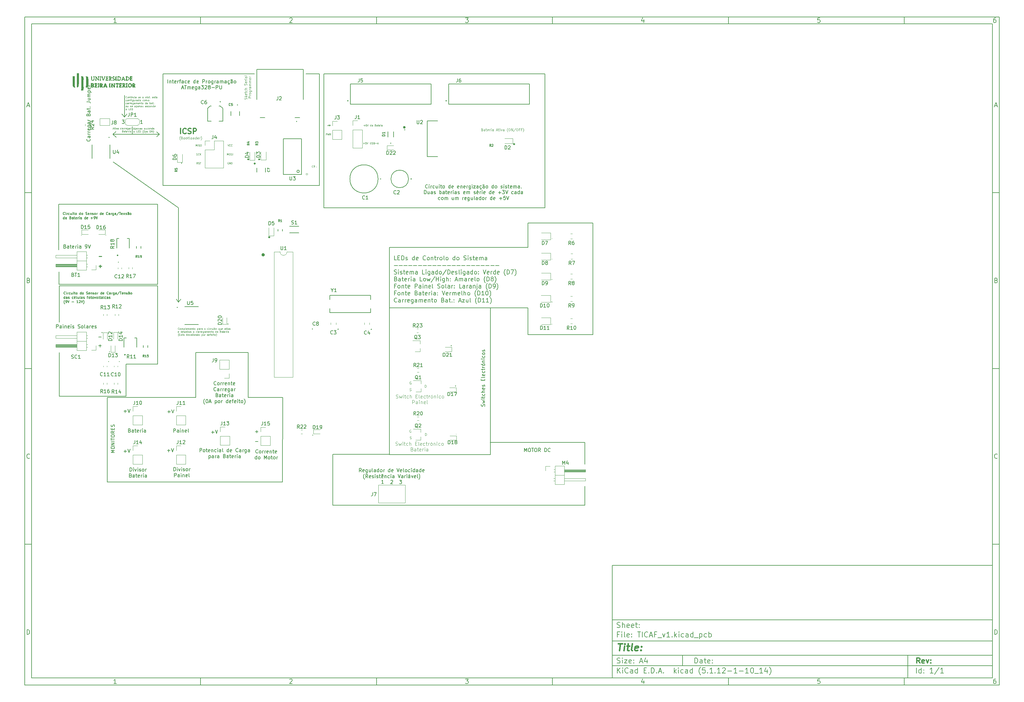
<source format=gbr>
%TF.GenerationSoftware,KiCad,Pcbnew,(5.1.12-1-10_14)*%
%TF.CreationDate,2021-12-30T00:25:25+00:00*%
%TF.ProjectId,TICAF_v1,54494341-465f-4763-912e-6b696361645f,rev?*%
%TF.SameCoordinates,Original*%
%TF.FileFunction,Legend,Top*%
%TF.FilePolarity,Positive*%
%FSLAX46Y46*%
G04 Gerber Fmt 4.6, Leading zero omitted, Abs format (unit mm)*
G04 Created by KiCad (PCBNEW (5.1.12-1-10_14)) date 2021-12-30 00:25:25*
%MOMM*%
%LPD*%
G01*
G04 APERTURE LIST*
%ADD10C,0.100000*%
%ADD11C,0.150000*%
%ADD12C,0.300000*%
%ADD13C,0.400000*%
%ADD14C,0.200000*%
%ADD15C,0.175000*%
%ADD16C,0.250000*%
%ADD17C,0.500000*%
%ADD18C,0.340000*%
%ADD19C,0.050000*%
%ADD20C,0.120000*%
%ADD21C,0.010000*%
%ADD22C,0.127000*%
%ADD23C,0.203200*%
%ADD24C,0.240000*%
G04 APERTURE END LIST*
D10*
D11*
X177002200Y-166007200D02*
X177002200Y-198007200D01*
X285002200Y-198007200D01*
X285002200Y-166007200D01*
X177002200Y-166007200D01*
D10*
D11*
X10000000Y-10000000D02*
X10000000Y-200007200D01*
X287002200Y-200007200D01*
X287002200Y-10000000D01*
X10000000Y-10000000D01*
D10*
D11*
X12000000Y-12000000D02*
X12000000Y-198007200D01*
X285002200Y-198007200D01*
X285002200Y-12000000D01*
X12000000Y-12000000D01*
D10*
D11*
X60000000Y-12000000D02*
X60000000Y-10000000D01*
D10*
D11*
X110000000Y-12000000D02*
X110000000Y-10000000D01*
D10*
D11*
X160000000Y-12000000D02*
X160000000Y-10000000D01*
D10*
D11*
X210000000Y-12000000D02*
X210000000Y-10000000D01*
D10*
D11*
X260000000Y-12000000D02*
X260000000Y-10000000D01*
D10*
D11*
X36065476Y-11588095D02*
X35322619Y-11588095D01*
X35694047Y-11588095D02*
X35694047Y-10288095D01*
X35570238Y-10473809D01*
X35446428Y-10597619D01*
X35322619Y-10659523D01*
D10*
D11*
X85322619Y-10411904D02*
X85384523Y-10350000D01*
X85508333Y-10288095D01*
X85817857Y-10288095D01*
X85941666Y-10350000D01*
X86003571Y-10411904D01*
X86065476Y-10535714D01*
X86065476Y-10659523D01*
X86003571Y-10845238D01*
X85260714Y-11588095D01*
X86065476Y-11588095D01*
D10*
D11*
X135260714Y-10288095D02*
X136065476Y-10288095D01*
X135632142Y-10783333D01*
X135817857Y-10783333D01*
X135941666Y-10845238D01*
X136003571Y-10907142D01*
X136065476Y-11030952D01*
X136065476Y-11340476D01*
X136003571Y-11464285D01*
X135941666Y-11526190D01*
X135817857Y-11588095D01*
X135446428Y-11588095D01*
X135322619Y-11526190D01*
X135260714Y-11464285D01*
D10*
D11*
X185941666Y-10721428D02*
X185941666Y-11588095D01*
X185632142Y-10226190D02*
X185322619Y-11154761D01*
X186127380Y-11154761D01*
D10*
D11*
X236003571Y-10288095D02*
X235384523Y-10288095D01*
X235322619Y-10907142D01*
X235384523Y-10845238D01*
X235508333Y-10783333D01*
X235817857Y-10783333D01*
X235941666Y-10845238D01*
X236003571Y-10907142D01*
X236065476Y-11030952D01*
X236065476Y-11340476D01*
X236003571Y-11464285D01*
X235941666Y-11526190D01*
X235817857Y-11588095D01*
X235508333Y-11588095D01*
X235384523Y-11526190D01*
X235322619Y-11464285D01*
D10*
D11*
X285941666Y-10288095D02*
X285694047Y-10288095D01*
X285570238Y-10350000D01*
X285508333Y-10411904D01*
X285384523Y-10597619D01*
X285322619Y-10845238D01*
X285322619Y-11340476D01*
X285384523Y-11464285D01*
X285446428Y-11526190D01*
X285570238Y-11588095D01*
X285817857Y-11588095D01*
X285941666Y-11526190D01*
X286003571Y-11464285D01*
X286065476Y-11340476D01*
X286065476Y-11030952D01*
X286003571Y-10907142D01*
X285941666Y-10845238D01*
X285817857Y-10783333D01*
X285570238Y-10783333D01*
X285446428Y-10845238D01*
X285384523Y-10907142D01*
X285322619Y-11030952D01*
D10*
D11*
X60000000Y-198007200D02*
X60000000Y-200007200D01*
D10*
D11*
X110000000Y-198007200D02*
X110000000Y-200007200D01*
D10*
D11*
X160000000Y-198007200D02*
X160000000Y-200007200D01*
D10*
D11*
X210000000Y-198007200D02*
X210000000Y-200007200D01*
D10*
D11*
X260000000Y-198007200D02*
X260000000Y-200007200D01*
D10*
D11*
X36065476Y-199595295D02*
X35322619Y-199595295D01*
X35694047Y-199595295D02*
X35694047Y-198295295D01*
X35570238Y-198481009D01*
X35446428Y-198604819D01*
X35322619Y-198666723D01*
D10*
D11*
X85322619Y-198419104D02*
X85384523Y-198357200D01*
X85508333Y-198295295D01*
X85817857Y-198295295D01*
X85941666Y-198357200D01*
X86003571Y-198419104D01*
X86065476Y-198542914D01*
X86065476Y-198666723D01*
X86003571Y-198852438D01*
X85260714Y-199595295D01*
X86065476Y-199595295D01*
D10*
D11*
X135260714Y-198295295D02*
X136065476Y-198295295D01*
X135632142Y-198790533D01*
X135817857Y-198790533D01*
X135941666Y-198852438D01*
X136003571Y-198914342D01*
X136065476Y-199038152D01*
X136065476Y-199347676D01*
X136003571Y-199471485D01*
X135941666Y-199533390D01*
X135817857Y-199595295D01*
X135446428Y-199595295D01*
X135322619Y-199533390D01*
X135260714Y-199471485D01*
D10*
D11*
X185941666Y-198728628D02*
X185941666Y-199595295D01*
X185632142Y-198233390D02*
X185322619Y-199161961D01*
X186127380Y-199161961D01*
D10*
D11*
X236003571Y-198295295D02*
X235384523Y-198295295D01*
X235322619Y-198914342D01*
X235384523Y-198852438D01*
X235508333Y-198790533D01*
X235817857Y-198790533D01*
X235941666Y-198852438D01*
X236003571Y-198914342D01*
X236065476Y-199038152D01*
X236065476Y-199347676D01*
X236003571Y-199471485D01*
X235941666Y-199533390D01*
X235817857Y-199595295D01*
X235508333Y-199595295D01*
X235384523Y-199533390D01*
X235322619Y-199471485D01*
D10*
D11*
X285941666Y-198295295D02*
X285694047Y-198295295D01*
X285570238Y-198357200D01*
X285508333Y-198419104D01*
X285384523Y-198604819D01*
X285322619Y-198852438D01*
X285322619Y-199347676D01*
X285384523Y-199471485D01*
X285446428Y-199533390D01*
X285570238Y-199595295D01*
X285817857Y-199595295D01*
X285941666Y-199533390D01*
X286003571Y-199471485D01*
X286065476Y-199347676D01*
X286065476Y-199038152D01*
X286003571Y-198914342D01*
X285941666Y-198852438D01*
X285817857Y-198790533D01*
X285570238Y-198790533D01*
X285446428Y-198852438D01*
X285384523Y-198914342D01*
X285322619Y-199038152D01*
D10*
D11*
X10000000Y-60000000D02*
X12000000Y-60000000D01*
D10*
D11*
X10000000Y-110000000D02*
X12000000Y-110000000D01*
D10*
D11*
X10000000Y-160000000D02*
X12000000Y-160000000D01*
D10*
D11*
X10690476Y-35216666D02*
X11309523Y-35216666D01*
X10566666Y-35588095D02*
X11000000Y-34288095D01*
X11433333Y-35588095D01*
D10*
D11*
X11092857Y-84907142D02*
X11278571Y-84969047D01*
X11340476Y-85030952D01*
X11402380Y-85154761D01*
X11402380Y-85340476D01*
X11340476Y-85464285D01*
X11278571Y-85526190D01*
X11154761Y-85588095D01*
X10659523Y-85588095D01*
X10659523Y-84288095D01*
X11092857Y-84288095D01*
X11216666Y-84350000D01*
X11278571Y-84411904D01*
X11340476Y-84535714D01*
X11340476Y-84659523D01*
X11278571Y-84783333D01*
X11216666Y-84845238D01*
X11092857Y-84907142D01*
X10659523Y-84907142D01*
D10*
D11*
X11402380Y-135464285D02*
X11340476Y-135526190D01*
X11154761Y-135588095D01*
X11030952Y-135588095D01*
X10845238Y-135526190D01*
X10721428Y-135402380D01*
X10659523Y-135278571D01*
X10597619Y-135030952D01*
X10597619Y-134845238D01*
X10659523Y-134597619D01*
X10721428Y-134473809D01*
X10845238Y-134350000D01*
X11030952Y-134288095D01*
X11154761Y-134288095D01*
X11340476Y-134350000D01*
X11402380Y-134411904D01*
D10*
D11*
X10659523Y-185588095D02*
X10659523Y-184288095D01*
X10969047Y-184288095D01*
X11154761Y-184350000D01*
X11278571Y-184473809D01*
X11340476Y-184597619D01*
X11402380Y-184845238D01*
X11402380Y-185030952D01*
X11340476Y-185278571D01*
X11278571Y-185402380D01*
X11154761Y-185526190D01*
X10969047Y-185588095D01*
X10659523Y-185588095D01*
D10*
D11*
X287002200Y-60000000D02*
X285002200Y-60000000D01*
D10*
D11*
X287002200Y-110000000D02*
X285002200Y-110000000D01*
D10*
D11*
X287002200Y-160000000D02*
X285002200Y-160000000D01*
D10*
D11*
X285692676Y-35216666D02*
X286311723Y-35216666D01*
X285568866Y-35588095D02*
X286002200Y-34288095D01*
X286435533Y-35588095D01*
D10*
D11*
X286095057Y-84907142D02*
X286280771Y-84969047D01*
X286342676Y-85030952D01*
X286404580Y-85154761D01*
X286404580Y-85340476D01*
X286342676Y-85464285D01*
X286280771Y-85526190D01*
X286156961Y-85588095D01*
X285661723Y-85588095D01*
X285661723Y-84288095D01*
X286095057Y-84288095D01*
X286218866Y-84350000D01*
X286280771Y-84411904D01*
X286342676Y-84535714D01*
X286342676Y-84659523D01*
X286280771Y-84783333D01*
X286218866Y-84845238D01*
X286095057Y-84907142D01*
X285661723Y-84907142D01*
D10*
D11*
X286404580Y-135464285D02*
X286342676Y-135526190D01*
X286156961Y-135588095D01*
X286033152Y-135588095D01*
X285847438Y-135526190D01*
X285723628Y-135402380D01*
X285661723Y-135278571D01*
X285599819Y-135030952D01*
X285599819Y-134845238D01*
X285661723Y-134597619D01*
X285723628Y-134473809D01*
X285847438Y-134350000D01*
X286033152Y-134288095D01*
X286156961Y-134288095D01*
X286342676Y-134350000D01*
X286404580Y-134411904D01*
D10*
D11*
X285661723Y-185588095D02*
X285661723Y-184288095D01*
X285971247Y-184288095D01*
X286156961Y-184350000D01*
X286280771Y-184473809D01*
X286342676Y-184597619D01*
X286404580Y-184845238D01*
X286404580Y-185030952D01*
X286342676Y-185278571D01*
X286280771Y-185402380D01*
X286156961Y-185526190D01*
X285971247Y-185588095D01*
X285661723Y-185588095D01*
D10*
D11*
X200434342Y-193785771D02*
X200434342Y-192285771D01*
X200791485Y-192285771D01*
X201005771Y-192357200D01*
X201148628Y-192500057D01*
X201220057Y-192642914D01*
X201291485Y-192928628D01*
X201291485Y-193142914D01*
X201220057Y-193428628D01*
X201148628Y-193571485D01*
X201005771Y-193714342D01*
X200791485Y-193785771D01*
X200434342Y-193785771D01*
X202577200Y-193785771D02*
X202577200Y-193000057D01*
X202505771Y-192857200D01*
X202362914Y-192785771D01*
X202077200Y-192785771D01*
X201934342Y-192857200D01*
X202577200Y-193714342D02*
X202434342Y-193785771D01*
X202077200Y-193785771D01*
X201934342Y-193714342D01*
X201862914Y-193571485D01*
X201862914Y-193428628D01*
X201934342Y-193285771D01*
X202077200Y-193214342D01*
X202434342Y-193214342D01*
X202577200Y-193142914D01*
X203077200Y-192785771D02*
X203648628Y-192785771D01*
X203291485Y-192285771D02*
X203291485Y-193571485D01*
X203362914Y-193714342D01*
X203505771Y-193785771D01*
X203648628Y-193785771D01*
X204720057Y-193714342D02*
X204577200Y-193785771D01*
X204291485Y-193785771D01*
X204148628Y-193714342D01*
X204077200Y-193571485D01*
X204077200Y-193000057D01*
X204148628Y-192857200D01*
X204291485Y-192785771D01*
X204577200Y-192785771D01*
X204720057Y-192857200D01*
X204791485Y-193000057D01*
X204791485Y-193142914D01*
X204077200Y-193285771D01*
X205434342Y-193642914D02*
X205505771Y-193714342D01*
X205434342Y-193785771D01*
X205362914Y-193714342D01*
X205434342Y-193642914D01*
X205434342Y-193785771D01*
X205434342Y-192857200D02*
X205505771Y-192928628D01*
X205434342Y-193000057D01*
X205362914Y-192928628D01*
X205434342Y-192857200D01*
X205434342Y-193000057D01*
D10*
D11*
X177002200Y-194507200D02*
X285002200Y-194507200D01*
D10*
D11*
X178434342Y-196585771D02*
X178434342Y-195085771D01*
X179291485Y-196585771D02*
X178648628Y-195728628D01*
X179291485Y-195085771D02*
X178434342Y-195942914D01*
X179934342Y-196585771D02*
X179934342Y-195585771D01*
X179934342Y-195085771D02*
X179862914Y-195157200D01*
X179934342Y-195228628D01*
X180005771Y-195157200D01*
X179934342Y-195085771D01*
X179934342Y-195228628D01*
X181505771Y-196442914D02*
X181434342Y-196514342D01*
X181220057Y-196585771D01*
X181077200Y-196585771D01*
X180862914Y-196514342D01*
X180720057Y-196371485D01*
X180648628Y-196228628D01*
X180577200Y-195942914D01*
X180577200Y-195728628D01*
X180648628Y-195442914D01*
X180720057Y-195300057D01*
X180862914Y-195157200D01*
X181077200Y-195085771D01*
X181220057Y-195085771D01*
X181434342Y-195157200D01*
X181505771Y-195228628D01*
X182791485Y-196585771D02*
X182791485Y-195800057D01*
X182720057Y-195657200D01*
X182577200Y-195585771D01*
X182291485Y-195585771D01*
X182148628Y-195657200D01*
X182791485Y-196514342D02*
X182648628Y-196585771D01*
X182291485Y-196585771D01*
X182148628Y-196514342D01*
X182077200Y-196371485D01*
X182077200Y-196228628D01*
X182148628Y-196085771D01*
X182291485Y-196014342D01*
X182648628Y-196014342D01*
X182791485Y-195942914D01*
X184148628Y-196585771D02*
X184148628Y-195085771D01*
X184148628Y-196514342D02*
X184005771Y-196585771D01*
X183720057Y-196585771D01*
X183577200Y-196514342D01*
X183505771Y-196442914D01*
X183434342Y-196300057D01*
X183434342Y-195871485D01*
X183505771Y-195728628D01*
X183577200Y-195657200D01*
X183720057Y-195585771D01*
X184005771Y-195585771D01*
X184148628Y-195657200D01*
X186005771Y-195800057D02*
X186505771Y-195800057D01*
X186720057Y-196585771D02*
X186005771Y-196585771D01*
X186005771Y-195085771D01*
X186720057Y-195085771D01*
X187362914Y-196442914D02*
X187434342Y-196514342D01*
X187362914Y-196585771D01*
X187291485Y-196514342D01*
X187362914Y-196442914D01*
X187362914Y-196585771D01*
X188077200Y-196585771D02*
X188077200Y-195085771D01*
X188434342Y-195085771D01*
X188648628Y-195157200D01*
X188791485Y-195300057D01*
X188862914Y-195442914D01*
X188934342Y-195728628D01*
X188934342Y-195942914D01*
X188862914Y-196228628D01*
X188791485Y-196371485D01*
X188648628Y-196514342D01*
X188434342Y-196585771D01*
X188077200Y-196585771D01*
X189577200Y-196442914D02*
X189648628Y-196514342D01*
X189577200Y-196585771D01*
X189505771Y-196514342D01*
X189577200Y-196442914D01*
X189577200Y-196585771D01*
X190220057Y-196157200D02*
X190934342Y-196157200D01*
X190077200Y-196585771D02*
X190577200Y-195085771D01*
X191077200Y-196585771D01*
X191577200Y-196442914D02*
X191648628Y-196514342D01*
X191577200Y-196585771D01*
X191505771Y-196514342D01*
X191577200Y-196442914D01*
X191577200Y-196585771D01*
X194577200Y-196585771D02*
X194577200Y-195085771D01*
X194720057Y-196014342D02*
X195148628Y-196585771D01*
X195148628Y-195585771D02*
X194577200Y-196157200D01*
X195791485Y-196585771D02*
X195791485Y-195585771D01*
X195791485Y-195085771D02*
X195720057Y-195157200D01*
X195791485Y-195228628D01*
X195862914Y-195157200D01*
X195791485Y-195085771D01*
X195791485Y-195228628D01*
X197148628Y-196514342D02*
X197005771Y-196585771D01*
X196720057Y-196585771D01*
X196577200Y-196514342D01*
X196505771Y-196442914D01*
X196434342Y-196300057D01*
X196434342Y-195871485D01*
X196505771Y-195728628D01*
X196577200Y-195657200D01*
X196720057Y-195585771D01*
X197005771Y-195585771D01*
X197148628Y-195657200D01*
X198434342Y-196585771D02*
X198434342Y-195800057D01*
X198362914Y-195657200D01*
X198220057Y-195585771D01*
X197934342Y-195585771D01*
X197791485Y-195657200D01*
X198434342Y-196514342D02*
X198291485Y-196585771D01*
X197934342Y-196585771D01*
X197791485Y-196514342D01*
X197720057Y-196371485D01*
X197720057Y-196228628D01*
X197791485Y-196085771D01*
X197934342Y-196014342D01*
X198291485Y-196014342D01*
X198434342Y-195942914D01*
X199791485Y-196585771D02*
X199791485Y-195085771D01*
X199791485Y-196514342D02*
X199648628Y-196585771D01*
X199362914Y-196585771D01*
X199220057Y-196514342D01*
X199148628Y-196442914D01*
X199077200Y-196300057D01*
X199077200Y-195871485D01*
X199148628Y-195728628D01*
X199220057Y-195657200D01*
X199362914Y-195585771D01*
X199648628Y-195585771D01*
X199791485Y-195657200D01*
X202077200Y-197157200D02*
X202005771Y-197085771D01*
X201862914Y-196871485D01*
X201791485Y-196728628D01*
X201720057Y-196514342D01*
X201648628Y-196157200D01*
X201648628Y-195871485D01*
X201720057Y-195514342D01*
X201791485Y-195300057D01*
X201862914Y-195157200D01*
X202005771Y-194942914D01*
X202077200Y-194871485D01*
X203362914Y-195085771D02*
X202648628Y-195085771D01*
X202577200Y-195800057D01*
X202648628Y-195728628D01*
X202791485Y-195657200D01*
X203148628Y-195657200D01*
X203291485Y-195728628D01*
X203362914Y-195800057D01*
X203434342Y-195942914D01*
X203434342Y-196300057D01*
X203362914Y-196442914D01*
X203291485Y-196514342D01*
X203148628Y-196585771D01*
X202791485Y-196585771D01*
X202648628Y-196514342D01*
X202577200Y-196442914D01*
X204077200Y-196442914D02*
X204148628Y-196514342D01*
X204077200Y-196585771D01*
X204005771Y-196514342D01*
X204077200Y-196442914D01*
X204077200Y-196585771D01*
X205577200Y-196585771D02*
X204720057Y-196585771D01*
X205148628Y-196585771D02*
X205148628Y-195085771D01*
X205005771Y-195300057D01*
X204862914Y-195442914D01*
X204720057Y-195514342D01*
X206220057Y-196442914D02*
X206291485Y-196514342D01*
X206220057Y-196585771D01*
X206148628Y-196514342D01*
X206220057Y-196442914D01*
X206220057Y-196585771D01*
X207720057Y-196585771D02*
X206862914Y-196585771D01*
X207291485Y-196585771D02*
X207291485Y-195085771D01*
X207148628Y-195300057D01*
X207005771Y-195442914D01*
X206862914Y-195514342D01*
X208291485Y-195228628D02*
X208362914Y-195157200D01*
X208505771Y-195085771D01*
X208862914Y-195085771D01*
X209005771Y-195157200D01*
X209077200Y-195228628D01*
X209148628Y-195371485D01*
X209148628Y-195514342D01*
X209077200Y-195728628D01*
X208220057Y-196585771D01*
X209148628Y-196585771D01*
X209791485Y-196014342D02*
X210934342Y-196014342D01*
X212434342Y-196585771D02*
X211577200Y-196585771D01*
X212005771Y-196585771D02*
X212005771Y-195085771D01*
X211862914Y-195300057D01*
X211720057Y-195442914D01*
X211577200Y-195514342D01*
X213077200Y-196014342D02*
X214220057Y-196014342D01*
X215720057Y-196585771D02*
X214862914Y-196585771D01*
X215291485Y-196585771D02*
X215291485Y-195085771D01*
X215148628Y-195300057D01*
X215005771Y-195442914D01*
X214862914Y-195514342D01*
X216648628Y-195085771D02*
X216791485Y-195085771D01*
X216934342Y-195157200D01*
X217005771Y-195228628D01*
X217077200Y-195371485D01*
X217148628Y-195657200D01*
X217148628Y-196014342D01*
X217077200Y-196300057D01*
X217005771Y-196442914D01*
X216934342Y-196514342D01*
X216791485Y-196585771D01*
X216648628Y-196585771D01*
X216505771Y-196514342D01*
X216434342Y-196442914D01*
X216362914Y-196300057D01*
X216291485Y-196014342D01*
X216291485Y-195657200D01*
X216362914Y-195371485D01*
X216434342Y-195228628D01*
X216505771Y-195157200D01*
X216648628Y-195085771D01*
X217434342Y-196728628D02*
X218577200Y-196728628D01*
X219720057Y-196585771D02*
X218862914Y-196585771D01*
X219291485Y-196585771D02*
X219291485Y-195085771D01*
X219148628Y-195300057D01*
X219005771Y-195442914D01*
X218862914Y-195514342D01*
X221005771Y-195585771D02*
X221005771Y-196585771D01*
X220648628Y-195014342D02*
X220291485Y-196085771D01*
X221220057Y-196085771D01*
X221648628Y-197157200D02*
X221720057Y-197085771D01*
X221862914Y-196871485D01*
X221934342Y-196728628D01*
X222005771Y-196514342D01*
X222077200Y-196157200D01*
X222077200Y-195871485D01*
X222005771Y-195514342D01*
X221934342Y-195300057D01*
X221862914Y-195157200D01*
X221720057Y-194942914D01*
X221648628Y-194871485D01*
D10*
D11*
X177002200Y-191507200D02*
X285002200Y-191507200D01*
D10*
D12*
X264411485Y-193785771D02*
X263911485Y-193071485D01*
X263554342Y-193785771D02*
X263554342Y-192285771D01*
X264125771Y-192285771D01*
X264268628Y-192357200D01*
X264340057Y-192428628D01*
X264411485Y-192571485D01*
X264411485Y-192785771D01*
X264340057Y-192928628D01*
X264268628Y-193000057D01*
X264125771Y-193071485D01*
X263554342Y-193071485D01*
X265625771Y-193714342D02*
X265482914Y-193785771D01*
X265197200Y-193785771D01*
X265054342Y-193714342D01*
X264982914Y-193571485D01*
X264982914Y-193000057D01*
X265054342Y-192857200D01*
X265197200Y-192785771D01*
X265482914Y-192785771D01*
X265625771Y-192857200D01*
X265697200Y-193000057D01*
X265697200Y-193142914D01*
X264982914Y-193285771D01*
X266197200Y-192785771D02*
X266554342Y-193785771D01*
X266911485Y-192785771D01*
X267482914Y-193642914D02*
X267554342Y-193714342D01*
X267482914Y-193785771D01*
X267411485Y-193714342D01*
X267482914Y-193642914D01*
X267482914Y-193785771D01*
X267482914Y-192857200D02*
X267554342Y-192928628D01*
X267482914Y-193000057D01*
X267411485Y-192928628D01*
X267482914Y-192857200D01*
X267482914Y-193000057D01*
D10*
D11*
X178362914Y-193714342D02*
X178577200Y-193785771D01*
X178934342Y-193785771D01*
X179077200Y-193714342D01*
X179148628Y-193642914D01*
X179220057Y-193500057D01*
X179220057Y-193357200D01*
X179148628Y-193214342D01*
X179077200Y-193142914D01*
X178934342Y-193071485D01*
X178648628Y-193000057D01*
X178505771Y-192928628D01*
X178434342Y-192857200D01*
X178362914Y-192714342D01*
X178362914Y-192571485D01*
X178434342Y-192428628D01*
X178505771Y-192357200D01*
X178648628Y-192285771D01*
X179005771Y-192285771D01*
X179220057Y-192357200D01*
X179862914Y-193785771D02*
X179862914Y-192785771D01*
X179862914Y-192285771D02*
X179791485Y-192357200D01*
X179862914Y-192428628D01*
X179934342Y-192357200D01*
X179862914Y-192285771D01*
X179862914Y-192428628D01*
X180434342Y-192785771D02*
X181220057Y-192785771D01*
X180434342Y-193785771D01*
X181220057Y-193785771D01*
X182362914Y-193714342D02*
X182220057Y-193785771D01*
X181934342Y-193785771D01*
X181791485Y-193714342D01*
X181720057Y-193571485D01*
X181720057Y-193000057D01*
X181791485Y-192857200D01*
X181934342Y-192785771D01*
X182220057Y-192785771D01*
X182362914Y-192857200D01*
X182434342Y-193000057D01*
X182434342Y-193142914D01*
X181720057Y-193285771D01*
X183077200Y-193642914D02*
X183148628Y-193714342D01*
X183077200Y-193785771D01*
X183005771Y-193714342D01*
X183077200Y-193642914D01*
X183077200Y-193785771D01*
X183077200Y-192857200D02*
X183148628Y-192928628D01*
X183077200Y-193000057D01*
X183005771Y-192928628D01*
X183077200Y-192857200D01*
X183077200Y-193000057D01*
X184862914Y-193357200D02*
X185577200Y-193357200D01*
X184720057Y-193785771D02*
X185220057Y-192285771D01*
X185720057Y-193785771D01*
X186862914Y-192785771D02*
X186862914Y-193785771D01*
X186505771Y-192214342D02*
X186148628Y-193285771D01*
X187077200Y-193285771D01*
D10*
D11*
X263434342Y-196585771D02*
X263434342Y-195085771D01*
X264791485Y-196585771D02*
X264791485Y-195085771D01*
X264791485Y-196514342D02*
X264648628Y-196585771D01*
X264362914Y-196585771D01*
X264220057Y-196514342D01*
X264148628Y-196442914D01*
X264077200Y-196300057D01*
X264077200Y-195871485D01*
X264148628Y-195728628D01*
X264220057Y-195657200D01*
X264362914Y-195585771D01*
X264648628Y-195585771D01*
X264791485Y-195657200D01*
X265505771Y-196442914D02*
X265577200Y-196514342D01*
X265505771Y-196585771D01*
X265434342Y-196514342D01*
X265505771Y-196442914D01*
X265505771Y-196585771D01*
X265505771Y-195657200D02*
X265577200Y-195728628D01*
X265505771Y-195800057D01*
X265434342Y-195728628D01*
X265505771Y-195657200D01*
X265505771Y-195800057D01*
X268148628Y-196585771D02*
X267291485Y-196585771D01*
X267720057Y-196585771D02*
X267720057Y-195085771D01*
X267577200Y-195300057D01*
X267434342Y-195442914D01*
X267291485Y-195514342D01*
X269862914Y-195014342D02*
X268577200Y-196942914D01*
X271148628Y-196585771D02*
X270291485Y-196585771D01*
X270720057Y-196585771D02*
X270720057Y-195085771D01*
X270577200Y-195300057D01*
X270434342Y-195442914D01*
X270291485Y-195514342D01*
D10*
D11*
X177002200Y-187507200D02*
X285002200Y-187507200D01*
D10*
D13*
X178714580Y-188211961D02*
X179857438Y-188211961D01*
X179036009Y-190211961D02*
X179286009Y-188211961D01*
X180274104Y-190211961D02*
X180440771Y-188878628D01*
X180524104Y-188211961D02*
X180416961Y-188307200D01*
X180500295Y-188402438D01*
X180607438Y-188307200D01*
X180524104Y-188211961D01*
X180500295Y-188402438D01*
X181107438Y-188878628D02*
X181869342Y-188878628D01*
X181476485Y-188211961D02*
X181262200Y-189926247D01*
X181333628Y-190116723D01*
X181512200Y-190211961D01*
X181702676Y-190211961D01*
X182655057Y-190211961D02*
X182476485Y-190116723D01*
X182405057Y-189926247D01*
X182619342Y-188211961D01*
X184190771Y-190116723D02*
X183988390Y-190211961D01*
X183607438Y-190211961D01*
X183428866Y-190116723D01*
X183357438Y-189926247D01*
X183452676Y-189164342D01*
X183571723Y-188973866D01*
X183774104Y-188878628D01*
X184155057Y-188878628D01*
X184333628Y-188973866D01*
X184405057Y-189164342D01*
X184381247Y-189354819D01*
X183405057Y-189545295D01*
X185155057Y-190021485D02*
X185238390Y-190116723D01*
X185131247Y-190211961D01*
X185047914Y-190116723D01*
X185155057Y-190021485D01*
X185131247Y-190211961D01*
X185286009Y-188973866D02*
X185369342Y-189069104D01*
X185262200Y-189164342D01*
X185178866Y-189069104D01*
X185286009Y-188973866D01*
X185262200Y-189164342D01*
D10*
D11*
X178934342Y-185600057D02*
X178434342Y-185600057D01*
X178434342Y-186385771D02*
X178434342Y-184885771D01*
X179148628Y-184885771D01*
X179720057Y-186385771D02*
X179720057Y-185385771D01*
X179720057Y-184885771D02*
X179648628Y-184957200D01*
X179720057Y-185028628D01*
X179791485Y-184957200D01*
X179720057Y-184885771D01*
X179720057Y-185028628D01*
X180648628Y-186385771D02*
X180505771Y-186314342D01*
X180434342Y-186171485D01*
X180434342Y-184885771D01*
X181791485Y-186314342D02*
X181648628Y-186385771D01*
X181362914Y-186385771D01*
X181220057Y-186314342D01*
X181148628Y-186171485D01*
X181148628Y-185600057D01*
X181220057Y-185457200D01*
X181362914Y-185385771D01*
X181648628Y-185385771D01*
X181791485Y-185457200D01*
X181862914Y-185600057D01*
X181862914Y-185742914D01*
X181148628Y-185885771D01*
X182505771Y-186242914D02*
X182577200Y-186314342D01*
X182505771Y-186385771D01*
X182434342Y-186314342D01*
X182505771Y-186242914D01*
X182505771Y-186385771D01*
X182505771Y-185457200D02*
X182577200Y-185528628D01*
X182505771Y-185600057D01*
X182434342Y-185528628D01*
X182505771Y-185457200D01*
X182505771Y-185600057D01*
X184148628Y-184885771D02*
X185005771Y-184885771D01*
X184577200Y-186385771D02*
X184577200Y-184885771D01*
X185505771Y-186385771D02*
X185505771Y-184885771D01*
X187077200Y-186242914D02*
X187005771Y-186314342D01*
X186791485Y-186385771D01*
X186648628Y-186385771D01*
X186434342Y-186314342D01*
X186291485Y-186171485D01*
X186220057Y-186028628D01*
X186148628Y-185742914D01*
X186148628Y-185528628D01*
X186220057Y-185242914D01*
X186291485Y-185100057D01*
X186434342Y-184957200D01*
X186648628Y-184885771D01*
X186791485Y-184885771D01*
X187005771Y-184957200D01*
X187077200Y-185028628D01*
X187648628Y-185957200D02*
X188362914Y-185957200D01*
X187505771Y-186385771D02*
X188005771Y-184885771D01*
X188505771Y-186385771D01*
X189505771Y-185600057D02*
X189005771Y-185600057D01*
X189005771Y-186385771D02*
X189005771Y-184885771D01*
X189720057Y-184885771D01*
X189934342Y-186528628D02*
X191077200Y-186528628D01*
X191291485Y-185385771D02*
X191648628Y-186385771D01*
X192005771Y-185385771D01*
X193362914Y-186385771D02*
X192505771Y-186385771D01*
X192934342Y-186385771D02*
X192934342Y-184885771D01*
X192791485Y-185100057D01*
X192648628Y-185242914D01*
X192505771Y-185314342D01*
X194005771Y-186242914D02*
X194077200Y-186314342D01*
X194005771Y-186385771D01*
X193934342Y-186314342D01*
X194005771Y-186242914D01*
X194005771Y-186385771D01*
X194720057Y-186385771D02*
X194720057Y-184885771D01*
X194862914Y-185814342D02*
X195291485Y-186385771D01*
X195291485Y-185385771D02*
X194720057Y-185957200D01*
X195934342Y-186385771D02*
X195934342Y-185385771D01*
X195934342Y-184885771D02*
X195862914Y-184957200D01*
X195934342Y-185028628D01*
X196005771Y-184957200D01*
X195934342Y-184885771D01*
X195934342Y-185028628D01*
X197291485Y-186314342D02*
X197148628Y-186385771D01*
X196862914Y-186385771D01*
X196720057Y-186314342D01*
X196648628Y-186242914D01*
X196577200Y-186100057D01*
X196577200Y-185671485D01*
X196648628Y-185528628D01*
X196720057Y-185457200D01*
X196862914Y-185385771D01*
X197148628Y-185385771D01*
X197291485Y-185457200D01*
X198577200Y-186385771D02*
X198577200Y-185600057D01*
X198505771Y-185457200D01*
X198362914Y-185385771D01*
X198077200Y-185385771D01*
X197934342Y-185457200D01*
X198577200Y-186314342D02*
X198434342Y-186385771D01*
X198077200Y-186385771D01*
X197934342Y-186314342D01*
X197862914Y-186171485D01*
X197862914Y-186028628D01*
X197934342Y-185885771D01*
X198077200Y-185814342D01*
X198434342Y-185814342D01*
X198577200Y-185742914D01*
X199934342Y-186385771D02*
X199934342Y-184885771D01*
X199934342Y-186314342D02*
X199791485Y-186385771D01*
X199505771Y-186385771D01*
X199362914Y-186314342D01*
X199291485Y-186242914D01*
X199220057Y-186100057D01*
X199220057Y-185671485D01*
X199291485Y-185528628D01*
X199362914Y-185457200D01*
X199505771Y-185385771D01*
X199791485Y-185385771D01*
X199934342Y-185457200D01*
X200291485Y-186528628D02*
X201434342Y-186528628D01*
X201791485Y-185385771D02*
X201791485Y-186885771D01*
X201791485Y-185457200D02*
X201934342Y-185385771D01*
X202220057Y-185385771D01*
X202362914Y-185457200D01*
X202434342Y-185528628D01*
X202505771Y-185671485D01*
X202505771Y-186100057D01*
X202434342Y-186242914D01*
X202362914Y-186314342D01*
X202220057Y-186385771D01*
X201934342Y-186385771D01*
X201791485Y-186314342D01*
X203791485Y-186314342D02*
X203648628Y-186385771D01*
X203362914Y-186385771D01*
X203220057Y-186314342D01*
X203148628Y-186242914D01*
X203077200Y-186100057D01*
X203077200Y-185671485D01*
X203148628Y-185528628D01*
X203220057Y-185457200D01*
X203362914Y-185385771D01*
X203648628Y-185385771D01*
X203791485Y-185457200D01*
X204434342Y-186385771D02*
X204434342Y-184885771D01*
X204434342Y-185457200D02*
X204577200Y-185385771D01*
X204862914Y-185385771D01*
X205005771Y-185457200D01*
X205077200Y-185528628D01*
X205148628Y-185671485D01*
X205148628Y-186100057D01*
X205077200Y-186242914D01*
X205005771Y-186314342D01*
X204862914Y-186385771D01*
X204577200Y-186385771D01*
X204434342Y-186314342D01*
D10*
D11*
X177002200Y-181507200D02*
X285002200Y-181507200D01*
D10*
D11*
X178362914Y-183614342D02*
X178577200Y-183685771D01*
X178934342Y-183685771D01*
X179077200Y-183614342D01*
X179148628Y-183542914D01*
X179220057Y-183400057D01*
X179220057Y-183257200D01*
X179148628Y-183114342D01*
X179077200Y-183042914D01*
X178934342Y-182971485D01*
X178648628Y-182900057D01*
X178505771Y-182828628D01*
X178434342Y-182757200D01*
X178362914Y-182614342D01*
X178362914Y-182471485D01*
X178434342Y-182328628D01*
X178505771Y-182257200D01*
X178648628Y-182185771D01*
X179005771Y-182185771D01*
X179220057Y-182257200D01*
X179862914Y-183685771D02*
X179862914Y-182185771D01*
X180505771Y-183685771D02*
X180505771Y-182900057D01*
X180434342Y-182757200D01*
X180291485Y-182685771D01*
X180077200Y-182685771D01*
X179934342Y-182757200D01*
X179862914Y-182828628D01*
X181791485Y-183614342D02*
X181648628Y-183685771D01*
X181362914Y-183685771D01*
X181220057Y-183614342D01*
X181148628Y-183471485D01*
X181148628Y-182900057D01*
X181220057Y-182757200D01*
X181362914Y-182685771D01*
X181648628Y-182685771D01*
X181791485Y-182757200D01*
X181862914Y-182900057D01*
X181862914Y-183042914D01*
X181148628Y-183185771D01*
X183077200Y-183614342D02*
X182934342Y-183685771D01*
X182648628Y-183685771D01*
X182505771Y-183614342D01*
X182434342Y-183471485D01*
X182434342Y-182900057D01*
X182505771Y-182757200D01*
X182648628Y-182685771D01*
X182934342Y-182685771D01*
X183077200Y-182757200D01*
X183148628Y-182900057D01*
X183148628Y-183042914D01*
X182434342Y-183185771D01*
X183577200Y-182685771D02*
X184148628Y-182685771D01*
X183791485Y-182185771D02*
X183791485Y-183471485D01*
X183862914Y-183614342D01*
X184005771Y-183685771D01*
X184148628Y-183685771D01*
X184648628Y-183542914D02*
X184720057Y-183614342D01*
X184648628Y-183685771D01*
X184577200Y-183614342D01*
X184648628Y-183542914D01*
X184648628Y-183685771D01*
X184648628Y-182757200D02*
X184720057Y-182828628D01*
X184648628Y-182900057D01*
X184577200Y-182828628D01*
X184648628Y-182757200D01*
X184648628Y-182900057D01*
D10*
D11*
X197002200Y-191507200D02*
X197002200Y-194507200D01*
D10*
D11*
X261002200Y-191507200D02*
X261002200Y-198007200D01*
D14*
X105680952Y-139402380D02*
X105347619Y-138926190D01*
X105109523Y-139402380D02*
X105109523Y-138402380D01*
X105490476Y-138402380D01*
X105585714Y-138450000D01*
X105633333Y-138497619D01*
X105680952Y-138592857D01*
X105680952Y-138735714D01*
X105633333Y-138830952D01*
X105585714Y-138878571D01*
X105490476Y-138926190D01*
X105109523Y-138926190D01*
X106490476Y-139354761D02*
X106395238Y-139402380D01*
X106204761Y-139402380D01*
X106109523Y-139354761D01*
X106061904Y-139259523D01*
X106061904Y-138878571D01*
X106109523Y-138783333D01*
X106204761Y-138735714D01*
X106395238Y-138735714D01*
X106490476Y-138783333D01*
X106538095Y-138878571D01*
X106538095Y-138973809D01*
X106061904Y-139069047D01*
X107395238Y-138735714D02*
X107395238Y-139545238D01*
X107347619Y-139640476D01*
X107300000Y-139688095D01*
X107204761Y-139735714D01*
X107061904Y-139735714D01*
X106966666Y-139688095D01*
X107395238Y-139354761D02*
X107300000Y-139402380D01*
X107109523Y-139402380D01*
X107014285Y-139354761D01*
X106966666Y-139307142D01*
X106919047Y-139211904D01*
X106919047Y-138926190D01*
X106966666Y-138830952D01*
X107014285Y-138783333D01*
X107109523Y-138735714D01*
X107300000Y-138735714D01*
X107395238Y-138783333D01*
X108300000Y-138735714D02*
X108300000Y-139402380D01*
X107871428Y-138735714D02*
X107871428Y-139259523D01*
X107919047Y-139354761D01*
X108014285Y-139402380D01*
X108157142Y-139402380D01*
X108252380Y-139354761D01*
X108300000Y-139307142D01*
X108919047Y-139402380D02*
X108823809Y-139354761D01*
X108776190Y-139259523D01*
X108776190Y-138402380D01*
X109728571Y-139402380D02*
X109728571Y-138878571D01*
X109680952Y-138783333D01*
X109585714Y-138735714D01*
X109395238Y-138735714D01*
X109300000Y-138783333D01*
X109728571Y-139354761D02*
X109633333Y-139402380D01*
X109395238Y-139402380D01*
X109300000Y-139354761D01*
X109252380Y-139259523D01*
X109252380Y-139164285D01*
X109300000Y-139069047D01*
X109395238Y-139021428D01*
X109633333Y-139021428D01*
X109728571Y-138973809D01*
X110633333Y-139402380D02*
X110633333Y-138402380D01*
X110633333Y-139354761D02*
X110538095Y-139402380D01*
X110347619Y-139402380D01*
X110252380Y-139354761D01*
X110204761Y-139307142D01*
X110157142Y-139211904D01*
X110157142Y-138926190D01*
X110204761Y-138830952D01*
X110252380Y-138783333D01*
X110347619Y-138735714D01*
X110538095Y-138735714D01*
X110633333Y-138783333D01*
X111252380Y-139402380D02*
X111157142Y-139354761D01*
X111109523Y-139307142D01*
X111061904Y-139211904D01*
X111061904Y-138926190D01*
X111109523Y-138830952D01*
X111157142Y-138783333D01*
X111252380Y-138735714D01*
X111395238Y-138735714D01*
X111490476Y-138783333D01*
X111538095Y-138830952D01*
X111585714Y-138926190D01*
X111585714Y-139211904D01*
X111538095Y-139307142D01*
X111490476Y-139354761D01*
X111395238Y-139402380D01*
X111252380Y-139402380D01*
X112014285Y-139402380D02*
X112014285Y-138735714D01*
X112014285Y-138926190D02*
X112061904Y-138830952D01*
X112109523Y-138783333D01*
X112204761Y-138735714D01*
X112300000Y-138735714D01*
X113823809Y-139402380D02*
X113823809Y-138402380D01*
X113823809Y-139354761D02*
X113728571Y-139402380D01*
X113538095Y-139402380D01*
X113442857Y-139354761D01*
X113395238Y-139307142D01*
X113347619Y-139211904D01*
X113347619Y-138926190D01*
X113395238Y-138830952D01*
X113442857Y-138783333D01*
X113538095Y-138735714D01*
X113728571Y-138735714D01*
X113823809Y-138783333D01*
X114680952Y-139354761D02*
X114585714Y-139402380D01*
X114395238Y-139402380D01*
X114300000Y-139354761D01*
X114252380Y-139259523D01*
X114252380Y-138878571D01*
X114300000Y-138783333D01*
X114395238Y-138735714D01*
X114585714Y-138735714D01*
X114680952Y-138783333D01*
X114728571Y-138878571D01*
X114728571Y-138973809D01*
X114252380Y-139069047D01*
X115776190Y-138402380D02*
X116109523Y-139402380D01*
X116442857Y-138402380D01*
X117157142Y-139354761D02*
X117061904Y-139402380D01*
X116871428Y-139402380D01*
X116776190Y-139354761D01*
X116728571Y-139259523D01*
X116728571Y-138878571D01*
X116776190Y-138783333D01*
X116871428Y-138735714D01*
X117061904Y-138735714D01*
X117157142Y-138783333D01*
X117204761Y-138878571D01*
X117204761Y-138973809D01*
X116728571Y-139069047D01*
X117776190Y-139402380D02*
X117680952Y-139354761D01*
X117633333Y-139259523D01*
X117633333Y-138402380D01*
X118300000Y-139402380D02*
X118204761Y-139354761D01*
X118157142Y-139307142D01*
X118109523Y-139211904D01*
X118109523Y-138926190D01*
X118157142Y-138830952D01*
X118204761Y-138783333D01*
X118300000Y-138735714D01*
X118442857Y-138735714D01*
X118538095Y-138783333D01*
X118585714Y-138830952D01*
X118633333Y-138926190D01*
X118633333Y-139211904D01*
X118585714Y-139307142D01*
X118538095Y-139354761D01*
X118442857Y-139402380D01*
X118300000Y-139402380D01*
X119490476Y-139354761D02*
X119395238Y-139402380D01*
X119204761Y-139402380D01*
X119109523Y-139354761D01*
X119061904Y-139307142D01*
X119014285Y-139211904D01*
X119014285Y-138926190D01*
X119061904Y-138830952D01*
X119109523Y-138783333D01*
X119204761Y-138735714D01*
X119395238Y-138735714D01*
X119490476Y-138783333D01*
X119919047Y-139402380D02*
X119919047Y-138735714D01*
X119919047Y-138402380D02*
X119871428Y-138450000D01*
X119919047Y-138497619D01*
X119966666Y-138450000D01*
X119919047Y-138402380D01*
X119919047Y-138497619D01*
X120823809Y-139402380D02*
X120823809Y-138402380D01*
X120823809Y-139354761D02*
X120728571Y-139402380D01*
X120538095Y-139402380D01*
X120442857Y-139354761D01*
X120395238Y-139307142D01*
X120347619Y-139211904D01*
X120347619Y-138926190D01*
X120395238Y-138830952D01*
X120442857Y-138783333D01*
X120538095Y-138735714D01*
X120728571Y-138735714D01*
X120823809Y-138783333D01*
X121728571Y-139402380D02*
X121728571Y-138878571D01*
X121680952Y-138783333D01*
X121585714Y-138735714D01*
X121395238Y-138735714D01*
X121300000Y-138783333D01*
X121728571Y-139354761D02*
X121633333Y-139402380D01*
X121395238Y-139402380D01*
X121300000Y-139354761D01*
X121252380Y-139259523D01*
X121252380Y-139164285D01*
X121300000Y-139069047D01*
X121395238Y-139021428D01*
X121633333Y-139021428D01*
X121728571Y-138973809D01*
X122633333Y-139402380D02*
X122633333Y-138402380D01*
X122633333Y-139354761D02*
X122538095Y-139402380D01*
X122347619Y-139402380D01*
X122252380Y-139354761D01*
X122204761Y-139307142D01*
X122157142Y-139211904D01*
X122157142Y-138926190D01*
X122204761Y-138830952D01*
X122252380Y-138783333D01*
X122347619Y-138735714D01*
X122538095Y-138735714D01*
X122633333Y-138783333D01*
X123490476Y-139354761D02*
X123395238Y-139402380D01*
X123204761Y-139402380D01*
X123109523Y-139354761D01*
X123061904Y-139259523D01*
X123061904Y-138878571D01*
X123109523Y-138783333D01*
X123204761Y-138735714D01*
X123395238Y-138735714D01*
X123490476Y-138783333D01*
X123538095Y-138878571D01*
X123538095Y-138973809D01*
X123061904Y-139069047D01*
X106561904Y-141483333D02*
X106514285Y-141435714D01*
X106419047Y-141292857D01*
X106371428Y-141197619D01*
X106323809Y-141054761D01*
X106276190Y-140816666D01*
X106276190Y-140626190D01*
X106323809Y-140388095D01*
X106371428Y-140245238D01*
X106419047Y-140150000D01*
X106514285Y-140007142D01*
X106561904Y-139959523D01*
X107514285Y-141102380D02*
X107180952Y-140626190D01*
X106942857Y-141102380D02*
X106942857Y-140102380D01*
X107323809Y-140102380D01*
X107419047Y-140150000D01*
X107466666Y-140197619D01*
X107514285Y-140292857D01*
X107514285Y-140435714D01*
X107466666Y-140530952D01*
X107419047Y-140578571D01*
X107323809Y-140626190D01*
X106942857Y-140626190D01*
X108323809Y-141054761D02*
X108228571Y-141102380D01*
X108038095Y-141102380D01*
X107942857Y-141054761D01*
X107895238Y-140959523D01*
X107895238Y-140578571D01*
X107942857Y-140483333D01*
X108038095Y-140435714D01*
X108228571Y-140435714D01*
X108323809Y-140483333D01*
X108371428Y-140578571D01*
X108371428Y-140673809D01*
X107895238Y-140769047D01*
X108752380Y-141054761D02*
X108847619Y-141102380D01*
X109038095Y-141102380D01*
X109133333Y-141054761D01*
X109180952Y-140959523D01*
X109180952Y-140911904D01*
X109133333Y-140816666D01*
X109038095Y-140769047D01*
X108895238Y-140769047D01*
X108800000Y-140721428D01*
X108752380Y-140626190D01*
X108752380Y-140578571D01*
X108800000Y-140483333D01*
X108895238Y-140435714D01*
X109038095Y-140435714D01*
X109133333Y-140483333D01*
X109609523Y-141102380D02*
X109609523Y-140435714D01*
X109609523Y-140102380D02*
X109561904Y-140150000D01*
X109609523Y-140197619D01*
X109657142Y-140150000D01*
X109609523Y-140102380D01*
X109609523Y-140197619D01*
X110038095Y-141054761D02*
X110133333Y-141102380D01*
X110323809Y-141102380D01*
X110419047Y-141054761D01*
X110466666Y-140959523D01*
X110466666Y-140911904D01*
X110419047Y-140816666D01*
X110323809Y-140769047D01*
X110180952Y-140769047D01*
X110085714Y-140721428D01*
X110038095Y-140626190D01*
X110038095Y-140578571D01*
X110085714Y-140483333D01*
X110180952Y-140435714D01*
X110323809Y-140435714D01*
X110419047Y-140483333D01*
X110752380Y-140435714D02*
X111133333Y-140435714D01*
X110895238Y-140102380D02*
X110895238Y-140959523D01*
X110942857Y-141054761D01*
X111038095Y-141102380D01*
X111133333Y-141102380D01*
X111847619Y-141054761D02*
X111752380Y-141102380D01*
X111561904Y-141102380D01*
X111466666Y-141054761D01*
X111419047Y-140959523D01*
X111419047Y-140578571D01*
X111466666Y-140483333D01*
X111561904Y-140435714D01*
X111752380Y-140435714D01*
X111847619Y-140483333D01*
X111895238Y-140578571D01*
X111895238Y-140673809D01*
X111419047Y-140769047D01*
X111466666Y-140197619D02*
X111657142Y-140054761D01*
X111847619Y-140197619D01*
X112323809Y-140435714D02*
X112323809Y-141102380D01*
X112323809Y-140530952D02*
X112371428Y-140483333D01*
X112466666Y-140435714D01*
X112609523Y-140435714D01*
X112704761Y-140483333D01*
X112752380Y-140578571D01*
X112752380Y-141102380D01*
X113657142Y-141054761D02*
X113561904Y-141102380D01*
X113371428Y-141102380D01*
X113276190Y-141054761D01*
X113228571Y-141007142D01*
X113180952Y-140911904D01*
X113180952Y-140626190D01*
X113228571Y-140530952D01*
X113276190Y-140483333D01*
X113371428Y-140435714D01*
X113561904Y-140435714D01*
X113657142Y-140483333D01*
X114085714Y-141102380D02*
X114085714Y-140435714D01*
X114085714Y-140102380D02*
X114038095Y-140150000D01*
X114085714Y-140197619D01*
X114133333Y-140150000D01*
X114085714Y-140102380D01*
X114085714Y-140197619D01*
X114990476Y-141102380D02*
X114990476Y-140578571D01*
X114942857Y-140483333D01*
X114847619Y-140435714D01*
X114657142Y-140435714D01*
X114561904Y-140483333D01*
X114990476Y-141054761D02*
X114895238Y-141102380D01*
X114657142Y-141102380D01*
X114561904Y-141054761D01*
X114514285Y-140959523D01*
X114514285Y-140864285D01*
X114561904Y-140769047D01*
X114657142Y-140721428D01*
X114895238Y-140721428D01*
X114990476Y-140673809D01*
X116085714Y-140102380D02*
X116419047Y-141102380D01*
X116752380Y-140102380D01*
X117514285Y-141102380D02*
X117514285Y-140578571D01*
X117466666Y-140483333D01*
X117371428Y-140435714D01*
X117180952Y-140435714D01*
X117085714Y-140483333D01*
X117514285Y-141054761D02*
X117419047Y-141102380D01*
X117180952Y-141102380D01*
X117085714Y-141054761D01*
X117038095Y-140959523D01*
X117038095Y-140864285D01*
X117085714Y-140769047D01*
X117180952Y-140721428D01*
X117419047Y-140721428D01*
X117514285Y-140673809D01*
X117990476Y-141102380D02*
X117990476Y-140435714D01*
X117990476Y-140626190D02*
X118038095Y-140530952D01*
X118085714Y-140483333D01*
X118180952Y-140435714D01*
X118276190Y-140435714D01*
X118609523Y-141102380D02*
X118609523Y-140435714D01*
X118609523Y-140102380D02*
X118561904Y-140150000D01*
X118609523Y-140197619D01*
X118657142Y-140150000D01*
X118609523Y-140102380D01*
X118609523Y-140197619D01*
X119514285Y-141102380D02*
X119514285Y-140578571D01*
X119466666Y-140483333D01*
X119371428Y-140435714D01*
X119180952Y-140435714D01*
X119085714Y-140483333D01*
X119514285Y-141054761D02*
X119419047Y-141102380D01*
X119180952Y-141102380D01*
X119085714Y-141054761D01*
X119038095Y-140959523D01*
X119038095Y-140864285D01*
X119085714Y-140769047D01*
X119180952Y-140721428D01*
X119419047Y-140721428D01*
X119514285Y-140673809D01*
X119371428Y-140054761D02*
X119228571Y-140197619D01*
X119895238Y-140435714D02*
X120133333Y-141102380D01*
X120371428Y-140435714D01*
X121133333Y-141054761D02*
X121038095Y-141102380D01*
X120847619Y-141102380D01*
X120752380Y-141054761D01*
X120704761Y-140959523D01*
X120704761Y-140578571D01*
X120752380Y-140483333D01*
X120847619Y-140435714D01*
X121038095Y-140435714D01*
X121133333Y-140483333D01*
X121180952Y-140578571D01*
X121180952Y-140673809D01*
X120704761Y-140769047D01*
X121752380Y-141102380D02*
X121657142Y-141054761D01*
X121609523Y-140959523D01*
X121609523Y-140102380D01*
X122038095Y-141483333D02*
X122085714Y-141435714D01*
X122180952Y-141292857D01*
X122228571Y-141197619D01*
X122276190Y-141054761D01*
X122323809Y-140816666D01*
X122323809Y-140626190D01*
X122276190Y-140388095D01*
X122228571Y-140245238D01*
X122180952Y-140150000D01*
X122085714Y-140007142D01*
X122038095Y-139959523D01*
D11*
X116516666Y-141752380D02*
X117135714Y-141752380D01*
X116802380Y-142133333D01*
X116945238Y-142133333D01*
X117040476Y-142180952D01*
X117088095Y-142228571D01*
X117135714Y-142323809D01*
X117135714Y-142561904D01*
X117088095Y-142657142D01*
X117040476Y-142704761D01*
X116945238Y-142752380D01*
X116659523Y-142752380D01*
X116564285Y-142704761D01*
X116516666Y-142657142D01*
X114044285Y-141847619D02*
X114091904Y-141800000D01*
X114187142Y-141752380D01*
X114425238Y-141752380D01*
X114520476Y-141800000D01*
X114568095Y-141847619D01*
X114615714Y-141942857D01*
X114615714Y-142038095D01*
X114568095Y-142180952D01*
X113996666Y-142752380D01*
X114615714Y-142752380D01*
X111985714Y-142682380D02*
X111414285Y-142682380D01*
X111700000Y-142682380D02*
X111700000Y-141682380D01*
X111604761Y-141825238D01*
X111509523Y-141920476D01*
X111414285Y-141968095D01*
X169220000Y-131020000D02*
X142290000Y-131020000D01*
X169220000Y-137150000D02*
X169220000Y-131020000D01*
X169160000Y-148850000D02*
X169160000Y-143450000D01*
X97590000Y-148850000D02*
X169160000Y-148850000D01*
X97590000Y-134420000D02*
X97590000Y-148850000D01*
X113660000Y-134420000D02*
X97590000Y-134420000D01*
D14*
X152007142Y-133652380D02*
X152007142Y-132652380D01*
X152340476Y-133366666D01*
X152673809Y-132652380D01*
X152673809Y-133652380D01*
X153340476Y-132652380D02*
X153530952Y-132652380D01*
X153626190Y-132700000D01*
X153721428Y-132795238D01*
X153769047Y-132985714D01*
X153769047Y-133319047D01*
X153721428Y-133509523D01*
X153626190Y-133604761D01*
X153530952Y-133652380D01*
X153340476Y-133652380D01*
X153245238Y-133604761D01*
X153150000Y-133509523D01*
X153102380Y-133319047D01*
X153102380Y-132985714D01*
X153150000Y-132795238D01*
X153245238Y-132700000D01*
X153340476Y-132652380D01*
X154054761Y-132652380D02*
X154626190Y-132652380D01*
X154340476Y-133652380D02*
X154340476Y-132652380D01*
X155150000Y-132652380D02*
X155340476Y-132652380D01*
X155435714Y-132700000D01*
X155530952Y-132795238D01*
X155578571Y-132985714D01*
X155578571Y-133319047D01*
X155530952Y-133509523D01*
X155435714Y-133604761D01*
X155340476Y-133652380D01*
X155150000Y-133652380D01*
X155054761Y-133604761D01*
X154959523Y-133509523D01*
X154911904Y-133319047D01*
X154911904Y-132985714D01*
X154959523Y-132795238D01*
X155054761Y-132700000D01*
X155150000Y-132652380D01*
X156578571Y-133652380D02*
X156245238Y-133176190D01*
X156007142Y-133652380D02*
X156007142Y-132652380D01*
X156388095Y-132652380D01*
X156483333Y-132700000D01*
X156530952Y-132747619D01*
X156578571Y-132842857D01*
X156578571Y-132985714D01*
X156530952Y-133080952D01*
X156483333Y-133128571D01*
X156388095Y-133176190D01*
X156007142Y-133176190D01*
X157769047Y-133652380D02*
X157769047Y-132652380D01*
X158007142Y-132652380D01*
X158150000Y-132700000D01*
X158245238Y-132795238D01*
X158292857Y-132890476D01*
X158340476Y-133080952D01*
X158340476Y-133223809D01*
X158292857Y-133414285D01*
X158245238Y-133509523D01*
X158150000Y-133604761D01*
X158007142Y-133652380D01*
X157769047Y-133652380D01*
X159340476Y-133557142D02*
X159292857Y-133604761D01*
X159150000Y-133652380D01*
X159054761Y-133652380D01*
X158911904Y-133604761D01*
X158816666Y-133509523D01*
X158769047Y-133414285D01*
X158721428Y-133223809D01*
X158721428Y-133080952D01*
X158769047Y-132890476D01*
X158816666Y-132795238D01*
X158911904Y-132700000D01*
X159054761Y-132652380D01*
X159150000Y-132652380D01*
X159292857Y-132700000D01*
X159340476Y-132747619D01*
X140724761Y-120723809D02*
X140772380Y-120580952D01*
X140772380Y-120342857D01*
X140724761Y-120247619D01*
X140677142Y-120200000D01*
X140581904Y-120152380D01*
X140486666Y-120152380D01*
X140391428Y-120200000D01*
X140343809Y-120247619D01*
X140296190Y-120342857D01*
X140248571Y-120533333D01*
X140200952Y-120628571D01*
X140153333Y-120676190D01*
X140058095Y-120723809D01*
X139962857Y-120723809D01*
X139867619Y-120676190D01*
X139820000Y-120628571D01*
X139772380Y-120533333D01*
X139772380Y-120295238D01*
X139820000Y-120152380D01*
X140105714Y-119819047D02*
X140772380Y-119628571D01*
X140296190Y-119438095D01*
X140772380Y-119247619D01*
X140105714Y-119057142D01*
X140772380Y-118676190D02*
X140105714Y-118676190D01*
X139772380Y-118676190D02*
X139820000Y-118723809D01*
X139867619Y-118676190D01*
X139820000Y-118628571D01*
X139772380Y-118676190D01*
X139867619Y-118676190D01*
X140105714Y-118342857D02*
X140105714Y-117961904D01*
X139772380Y-118200000D02*
X140629523Y-118200000D01*
X140724761Y-118152380D01*
X140772380Y-118057142D01*
X140772380Y-117961904D01*
X140724761Y-117200000D02*
X140772380Y-117295238D01*
X140772380Y-117485714D01*
X140724761Y-117580952D01*
X140677142Y-117628571D01*
X140581904Y-117676190D01*
X140296190Y-117676190D01*
X140200952Y-117628571D01*
X140153333Y-117580952D01*
X140105714Y-117485714D01*
X140105714Y-117295238D01*
X140153333Y-117200000D01*
X140772380Y-116771428D02*
X139772380Y-116771428D01*
X140772380Y-116342857D02*
X140248571Y-116342857D01*
X140153333Y-116390476D01*
X140105714Y-116485714D01*
X140105714Y-116628571D01*
X140153333Y-116723809D01*
X140200952Y-116771428D01*
X140724761Y-115485714D02*
X140772380Y-115580952D01*
X140772380Y-115771428D01*
X140724761Y-115866666D01*
X140629523Y-115914285D01*
X140248571Y-115914285D01*
X140153333Y-115866666D01*
X140105714Y-115771428D01*
X140105714Y-115580952D01*
X140153333Y-115485714D01*
X140248571Y-115438095D01*
X140343809Y-115438095D01*
X140439047Y-115914285D01*
X140724761Y-115057142D02*
X140772380Y-114961904D01*
X140772380Y-114771428D01*
X140724761Y-114676190D01*
X140629523Y-114628571D01*
X140581904Y-114628571D01*
X140486666Y-114676190D01*
X140439047Y-114771428D01*
X140439047Y-114914285D01*
X140391428Y-115009523D01*
X140296190Y-115057142D01*
X140248571Y-115057142D01*
X140153333Y-115009523D01*
X140105714Y-114914285D01*
X140105714Y-114771428D01*
X140153333Y-114676190D01*
X140248571Y-113438095D02*
X140248571Y-113104761D01*
X140772380Y-112961904D02*
X140772380Y-113438095D01*
X139772380Y-113438095D01*
X139772380Y-112961904D01*
X140772380Y-112390476D02*
X140724761Y-112485714D01*
X140629523Y-112533333D01*
X139772380Y-112533333D01*
X140724761Y-111628571D02*
X140772380Y-111723809D01*
X140772380Y-111914285D01*
X140724761Y-112009523D01*
X140629523Y-112057142D01*
X140248571Y-112057142D01*
X140153333Y-112009523D01*
X140105714Y-111914285D01*
X140105714Y-111723809D01*
X140153333Y-111628571D01*
X140248571Y-111580952D01*
X140343809Y-111580952D01*
X140439047Y-112057142D01*
X140724761Y-110723809D02*
X140772380Y-110819047D01*
X140772380Y-111009523D01*
X140724761Y-111104761D01*
X140677142Y-111152380D01*
X140581904Y-111200000D01*
X140296190Y-111200000D01*
X140200952Y-111152380D01*
X140153333Y-111104761D01*
X140105714Y-111009523D01*
X140105714Y-110819047D01*
X140153333Y-110723809D01*
X140105714Y-110438095D02*
X140105714Y-110057142D01*
X139772380Y-110295238D02*
X140629523Y-110295238D01*
X140724761Y-110247619D01*
X140772380Y-110152380D01*
X140772380Y-110057142D01*
X140772380Y-109723809D02*
X140105714Y-109723809D01*
X140296190Y-109723809D02*
X140200952Y-109676190D01*
X140153333Y-109628571D01*
X140105714Y-109533333D01*
X140105714Y-109438095D01*
X140772380Y-108961904D02*
X140724761Y-109057142D01*
X140677142Y-109104761D01*
X140581904Y-109152380D01*
X140296190Y-109152380D01*
X140200952Y-109104761D01*
X140153333Y-109057142D01*
X140105714Y-108961904D01*
X140105714Y-108819047D01*
X140153333Y-108723809D01*
X140200952Y-108676190D01*
X140296190Y-108628571D01*
X140581904Y-108628571D01*
X140677142Y-108676190D01*
X140724761Y-108723809D01*
X140772380Y-108819047D01*
X140772380Y-108961904D01*
X139724761Y-108771428D02*
X139867619Y-108914285D01*
X140105714Y-108200000D02*
X140772380Y-108200000D01*
X140200952Y-108200000D02*
X140153333Y-108152380D01*
X140105714Y-108057142D01*
X140105714Y-107914285D01*
X140153333Y-107819047D01*
X140248571Y-107771428D01*
X140772380Y-107771428D01*
X140772380Y-107295238D02*
X140105714Y-107295238D01*
X139772380Y-107295238D02*
X139820000Y-107342857D01*
X139867619Y-107295238D01*
X139820000Y-107247619D01*
X139772380Y-107295238D01*
X139867619Y-107295238D01*
X140724761Y-106390476D02*
X140772380Y-106485714D01*
X140772380Y-106676190D01*
X140724761Y-106771428D01*
X140677142Y-106819047D01*
X140581904Y-106866666D01*
X140296190Y-106866666D01*
X140200952Y-106819047D01*
X140153333Y-106771428D01*
X140105714Y-106676190D01*
X140105714Y-106485714D01*
X140153333Y-106390476D01*
X140772380Y-105819047D02*
X140724761Y-105914285D01*
X140677142Y-105961904D01*
X140581904Y-106009523D01*
X140296190Y-106009523D01*
X140200952Y-105961904D01*
X140153333Y-105914285D01*
X140105714Y-105819047D01*
X140105714Y-105676190D01*
X140153333Y-105580952D01*
X140200952Y-105533333D01*
X140296190Y-105485714D01*
X140581904Y-105485714D01*
X140677142Y-105533333D01*
X140724761Y-105580952D01*
X140772380Y-105676190D01*
X140772380Y-105819047D01*
X140724761Y-105104761D02*
X140772380Y-105009523D01*
X140772380Y-104819047D01*
X140724761Y-104723809D01*
X140629523Y-104676190D01*
X140581904Y-104676190D01*
X140486666Y-104723809D01*
X140439047Y-104819047D01*
X140439047Y-104961904D01*
X140391428Y-105057142D01*
X140296190Y-105104761D01*
X140248571Y-105104761D01*
X140153333Y-105057142D01*
X140105714Y-104961904D01*
X140105714Y-104819047D01*
X140153333Y-104723809D01*
D11*
X142320000Y-134470000D02*
X142320000Y-92840000D01*
X113650000Y-134470000D02*
X142320000Y-134470000D01*
X113680000Y-92720000D02*
X113650000Y-134470000D01*
X91937082Y-128950000D02*
G75*
G03*
X91937082Y-128950000I-67082J0D01*
G01*
X131334853Y-103480000D02*
G75*
G03*
X131334853Y-103480000I-84853J0D01*
G01*
D10*
X119460000Y-129993333D02*
X119560000Y-130026666D01*
X119726666Y-130026666D01*
X119793333Y-129993333D01*
X119826666Y-129960000D01*
X119860000Y-129893333D01*
X119860000Y-129826666D01*
X119826666Y-129760000D01*
X119793333Y-129726666D01*
X119726666Y-129693333D01*
X119593333Y-129660000D01*
X119526666Y-129626666D01*
X119493333Y-129593333D01*
X119460000Y-129526666D01*
X119460000Y-129460000D01*
X119493333Y-129393333D01*
X119526666Y-129360000D01*
X119593333Y-129326666D01*
X119760000Y-129326666D01*
X119860000Y-129360000D01*
X119733333Y-127490000D02*
X119666666Y-127456666D01*
X119566666Y-127456666D01*
X119466666Y-127490000D01*
X119400000Y-127556666D01*
X119366666Y-127623333D01*
X119333333Y-127756666D01*
X119333333Y-127856666D01*
X119366666Y-127990000D01*
X119400000Y-128056666D01*
X119466666Y-128123333D01*
X119566666Y-128156666D01*
X119633333Y-128156666D01*
X119733333Y-128123333D01*
X119766666Y-128090000D01*
X119766666Y-127856666D01*
X119633333Y-127856666D01*
X123826666Y-129076666D02*
X123826666Y-128376666D01*
X123993333Y-128376666D01*
X124093333Y-128410000D01*
X124160000Y-128476666D01*
X124193333Y-128543333D01*
X124226666Y-128676666D01*
X124226666Y-128776666D01*
X124193333Y-128910000D01*
X124160000Y-128976666D01*
X124093333Y-129043333D01*
X123993333Y-129076666D01*
X123826666Y-129076666D01*
D11*
X132598310Y-128680000D02*
G75*
G03*
X132598310Y-128680000I-58310J0D01*
G01*
X132554340Y-114960000D02*
G75*
G03*
X132554340Y-114960000I-94340J0D01*
G01*
D10*
X115394285Y-131824761D02*
X115537142Y-131872380D01*
X115775238Y-131872380D01*
X115870476Y-131824761D01*
X115918095Y-131777142D01*
X115965714Y-131681904D01*
X115965714Y-131586666D01*
X115918095Y-131491428D01*
X115870476Y-131443809D01*
X115775238Y-131396190D01*
X115584761Y-131348571D01*
X115489523Y-131300952D01*
X115441904Y-131253333D01*
X115394285Y-131158095D01*
X115394285Y-131062857D01*
X115441904Y-130967619D01*
X115489523Y-130920000D01*
X115584761Y-130872380D01*
X115822857Y-130872380D01*
X115965714Y-130920000D01*
X116299047Y-131205714D02*
X116489523Y-131872380D01*
X116680000Y-131396190D01*
X116870476Y-131872380D01*
X117060952Y-131205714D01*
X117441904Y-131872380D02*
X117441904Y-131205714D01*
X117441904Y-130872380D02*
X117394285Y-130920000D01*
X117441904Y-130967619D01*
X117489523Y-130920000D01*
X117441904Y-130872380D01*
X117441904Y-130967619D01*
X117775238Y-131205714D02*
X118156190Y-131205714D01*
X117918095Y-130872380D02*
X117918095Y-131729523D01*
X117965714Y-131824761D01*
X118060952Y-131872380D01*
X118156190Y-131872380D01*
X118918095Y-131824761D02*
X118822857Y-131872380D01*
X118632380Y-131872380D01*
X118537142Y-131824761D01*
X118489523Y-131777142D01*
X118441904Y-131681904D01*
X118441904Y-131396190D01*
X118489523Y-131300952D01*
X118537142Y-131253333D01*
X118632380Y-131205714D01*
X118822857Y-131205714D01*
X118918095Y-131253333D01*
X119346666Y-131872380D02*
X119346666Y-130872380D01*
X119775238Y-131872380D02*
X119775238Y-131348571D01*
X119727619Y-131253333D01*
X119632380Y-131205714D01*
X119489523Y-131205714D01*
X119394285Y-131253333D01*
X119346666Y-131300952D01*
X121013333Y-131348571D02*
X121346666Y-131348571D01*
X121489523Y-131872380D02*
X121013333Y-131872380D01*
X121013333Y-130872380D01*
X121489523Y-130872380D01*
X122060952Y-131872380D02*
X121965714Y-131824761D01*
X121918095Y-131729523D01*
X121918095Y-130872380D01*
X122822857Y-131824761D02*
X122727619Y-131872380D01*
X122537142Y-131872380D01*
X122441904Y-131824761D01*
X122394285Y-131729523D01*
X122394285Y-131348571D01*
X122441904Y-131253333D01*
X122537142Y-131205714D01*
X122727619Y-131205714D01*
X122822857Y-131253333D01*
X122870476Y-131348571D01*
X122870476Y-131443809D01*
X122394285Y-131539047D01*
X123727619Y-131824761D02*
X123632380Y-131872380D01*
X123441904Y-131872380D01*
X123346666Y-131824761D01*
X123299047Y-131777142D01*
X123251428Y-131681904D01*
X123251428Y-131396190D01*
X123299047Y-131300952D01*
X123346666Y-131253333D01*
X123441904Y-131205714D01*
X123632380Y-131205714D01*
X123727619Y-131253333D01*
X124013333Y-131205714D02*
X124394285Y-131205714D01*
X124156190Y-130872380D02*
X124156190Y-131729523D01*
X124203809Y-131824761D01*
X124299047Y-131872380D01*
X124394285Y-131872380D01*
X124727619Y-131872380D02*
X124727619Y-131205714D01*
X124727619Y-131396190D02*
X124775238Y-131300952D01*
X124822857Y-131253333D01*
X124918095Y-131205714D01*
X125013333Y-131205714D01*
X125489523Y-131872380D02*
X125394285Y-131824761D01*
X125346666Y-131777142D01*
X125299047Y-131681904D01*
X125299047Y-131396190D01*
X125346666Y-131300952D01*
X125394285Y-131253333D01*
X125489523Y-131205714D01*
X125632380Y-131205714D01*
X125727619Y-131253333D01*
X125775238Y-131300952D01*
X125822857Y-131396190D01*
X125822857Y-131681904D01*
X125775238Y-131777142D01*
X125727619Y-131824761D01*
X125632380Y-131872380D01*
X125489523Y-131872380D01*
X125680000Y-130824761D02*
X125537142Y-130967619D01*
X126251428Y-131205714D02*
X126251428Y-131872380D01*
X126251428Y-131300952D02*
X126299047Y-131253333D01*
X126394285Y-131205714D01*
X126537142Y-131205714D01*
X126632380Y-131253333D01*
X126680000Y-131348571D01*
X126680000Y-131872380D01*
X127156190Y-131872380D02*
X127156190Y-131205714D01*
X127156190Y-130872380D02*
X127108571Y-130920000D01*
X127156190Y-130967619D01*
X127203809Y-130920000D01*
X127156190Y-130872380D01*
X127156190Y-130967619D01*
X128060952Y-131824761D02*
X127965714Y-131872380D01*
X127775238Y-131872380D01*
X127680000Y-131824761D01*
X127632380Y-131777142D01*
X127584761Y-131681904D01*
X127584761Y-131396190D01*
X127632380Y-131300952D01*
X127680000Y-131253333D01*
X127775238Y-131205714D01*
X127965714Y-131205714D01*
X128060952Y-131253333D01*
X128632380Y-131872380D02*
X128537142Y-131824761D01*
X128489523Y-131777142D01*
X128441904Y-131681904D01*
X128441904Y-131396190D01*
X128489523Y-131300952D01*
X128537142Y-131253333D01*
X128632380Y-131205714D01*
X128775238Y-131205714D01*
X128870476Y-131253333D01*
X128918095Y-131300952D01*
X128965714Y-131396190D01*
X128965714Y-131681904D01*
X128918095Y-131777142D01*
X128870476Y-131824761D01*
X128775238Y-131872380D01*
X128632380Y-131872380D01*
X120084761Y-132948571D02*
X120227619Y-132996190D01*
X120275238Y-133043809D01*
X120322857Y-133139047D01*
X120322857Y-133281904D01*
X120275238Y-133377142D01*
X120227619Y-133424761D01*
X120132380Y-133472380D01*
X119751428Y-133472380D01*
X119751428Y-132472380D01*
X120084761Y-132472380D01*
X120180000Y-132520000D01*
X120227619Y-132567619D01*
X120275238Y-132662857D01*
X120275238Y-132758095D01*
X120227619Y-132853333D01*
X120180000Y-132900952D01*
X120084761Y-132948571D01*
X119751428Y-132948571D01*
X121180000Y-133472380D02*
X121180000Y-132948571D01*
X121132380Y-132853333D01*
X121037142Y-132805714D01*
X120846666Y-132805714D01*
X120751428Y-132853333D01*
X121180000Y-133424761D02*
X121084761Y-133472380D01*
X120846666Y-133472380D01*
X120751428Y-133424761D01*
X120703809Y-133329523D01*
X120703809Y-133234285D01*
X120751428Y-133139047D01*
X120846666Y-133091428D01*
X121084761Y-133091428D01*
X121180000Y-133043809D01*
X121513333Y-132805714D02*
X121894285Y-132805714D01*
X121656190Y-132472380D02*
X121656190Y-133329523D01*
X121703809Y-133424761D01*
X121799047Y-133472380D01*
X121894285Y-133472380D01*
X122608571Y-133424761D02*
X122513333Y-133472380D01*
X122322857Y-133472380D01*
X122227619Y-133424761D01*
X122180000Y-133329523D01*
X122180000Y-132948571D01*
X122227619Y-132853333D01*
X122322857Y-132805714D01*
X122513333Y-132805714D01*
X122608571Y-132853333D01*
X122656190Y-132948571D01*
X122656190Y-133043809D01*
X122180000Y-133139047D01*
X123084761Y-133472380D02*
X123084761Y-132805714D01*
X123084761Y-132996190D02*
X123132380Y-132900952D01*
X123180000Y-132853333D01*
X123275238Y-132805714D01*
X123370476Y-132805714D01*
X123703809Y-133472380D02*
X123703809Y-132805714D01*
X123703809Y-132472380D02*
X123656190Y-132520000D01*
X123703809Y-132567619D01*
X123751428Y-132520000D01*
X123703809Y-132472380D01*
X123703809Y-132567619D01*
X124608571Y-133472380D02*
X124608571Y-132948571D01*
X124560952Y-132853333D01*
X124465714Y-132805714D01*
X124275238Y-132805714D01*
X124180000Y-132853333D01*
X124608571Y-133424761D02*
X124513333Y-133472380D01*
X124275238Y-133472380D01*
X124180000Y-133424761D01*
X124132380Y-133329523D01*
X124132380Y-133234285D01*
X124180000Y-133139047D01*
X124275238Y-133091428D01*
X124513333Y-133091428D01*
X124608571Y-133043809D01*
X115524285Y-118374761D02*
X115667142Y-118422380D01*
X115905238Y-118422380D01*
X116000476Y-118374761D01*
X116048095Y-118327142D01*
X116095714Y-118231904D01*
X116095714Y-118136666D01*
X116048095Y-118041428D01*
X116000476Y-117993809D01*
X115905238Y-117946190D01*
X115714761Y-117898571D01*
X115619523Y-117850952D01*
X115571904Y-117803333D01*
X115524285Y-117708095D01*
X115524285Y-117612857D01*
X115571904Y-117517619D01*
X115619523Y-117470000D01*
X115714761Y-117422380D01*
X115952857Y-117422380D01*
X116095714Y-117470000D01*
X116429047Y-117755714D02*
X116619523Y-118422380D01*
X116810000Y-117946190D01*
X117000476Y-118422380D01*
X117190952Y-117755714D01*
X117571904Y-118422380D02*
X117571904Y-117755714D01*
X117571904Y-117422380D02*
X117524285Y-117470000D01*
X117571904Y-117517619D01*
X117619523Y-117470000D01*
X117571904Y-117422380D01*
X117571904Y-117517619D01*
X117905238Y-117755714D02*
X118286190Y-117755714D01*
X118048095Y-117422380D02*
X118048095Y-118279523D01*
X118095714Y-118374761D01*
X118190952Y-118422380D01*
X118286190Y-118422380D01*
X119048095Y-118374761D02*
X118952857Y-118422380D01*
X118762380Y-118422380D01*
X118667142Y-118374761D01*
X118619523Y-118327142D01*
X118571904Y-118231904D01*
X118571904Y-117946190D01*
X118619523Y-117850952D01*
X118667142Y-117803333D01*
X118762380Y-117755714D01*
X118952857Y-117755714D01*
X119048095Y-117803333D01*
X119476666Y-118422380D02*
X119476666Y-117422380D01*
X119905238Y-118422380D02*
X119905238Y-117898571D01*
X119857619Y-117803333D01*
X119762380Y-117755714D01*
X119619523Y-117755714D01*
X119524285Y-117803333D01*
X119476666Y-117850952D01*
X121143333Y-117898571D02*
X121476666Y-117898571D01*
X121619523Y-118422380D02*
X121143333Y-118422380D01*
X121143333Y-117422380D01*
X121619523Y-117422380D01*
X122190952Y-118422380D02*
X122095714Y-118374761D01*
X122048095Y-118279523D01*
X122048095Y-117422380D01*
X122952857Y-118374761D02*
X122857619Y-118422380D01*
X122667142Y-118422380D01*
X122571904Y-118374761D01*
X122524285Y-118279523D01*
X122524285Y-117898571D01*
X122571904Y-117803333D01*
X122667142Y-117755714D01*
X122857619Y-117755714D01*
X122952857Y-117803333D01*
X123000476Y-117898571D01*
X123000476Y-117993809D01*
X122524285Y-118089047D01*
X123857619Y-118374761D02*
X123762380Y-118422380D01*
X123571904Y-118422380D01*
X123476666Y-118374761D01*
X123429047Y-118327142D01*
X123381428Y-118231904D01*
X123381428Y-117946190D01*
X123429047Y-117850952D01*
X123476666Y-117803333D01*
X123571904Y-117755714D01*
X123762380Y-117755714D01*
X123857619Y-117803333D01*
X124143333Y-117755714D02*
X124524285Y-117755714D01*
X124286190Y-117422380D02*
X124286190Y-118279523D01*
X124333809Y-118374761D01*
X124429047Y-118422380D01*
X124524285Y-118422380D01*
X124857619Y-118422380D02*
X124857619Y-117755714D01*
X124857619Y-117946190D02*
X124905238Y-117850952D01*
X124952857Y-117803333D01*
X125048095Y-117755714D01*
X125143333Y-117755714D01*
X125619523Y-118422380D02*
X125524285Y-118374761D01*
X125476666Y-118327142D01*
X125429047Y-118231904D01*
X125429047Y-117946190D01*
X125476666Y-117850952D01*
X125524285Y-117803333D01*
X125619523Y-117755714D01*
X125762380Y-117755714D01*
X125857619Y-117803333D01*
X125905238Y-117850952D01*
X125952857Y-117946190D01*
X125952857Y-118231904D01*
X125905238Y-118327142D01*
X125857619Y-118374761D01*
X125762380Y-118422380D01*
X125619523Y-118422380D01*
X125810000Y-117374761D02*
X125667142Y-117517619D01*
X126381428Y-117755714D02*
X126381428Y-118422380D01*
X126381428Y-117850952D02*
X126429047Y-117803333D01*
X126524285Y-117755714D01*
X126667142Y-117755714D01*
X126762380Y-117803333D01*
X126810000Y-117898571D01*
X126810000Y-118422380D01*
X127286190Y-118422380D02*
X127286190Y-117755714D01*
X127286190Y-117422380D02*
X127238571Y-117470000D01*
X127286190Y-117517619D01*
X127333809Y-117470000D01*
X127286190Y-117422380D01*
X127286190Y-117517619D01*
X128190952Y-118374761D02*
X128095714Y-118422380D01*
X127905238Y-118422380D01*
X127810000Y-118374761D01*
X127762380Y-118327142D01*
X127714761Y-118231904D01*
X127714761Y-117946190D01*
X127762380Y-117850952D01*
X127810000Y-117803333D01*
X127905238Y-117755714D01*
X128095714Y-117755714D01*
X128190952Y-117803333D01*
X128762380Y-118422380D02*
X128667142Y-118374761D01*
X128619523Y-118327142D01*
X128571904Y-118231904D01*
X128571904Y-117946190D01*
X128619523Y-117850952D01*
X128667142Y-117803333D01*
X128762380Y-117755714D01*
X128905238Y-117755714D01*
X129000476Y-117803333D01*
X129048095Y-117850952D01*
X129095714Y-117946190D01*
X129095714Y-118231904D01*
X129048095Y-118327142D01*
X129000476Y-118374761D01*
X128905238Y-118422380D01*
X128762380Y-118422380D01*
X120214761Y-120022380D02*
X120214761Y-119022380D01*
X120595714Y-119022380D01*
X120690952Y-119070000D01*
X120738571Y-119117619D01*
X120786190Y-119212857D01*
X120786190Y-119355714D01*
X120738571Y-119450952D01*
X120690952Y-119498571D01*
X120595714Y-119546190D01*
X120214761Y-119546190D01*
X121643333Y-120022380D02*
X121643333Y-119498571D01*
X121595714Y-119403333D01*
X121500476Y-119355714D01*
X121310000Y-119355714D01*
X121214761Y-119403333D01*
X121643333Y-119974761D02*
X121548095Y-120022380D01*
X121310000Y-120022380D01*
X121214761Y-119974761D01*
X121167142Y-119879523D01*
X121167142Y-119784285D01*
X121214761Y-119689047D01*
X121310000Y-119641428D01*
X121548095Y-119641428D01*
X121643333Y-119593809D01*
X122119523Y-120022380D02*
X122119523Y-119355714D01*
X122119523Y-119022380D02*
X122071904Y-119070000D01*
X122119523Y-119117619D01*
X122167142Y-119070000D01*
X122119523Y-119022380D01*
X122119523Y-119117619D01*
X122595714Y-119355714D02*
X122595714Y-120022380D01*
X122595714Y-119450952D02*
X122643333Y-119403333D01*
X122738571Y-119355714D01*
X122881428Y-119355714D01*
X122976666Y-119403333D01*
X123024285Y-119498571D01*
X123024285Y-120022380D01*
X123881428Y-119974761D02*
X123786190Y-120022380D01*
X123595714Y-120022380D01*
X123500476Y-119974761D01*
X123452857Y-119879523D01*
X123452857Y-119498571D01*
X123500476Y-119403333D01*
X123595714Y-119355714D01*
X123786190Y-119355714D01*
X123881428Y-119403333D01*
X123929047Y-119498571D01*
X123929047Y-119593809D01*
X123452857Y-119689047D01*
X124500476Y-120022380D02*
X124405238Y-119974761D01*
X124357619Y-119879523D01*
X124357619Y-119022380D01*
X123746666Y-115336666D02*
X123746666Y-114636666D01*
X123913333Y-114636666D01*
X124013333Y-114670000D01*
X124080000Y-114736666D01*
X124113333Y-114803333D01*
X124146666Y-114936666D01*
X124146666Y-115036666D01*
X124113333Y-115170000D01*
X124080000Y-115236666D01*
X124013333Y-115303333D01*
X123913333Y-115336666D01*
X123746666Y-115336666D01*
X119440000Y-116303333D02*
X119540000Y-116336666D01*
X119706666Y-116336666D01*
X119773333Y-116303333D01*
X119806666Y-116270000D01*
X119840000Y-116203333D01*
X119840000Y-116136666D01*
X119806666Y-116070000D01*
X119773333Y-116036666D01*
X119706666Y-116003333D01*
X119573333Y-115970000D01*
X119506666Y-115936666D01*
X119473333Y-115903333D01*
X119440000Y-115836666D01*
X119440000Y-115770000D01*
X119473333Y-115703333D01*
X119506666Y-115670000D01*
X119573333Y-115636666D01*
X119740000Y-115636666D01*
X119840000Y-115670000D01*
X119783333Y-113780000D02*
X119716666Y-113746666D01*
X119616666Y-113746666D01*
X119516666Y-113780000D01*
X119450000Y-113846666D01*
X119416666Y-113913333D01*
X119383333Y-114046666D01*
X119383333Y-114146666D01*
X119416666Y-114280000D01*
X119450000Y-114346666D01*
X119516666Y-114413333D01*
X119616666Y-114446666D01*
X119683333Y-114446666D01*
X119783333Y-114413333D01*
X119816666Y-114380000D01*
X119816666Y-114146666D01*
X119683333Y-114146666D01*
D11*
X159838310Y-97390000D02*
G75*
G03*
X159838310Y-97390000I-58310J0D01*
G01*
X159884031Y-91060000D02*
G75*
G03*
X159884031Y-91060000I-64031J0D01*
G01*
X159850000Y-84660000D02*
G75*
G03*
X159850000Y-84660000I-50000J0D01*
G01*
X159868310Y-78890000D02*
G75*
G03*
X159868310Y-78890000I-58310J0D01*
G01*
X159868310Y-73050000D02*
G75*
G03*
X159868310Y-73050000I-58310J0D01*
G01*
X92970000Y-52690000D02*
G75*
G03*
X92970000Y-52690000I-20000J0D01*
G01*
X70546023Y-35060000D02*
G75*
G03*
X70546023Y-35060000I-86023J0D01*
G01*
X54666158Y-51590000D02*
G75*
G03*
X54666158Y-51590000I-76158J0D01*
G01*
X33076569Y-72100000D02*
G75*
G03*
X33076569Y-72100000I-56569J0D01*
G01*
X26150000Y-72100000D02*
G75*
G03*
X26150000Y-72100000I-50000J0D01*
G01*
D14*
X75589047Y-130711428D02*
X76350952Y-130711428D01*
X75589047Y-127941428D02*
X76350952Y-127941428D01*
X75970000Y-128322380D02*
X75970000Y-127560476D01*
X63080476Y-128111428D02*
X63842380Y-128111428D01*
X63461428Y-128492380D02*
X63461428Y-127730476D01*
X64175714Y-127492380D02*
X64509047Y-128492380D01*
X64842380Y-127492380D01*
X50570476Y-133301428D02*
X51332380Y-133301428D01*
X50951428Y-133682380D02*
X50951428Y-132920476D01*
X51665714Y-132682380D02*
X51999047Y-133682380D01*
X52332380Y-132682380D01*
D11*
X35542380Y-133922380D02*
X34542380Y-133922380D01*
X35256666Y-133589047D01*
X34542380Y-133255714D01*
X35542380Y-133255714D01*
X34542380Y-132589047D02*
X34542380Y-132398571D01*
X34590000Y-132303333D01*
X34685238Y-132208095D01*
X34875714Y-132160476D01*
X35209047Y-132160476D01*
X35399523Y-132208095D01*
X35494761Y-132303333D01*
X35542380Y-132398571D01*
X35542380Y-132589047D01*
X35494761Y-132684285D01*
X35399523Y-132779523D01*
X35209047Y-132827142D01*
X34875714Y-132827142D01*
X34685238Y-132779523D01*
X34590000Y-132684285D01*
X34542380Y-132589047D01*
X35542380Y-131731904D02*
X34542380Y-131731904D01*
X35542380Y-131160476D01*
X34542380Y-131160476D01*
X35542380Y-130684285D02*
X34542380Y-130684285D01*
X34542380Y-130350952D02*
X34542380Y-129779523D01*
X35542380Y-130065238D02*
X34542380Y-130065238D01*
X34542380Y-129255714D02*
X34542380Y-129065238D01*
X34590000Y-128970000D01*
X34685238Y-128874761D01*
X34875714Y-128827142D01*
X35209047Y-128827142D01*
X35399523Y-128874761D01*
X35494761Y-128970000D01*
X35542380Y-129065238D01*
X35542380Y-129255714D01*
X35494761Y-129350952D01*
X35399523Y-129446190D01*
X35209047Y-129493809D01*
X34875714Y-129493809D01*
X34685238Y-129446190D01*
X34590000Y-129350952D01*
X34542380Y-129255714D01*
X35542380Y-127827142D02*
X35066190Y-128160476D01*
X35542380Y-128398571D02*
X34542380Y-128398571D01*
X34542380Y-128017619D01*
X34590000Y-127922380D01*
X34637619Y-127874761D01*
X34732857Y-127827142D01*
X34875714Y-127827142D01*
X34970952Y-127874761D01*
X35018571Y-127922380D01*
X35066190Y-128017619D01*
X35066190Y-128398571D01*
X35018571Y-127398571D02*
X35018571Y-127065238D01*
X35542380Y-126922380D02*
X35542380Y-127398571D01*
X34542380Y-127398571D01*
X34542380Y-126922380D01*
X35494761Y-126541428D02*
X35542380Y-126398571D01*
X35542380Y-126160476D01*
X35494761Y-126065238D01*
X35447142Y-126017619D01*
X35351904Y-125970000D01*
X35256666Y-125970000D01*
X35161428Y-126017619D01*
X35113809Y-126065238D01*
X35066190Y-126160476D01*
X35018571Y-126350952D01*
X34970952Y-126446190D01*
X34923333Y-126493809D01*
X34828095Y-126541428D01*
X34732857Y-126541428D01*
X34637619Y-126493809D01*
X34590000Y-126446190D01*
X34542380Y-126350952D01*
X34542380Y-126112857D01*
X34590000Y-125970000D01*
X33440000Y-142310000D02*
X33440000Y-118230000D01*
X83250000Y-142310000D02*
X33440000Y-142310000D01*
X83330000Y-118230000D02*
X83250000Y-142310000D01*
X73490000Y-118230000D02*
X83330000Y-118230000D01*
X73490000Y-105480000D02*
X73490000Y-118230000D01*
X58620000Y-105480000D02*
X73490000Y-105480000D01*
X58620000Y-118230000D02*
X58620000Y-105480000D01*
X33440000Y-118230000D02*
X58620000Y-118230000D01*
D14*
X76282857Y-133947142D02*
X76235238Y-133994761D01*
X76092380Y-134042380D01*
X75997142Y-134042380D01*
X75854285Y-133994761D01*
X75759047Y-133899523D01*
X75711428Y-133804285D01*
X75663809Y-133613809D01*
X75663809Y-133470952D01*
X75711428Y-133280476D01*
X75759047Y-133185238D01*
X75854285Y-133090000D01*
X75997142Y-133042380D01*
X76092380Y-133042380D01*
X76235238Y-133090000D01*
X76282857Y-133137619D01*
X76854285Y-134042380D02*
X76759047Y-133994761D01*
X76711428Y-133947142D01*
X76663809Y-133851904D01*
X76663809Y-133566190D01*
X76711428Y-133470952D01*
X76759047Y-133423333D01*
X76854285Y-133375714D01*
X76997142Y-133375714D01*
X77092380Y-133423333D01*
X77140000Y-133470952D01*
X77187619Y-133566190D01*
X77187619Y-133851904D01*
X77140000Y-133947142D01*
X77092380Y-133994761D01*
X76997142Y-134042380D01*
X76854285Y-134042380D01*
X77616190Y-134042380D02*
X77616190Y-133375714D01*
X77616190Y-133566190D02*
X77663809Y-133470952D01*
X77711428Y-133423333D01*
X77806666Y-133375714D01*
X77901904Y-133375714D01*
X78235238Y-134042380D02*
X78235238Y-133375714D01*
X78235238Y-133566190D02*
X78282857Y-133470952D01*
X78330476Y-133423333D01*
X78425714Y-133375714D01*
X78520952Y-133375714D01*
X79235238Y-133994761D02*
X79140000Y-134042380D01*
X78949523Y-134042380D01*
X78854285Y-133994761D01*
X78806666Y-133899523D01*
X78806666Y-133518571D01*
X78854285Y-133423333D01*
X78949523Y-133375714D01*
X79140000Y-133375714D01*
X79235238Y-133423333D01*
X79282857Y-133518571D01*
X79282857Y-133613809D01*
X78806666Y-133709047D01*
X79711428Y-133375714D02*
X79711428Y-134042380D01*
X79711428Y-133470952D02*
X79759047Y-133423333D01*
X79854285Y-133375714D01*
X79997142Y-133375714D01*
X80092380Y-133423333D01*
X80140000Y-133518571D01*
X80140000Y-134042380D01*
X80473333Y-133375714D02*
X80854285Y-133375714D01*
X80616190Y-133042380D02*
X80616190Y-133899523D01*
X80663809Y-133994761D01*
X80759047Y-134042380D01*
X80854285Y-134042380D01*
X81568571Y-133994761D02*
X81473333Y-134042380D01*
X81282857Y-134042380D01*
X81187619Y-133994761D01*
X81140000Y-133899523D01*
X81140000Y-133518571D01*
X81187619Y-133423333D01*
X81282857Y-133375714D01*
X81473333Y-133375714D01*
X81568571Y-133423333D01*
X81616190Y-133518571D01*
X81616190Y-133613809D01*
X81140000Y-133709047D01*
X75949523Y-135742380D02*
X75949523Y-134742380D01*
X75949523Y-135694761D02*
X75854285Y-135742380D01*
X75663809Y-135742380D01*
X75568571Y-135694761D01*
X75520952Y-135647142D01*
X75473333Y-135551904D01*
X75473333Y-135266190D01*
X75520952Y-135170952D01*
X75568571Y-135123333D01*
X75663809Y-135075714D01*
X75854285Y-135075714D01*
X75949523Y-135123333D01*
X76568571Y-135742380D02*
X76473333Y-135694761D01*
X76425714Y-135647142D01*
X76378095Y-135551904D01*
X76378095Y-135266190D01*
X76425714Y-135170952D01*
X76473333Y-135123333D01*
X76568571Y-135075714D01*
X76711428Y-135075714D01*
X76806666Y-135123333D01*
X76854285Y-135170952D01*
X76901904Y-135266190D01*
X76901904Y-135551904D01*
X76854285Y-135647142D01*
X76806666Y-135694761D01*
X76711428Y-135742380D01*
X76568571Y-135742380D01*
X78092380Y-135742380D02*
X78092380Y-134742380D01*
X78425714Y-135456666D01*
X78759047Y-134742380D01*
X78759047Y-135742380D01*
X79378095Y-135742380D02*
X79282857Y-135694761D01*
X79235238Y-135647142D01*
X79187619Y-135551904D01*
X79187619Y-135266190D01*
X79235238Y-135170952D01*
X79282857Y-135123333D01*
X79378095Y-135075714D01*
X79520952Y-135075714D01*
X79616190Y-135123333D01*
X79663809Y-135170952D01*
X79711428Y-135266190D01*
X79711428Y-135551904D01*
X79663809Y-135647142D01*
X79616190Y-135694761D01*
X79520952Y-135742380D01*
X79378095Y-135742380D01*
X79997142Y-135075714D02*
X80378095Y-135075714D01*
X80140000Y-134742380D02*
X80140000Y-135599523D01*
X80187619Y-135694761D01*
X80282857Y-135742380D01*
X80378095Y-135742380D01*
X80854285Y-135742380D02*
X80759047Y-135694761D01*
X80711428Y-135647142D01*
X80663809Y-135551904D01*
X80663809Y-135266190D01*
X80711428Y-135170952D01*
X80759047Y-135123333D01*
X80854285Y-135075714D01*
X80997142Y-135075714D01*
X81092380Y-135123333D01*
X81140000Y-135170952D01*
X81187619Y-135266190D01*
X81187619Y-135551904D01*
X81140000Y-135647142D01*
X81092380Y-135694761D01*
X80997142Y-135742380D01*
X80854285Y-135742380D01*
X81616190Y-135742380D02*
X81616190Y-135075714D01*
X81616190Y-135266190D02*
X81663809Y-135170952D01*
X81711428Y-135123333D01*
X81806666Y-135075714D01*
X81901904Y-135075714D01*
X59768571Y-133692380D02*
X59768571Y-132692380D01*
X60149523Y-132692380D01*
X60244761Y-132740000D01*
X60292380Y-132787619D01*
X60340000Y-132882857D01*
X60340000Y-133025714D01*
X60292380Y-133120952D01*
X60244761Y-133168571D01*
X60149523Y-133216190D01*
X59768571Y-133216190D01*
X60911428Y-133692380D02*
X60816190Y-133644761D01*
X60768571Y-133597142D01*
X60720952Y-133501904D01*
X60720952Y-133216190D01*
X60768571Y-133120952D01*
X60816190Y-133073333D01*
X60911428Y-133025714D01*
X61054285Y-133025714D01*
X61149523Y-133073333D01*
X61197142Y-133120952D01*
X61244761Y-133216190D01*
X61244761Y-133501904D01*
X61197142Y-133597142D01*
X61149523Y-133644761D01*
X61054285Y-133692380D01*
X60911428Y-133692380D01*
X61530476Y-133025714D02*
X61911428Y-133025714D01*
X61673333Y-132692380D02*
X61673333Y-133549523D01*
X61720952Y-133644761D01*
X61816190Y-133692380D01*
X61911428Y-133692380D01*
X62625714Y-133644761D02*
X62530476Y-133692380D01*
X62340000Y-133692380D01*
X62244761Y-133644761D01*
X62197142Y-133549523D01*
X62197142Y-133168571D01*
X62244761Y-133073333D01*
X62340000Y-133025714D01*
X62530476Y-133025714D01*
X62625714Y-133073333D01*
X62673333Y-133168571D01*
X62673333Y-133263809D01*
X62197142Y-133359047D01*
X63101904Y-133025714D02*
X63101904Y-133692380D01*
X63101904Y-133120952D02*
X63149523Y-133073333D01*
X63244761Y-133025714D01*
X63387619Y-133025714D01*
X63482857Y-133073333D01*
X63530476Y-133168571D01*
X63530476Y-133692380D01*
X64435238Y-133644761D02*
X64340000Y-133692380D01*
X64149523Y-133692380D01*
X64054285Y-133644761D01*
X64006666Y-133597142D01*
X63959047Y-133501904D01*
X63959047Y-133216190D01*
X64006666Y-133120952D01*
X64054285Y-133073333D01*
X64149523Y-133025714D01*
X64340000Y-133025714D01*
X64435238Y-133073333D01*
X64863809Y-133692380D02*
X64863809Y-133025714D01*
X64863809Y-132692380D02*
X64816190Y-132740000D01*
X64863809Y-132787619D01*
X64911428Y-132740000D01*
X64863809Y-132692380D01*
X64863809Y-132787619D01*
X65768571Y-133692380D02*
X65768571Y-133168571D01*
X65720952Y-133073333D01*
X65625714Y-133025714D01*
X65435238Y-133025714D01*
X65340000Y-133073333D01*
X65768571Y-133644761D02*
X65673333Y-133692380D01*
X65435238Y-133692380D01*
X65340000Y-133644761D01*
X65292380Y-133549523D01*
X65292380Y-133454285D01*
X65340000Y-133359047D01*
X65435238Y-133311428D01*
X65673333Y-133311428D01*
X65768571Y-133263809D01*
X66387619Y-133692380D02*
X66292380Y-133644761D01*
X66244761Y-133549523D01*
X66244761Y-132692380D01*
X67959047Y-133692380D02*
X67959047Y-132692380D01*
X67959047Y-133644761D02*
X67863809Y-133692380D01*
X67673333Y-133692380D01*
X67578095Y-133644761D01*
X67530476Y-133597142D01*
X67482857Y-133501904D01*
X67482857Y-133216190D01*
X67530476Y-133120952D01*
X67578095Y-133073333D01*
X67673333Y-133025714D01*
X67863809Y-133025714D01*
X67959047Y-133073333D01*
X68816190Y-133644761D02*
X68720952Y-133692380D01*
X68530476Y-133692380D01*
X68435238Y-133644761D01*
X68387619Y-133549523D01*
X68387619Y-133168571D01*
X68435238Y-133073333D01*
X68530476Y-133025714D01*
X68720952Y-133025714D01*
X68816190Y-133073333D01*
X68863809Y-133168571D01*
X68863809Y-133263809D01*
X68387619Y-133359047D01*
X70625714Y-133597142D02*
X70578095Y-133644761D01*
X70435238Y-133692380D01*
X70340000Y-133692380D01*
X70197142Y-133644761D01*
X70101904Y-133549523D01*
X70054285Y-133454285D01*
X70006666Y-133263809D01*
X70006666Y-133120952D01*
X70054285Y-132930476D01*
X70101904Y-132835238D01*
X70197142Y-132740000D01*
X70340000Y-132692380D01*
X70435238Y-132692380D01*
X70578095Y-132740000D01*
X70625714Y-132787619D01*
X71482857Y-133692380D02*
X71482857Y-133168571D01*
X71435238Y-133073333D01*
X71340000Y-133025714D01*
X71149523Y-133025714D01*
X71054285Y-133073333D01*
X71482857Y-133644761D02*
X71387619Y-133692380D01*
X71149523Y-133692380D01*
X71054285Y-133644761D01*
X71006666Y-133549523D01*
X71006666Y-133454285D01*
X71054285Y-133359047D01*
X71149523Y-133311428D01*
X71387619Y-133311428D01*
X71482857Y-133263809D01*
X71959047Y-133692380D02*
X71959047Y-133025714D01*
X71959047Y-133216190D02*
X72006666Y-133120952D01*
X72054285Y-133073333D01*
X72149523Y-133025714D01*
X72244761Y-133025714D01*
X73006666Y-133025714D02*
X73006666Y-133835238D01*
X72959047Y-133930476D01*
X72911428Y-133978095D01*
X72816190Y-134025714D01*
X72673333Y-134025714D01*
X72578095Y-133978095D01*
X73006666Y-133644761D02*
X72911428Y-133692380D01*
X72720952Y-133692380D01*
X72625714Y-133644761D01*
X72578095Y-133597142D01*
X72530476Y-133501904D01*
X72530476Y-133216190D01*
X72578095Y-133120952D01*
X72625714Y-133073333D01*
X72720952Y-133025714D01*
X72911428Y-133025714D01*
X73006666Y-133073333D01*
X73911428Y-133692380D02*
X73911428Y-133168571D01*
X73863809Y-133073333D01*
X73768571Y-133025714D01*
X73578095Y-133025714D01*
X73482857Y-133073333D01*
X73911428Y-133644761D02*
X73816190Y-133692380D01*
X73578095Y-133692380D01*
X73482857Y-133644761D01*
X73435238Y-133549523D01*
X73435238Y-133454285D01*
X73482857Y-133359047D01*
X73578095Y-133311428D01*
X73816190Y-133311428D01*
X73911428Y-133263809D01*
X62363809Y-134725714D02*
X62363809Y-135725714D01*
X62363809Y-134773333D02*
X62459047Y-134725714D01*
X62649523Y-134725714D01*
X62744761Y-134773333D01*
X62792380Y-134820952D01*
X62840000Y-134916190D01*
X62840000Y-135201904D01*
X62792380Y-135297142D01*
X62744761Y-135344761D01*
X62649523Y-135392380D01*
X62459047Y-135392380D01*
X62363809Y-135344761D01*
X63697142Y-135392380D02*
X63697142Y-134868571D01*
X63649523Y-134773333D01*
X63554285Y-134725714D01*
X63363809Y-134725714D01*
X63268571Y-134773333D01*
X63697142Y-135344761D02*
X63601904Y-135392380D01*
X63363809Y-135392380D01*
X63268571Y-135344761D01*
X63220952Y-135249523D01*
X63220952Y-135154285D01*
X63268571Y-135059047D01*
X63363809Y-135011428D01*
X63601904Y-135011428D01*
X63697142Y-134963809D01*
X64173333Y-135392380D02*
X64173333Y-134725714D01*
X64173333Y-134916190D02*
X64220952Y-134820952D01*
X64268571Y-134773333D01*
X64363809Y-134725714D01*
X64459047Y-134725714D01*
X65220952Y-135392380D02*
X65220952Y-134868571D01*
X65173333Y-134773333D01*
X65078095Y-134725714D01*
X64887619Y-134725714D01*
X64792380Y-134773333D01*
X65220952Y-135344761D02*
X65125714Y-135392380D01*
X64887619Y-135392380D01*
X64792380Y-135344761D01*
X64744761Y-135249523D01*
X64744761Y-135154285D01*
X64792380Y-135059047D01*
X64887619Y-135011428D01*
X65125714Y-135011428D01*
X65220952Y-134963809D01*
X66792380Y-134868571D02*
X66935238Y-134916190D01*
X66982857Y-134963809D01*
X67030476Y-135059047D01*
X67030476Y-135201904D01*
X66982857Y-135297142D01*
X66935238Y-135344761D01*
X66840000Y-135392380D01*
X66459047Y-135392380D01*
X66459047Y-134392380D01*
X66792380Y-134392380D01*
X66887619Y-134440000D01*
X66935238Y-134487619D01*
X66982857Y-134582857D01*
X66982857Y-134678095D01*
X66935238Y-134773333D01*
X66887619Y-134820952D01*
X66792380Y-134868571D01*
X66459047Y-134868571D01*
X67887619Y-135392380D02*
X67887619Y-134868571D01*
X67840000Y-134773333D01*
X67744761Y-134725714D01*
X67554285Y-134725714D01*
X67459047Y-134773333D01*
X67887619Y-135344761D02*
X67792380Y-135392380D01*
X67554285Y-135392380D01*
X67459047Y-135344761D01*
X67411428Y-135249523D01*
X67411428Y-135154285D01*
X67459047Y-135059047D01*
X67554285Y-135011428D01*
X67792380Y-135011428D01*
X67887619Y-134963809D01*
X68220952Y-134725714D02*
X68601904Y-134725714D01*
X68363809Y-134392380D02*
X68363809Y-135249523D01*
X68411428Y-135344761D01*
X68506666Y-135392380D01*
X68601904Y-135392380D01*
X69316190Y-135344761D02*
X69220952Y-135392380D01*
X69030476Y-135392380D01*
X68935238Y-135344761D01*
X68887619Y-135249523D01*
X68887619Y-134868571D01*
X68935238Y-134773333D01*
X69030476Y-134725714D01*
X69220952Y-134725714D01*
X69316190Y-134773333D01*
X69363809Y-134868571D01*
X69363809Y-134963809D01*
X68887619Y-135059047D01*
X69792380Y-135392380D02*
X69792380Y-134725714D01*
X69792380Y-134916190D02*
X69840000Y-134820952D01*
X69887619Y-134773333D01*
X69982857Y-134725714D01*
X70078095Y-134725714D01*
X70411428Y-135392380D02*
X70411428Y-134725714D01*
X70411428Y-134392380D02*
X70363809Y-134440000D01*
X70411428Y-134487619D01*
X70459047Y-134440000D01*
X70411428Y-134392380D01*
X70411428Y-134487619D01*
X71316190Y-135392380D02*
X71316190Y-134868571D01*
X71268571Y-134773333D01*
X71173333Y-134725714D01*
X70982857Y-134725714D01*
X70887619Y-134773333D01*
X71316190Y-135344761D02*
X71220952Y-135392380D01*
X70982857Y-135392380D01*
X70887619Y-135344761D01*
X70840000Y-135249523D01*
X70840000Y-135154285D01*
X70887619Y-135059047D01*
X70982857Y-135011428D01*
X71220952Y-135011428D01*
X71316190Y-134963809D01*
X52364285Y-139102380D02*
X52364285Y-138102380D01*
X52602380Y-138102380D01*
X52745238Y-138150000D01*
X52840476Y-138245238D01*
X52888095Y-138340476D01*
X52935714Y-138530952D01*
X52935714Y-138673809D01*
X52888095Y-138864285D01*
X52840476Y-138959523D01*
X52745238Y-139054761D01*
X52602380Y-139102380D01*
X52364285Y-139102380D01*
X53364285Y-139102380D02*
X53364285Y-138435714D01*
X53364285Y-138102380D02*
X53316666Y-138150000D01*
X53364285Y-138197619D01*
X53411904Y-138150000D01*
X53364285Y-138102380D01*
X53364285Y-138197619D01*
X53745238Y-138435714D02*
X53983333Y-139102380D01*
X54221428Y-138435714D01*
X54602380Y-139102380D02*
X54602380Y-138435714D01*
X54602380Y-138102380D02*
X54554761Y-138150000D01*
X54602380Y-138197619D01*
X54650000Y-138150000D01*
X54602380Y-138102380D01*
X54602380Y-138197619D01*
X55030952Y-139054761D02*
X55126190Y-139102380D01*
X55316666Y-139102380D01*
X55411904Y-139054761D01*
X55459523Y-138959523D01*
X55459523Y-138911904D01*
X55411904Y-138816666D01*
X55316666Y-138769047D01*
X55173809Y-138769047D01*
X55078571Y-138721428D01*
X55030952Y-138626190D01*
X55030952Y-138578571D01*
X55078571Y-138483333D01*
X55173809Y-138435714D01*
X55316666Y-138435714D01*
X55411904Y-138483333D01*
X56030952Y-139102380D02*
X55935714Y-139054761D01*
X55888095Y-139007142D01*
X55840476Y-138911904D01*
X55840476Y-138626190D01*
X55888095Y-138530952D01*
X55935714Y-138483333D01*
X56030952Y-138435714D01*
X56173809Y-138435714D01*
X56269047Y-138483333D01*
X56316666Y-138530952D01*
X56364285Y-138626190D01*
X56364285Y-138911904D01*
X56316666Y-139007142D01*
X56269047Y-139054761D01*
X56173809Y-139102380D01*
X56030952Y-139102380D01*
X56792857Y-139102380D02*
X56792857Y-138435714D01*
X56792857Y-138626190D02*
X56840476Y-138530952D01*
X56888095Y-138483333D01*
X56983333Y-138435714D01*
X57078571Y-138435714D01*
X52554761Y-140802380D02*
X52554761Y-139802380D01*
X52935714Y-139802380D01*
X53030952Y-139850000D01*
X53078571Y-139897619D01*
X53126190Y-139992857D01*
X53126190Y-140135714D01*
X53078571Y-140230952D01*
X53030952Y-140278571D01*
X52935714Y-140326190D01*
X52554761Y-140326190D01*
X53983333Y-140802380D02*
X53983333Y-140278571D01*
X53935714Y-140183333D01*
X53840476Y-140135714D01*
X53650000Y-140135714D01*
X53554761Y-140183333D01*
X53983333Y-140754761D02*
X53888095Y-140802380D01*
X53650000Y-140802380D01*
X53554761Y-140754761D01*
X53507142Y-140659523D01*
X53507142Y-140564285D01*
X53554761Y-140469047D01*
X53650000Y-140421428D01*
X53888095Y-140421428D01*
X53983333Y-140373809D01*
X54459523Y-140802380D02*
X54459523Y-140135714D01*
X54459523Y-139802380D02*
X54411904Y-139850000D01*
X54459523Y-139897619D01*
X54507142Y-139850000D01*
X54459523Y-139802380D01*
X54459523Y-139897619D01*
X54935714Y-140135714D02*
X54935714Y-140802380D01*
X54935714Y-140230952D02*
X54983333Y-140183333D01*
X55078571Y-140135714D01*
X55221428Y-140135714D01*
X55316666Y-140183333D01*
X55364285Y-140278571D01*
X55364285Y-140802380D01*
X56221428Y-140754761D02*
X56126190Y-140802380D01*
X55935714Y-140802380D01*
X55840476Y-140754761D01*
X55792857Y-140659523D01*
X55792857Y-140278571D01*
X55840476Y-140183333D01*
X55935714Y-140135714D01*
X56126190Y-140135714D01*
X56221428Y-140183333D01*
X56269047Y-140278571D01*
X56269047Y-140373809D01*
X55792857Y-140469047D01*
X56840476Y-140802380D02*
X56745238Y-140754761D01*
X56697619Y-140659523D01*
X56697619Y-139802380D01*
X52334761Y-128112380D02*
X52334761Y-127112380D01*
X52715714Y-127112380D01*
X52810952Y-127160000D01*
X52858571Y-127207619D01*
X52906190Y-127302857D01*
X52906190Y-127445714D01*
X52858571Y-127540952D01*
X52810952Y-127588571D01*
X52715714Y-127636190D01*
X52334761Y-127636190D01*
X53763333Y-128112380D02*
X53763333Y-127588571D01*
X53715714Y-127493333D01*
X53620476Y-127445714D01*
X53430000Y-127445714D01*
X53334761Y-127493333D01*
X53763333Y-128064761D02*
X53668095Y-128112380D01*
X53430000Y-128112380D01*
X53334761Y-128064761D01*
X53287142Y-127969523D01*
X53287142Y-127874285D01*
X53334761Y-127779047D01*
X53430000Y-127731428D01*
X53668095Y-127731428D01*
X53763333Y-127683809D01*
X54239523Y-128112380D02*
X54239523Y-127445714D01*
X54239523Y-127112380D02*
X54191904Y-127160000D01*
X54239523Y-127207619D01*
X54287142Y-127160000D01*
X54239523Y-127112380D01*
X54239523Y-127207619D01*
X54715714Y-127445714D02*
X54715714Y-128112380D01*
X54715714Y-127540952D02*
X54763333Y-127493333D01*
X54858571Y-127445714D01*
X55001428Y-127445714D01*
X55096666Y-127493333D01*
X55144285Y-127588571D01*
X55144285Y-128112380D01*
X56001428Y-128064761D02*
X55906190Y-128112380D01*
X55715714Y-128112380D01*
X55620476Y-128064761D01*
X55572857Y-127969523D01*
X55572857Y-127588571D01*
X55620476Y-127493333D01*
X55715714Y-127445714D01*
X55906190Y-127445714D01*
X56001428Y-127493333D01*
X56049047Y-127588571D01*
X56049047Y-127683809D01*
X55572857Y-127779047D01*
X56620476Y-128112380D02*
X56525238Y-128064761D01*
X56477619Y-127969523D01*
X56477619Y-127112380D01*
X38200476Y-133521428D02*
X38962380Y-133521428D01*
X38581428Y-133902380D02*
X38581428Y-133140476D01*
X39295714Y-132902380D02*
X39629047Y-133902380D01*
X39962380Y-132902380D01*
X39844761Y-127588571D02*
X39987619Y-127636190D01*
X40035238Y-127683809D01*
X40082857Y-127779047D01*
X40082857Y-127921904D01*
X40035238Y-128017142D01*
X39987619Y-128064761D01*
X39892380Y-128112380D01*
X39511428Y-128112380D01*
X39511428Y-127112380D01*
X39844761Y-127112380D01*
X39940000Y-127160000D01*
X39987619Y-127207619D01*
X40035238Y-127302857D01*
X40035238Y-127398095D01*
X39987619Y-127493333D01*
X39940000Y-127540952D01*
X39844761Y-127588571D01*
X39511428Y-127588571D01*
X40940000Y-128112380D02*
X40940000Y-127588571D01*
X40892380Y-127493333D01*
X40797142Y-127445714D01*
X40606666Y-127445714D01*
X40511428Y-127493333D01*
X40940000Y-128064761D02*
X40844761Y-128112380D01*
X40606666Y-128112380D01*
X40511428Y-128064761D01*
X40463809Y-127969523D01*
X40463809Y-127874285D01*
X40511428Y-127779047D01*
X40606666Y-127731428D01*
X40844761Y-127731428D01*
X40940000Y-127683809D01*
X41273333Y-127445714D02*
X41654285Y-127445714D01*
X41416190Y-127112380D02*
X41416190Y-127969523D01*
X41463809Y-128064761D01*
X41559047Y-128112380D01*
X41654285Y-128112380D01*
X42368571Y-128064761D02*
X42273333Y-128112380D01*
X42082857Y-128112380D01*
X41987619Y-128064761D01*
X41940000Y-127969523D01*
X41940000Y-127588571D01*
X41987619Y-127493333D01*
X42082857Y-127445714D01*
X42273333Y-127445714D01*
X42368571Y-127493333D01*
X42416190Y-127588571D01*
X42416190Y-127683809D01*
X41940000Y-127779047D01*
X42844761Y-128112380D02*
X42844761Y-127445714D01*
X42844761Y-127636190D02*
X42892380Y-127540952D01*
X42940000Y-127493333D01*
X43035238Y-127445714D01*
X43130476Y-127445714D01*
X43463809Y-128112380D02*
X43463809Y-127445714D01*
X43463809Y-127112380D02*
X43416190Y-127160000D01*
X43463809Y-127207619D01*
X43511428Y-127160000D01*
X43463809Y-127112380D01*
X43463809Y-127207619D01*
X44368571Y-128112380D02*
X44368571Y-127588571D01*
X44320952Y-127493333D01*
X44225714Y-127445714D01*
X44035238Y-127445714D01*
X43940000Y-127493333D01*
X44368571Y-128064761D02*
X44273333Y-128112380D01*
X44035238Y-128112380D01*
X43940000Y-128064761D01*
X43892380Y-127969523D01*
X43892380Y-127874285D01*
X43940000Y-127779047D01*
X44035238Y-127731428D01*
X44273333Y-127731428D01*
X44368571Y-127683809D01*
X39924285Y-139222380D02*
X39924285Y-138222380D01*
X40162380Y-138222380D01*
X40305238Y-138270000D01*
X40400476Y-138365238D01*
X40448095Y-138460476D01*
X40495714Y-138650952D01*
X40495714Y-138793809D01*
X40448095Y-138984285D01*
X40400476Y-139079523D01*
X40305238Y-139174761D01*
X40162380Y-139222380D01*
X39924285Y-139222380D01*
X40924285Y-139222380D02*
X40924285Y-138555714D01*
X40924285Y-138222380D02*
X40876666Y-138270000D01*
X40924285Y-138317619D01*
X40971904Y-138270000D01*
X40924285Y-138222380D01*
X40924285Y-138317619D01*
X41305238Y-138555714D02*
X41543333Y-139222380D01*
X41781428Y-138555714D01*
X42162380Y-139222380D02*
X42162380Y-138555714D01*
X42162380Y-138222380D02*
X42114761Y-138270000D01*
X42162380Y-138317619D01*
X42210000Y-138270000D01*
X42162380Y-138222380D01*
X42162380Y-138317619D01*
X42590952Y-139174761D02*
X42686190Y-139222380D01*
X42876666Y-139222380D01*
X42971904Y-139174761D01*
X43019523Y-139079523D01*
X43019523Y-139031904D01*
X42971904Y-138936666D01*
X42876666Y-138889047D01*
X42733809Y-138889047D01*
X42638571Y-138841428D01*
X42590952Y-138746190D01*
X42590952Y-138698571D01*
X42638571Y-138603333D01*
X42733809Y-138555714D01*
X42876666Y-138555714D01*
X42971904Y-138603333D01*
X43590952Y-139222380D02*
X43495714Y-139174761D01*
X43448095Y-139127142D01*
X43400476Y-139031904D01*
X43400476Y-138746190D01*
X43448095Y-138650952D01*
X43495714Y-138603333D01*
X43590952Y-138555714D01*
X43733809Y-138555714D01*
X43829047Y-138603333D01*
X43876666Y-138650952D01*
X43924285Y-138746190D01*
X43924285Y-139031904D01*
X43876666Y-139127142D01*
X43829047Y-139174761D01*
X43733809Y-139222380D01*
X43590952Y-139222380D01*
X44352857Y-139222380D02*
X44352857Y-138555714D01*
X44352857Y-138746190D02*
X44400476Y-138650952D01*
X44448095Y-138603333D01*
X44543333Y-138555714D01*
X44638571Y-138555714D01*
X40114761Y-140398571D02*
X40257619Y-140446190D01*
X40305238Y-140493809D01*
X40352857Y-140589047D01*
X40352857Y-140731904D01*
X40305238Y-140827142D01*
X40257619Y-140874761D01*
X40162380Y-140922380D01*
X39781428Y-140922380D01*
X39781428Y-139922380D01*
X40114761Y-139922380D01*
X40210000Y-139970000D01*
X40257619Y-140017619D01*
X40305238Y-140112857D01*
X40305238Y-140208095D01*
X40257619Y-140303333D01*
X40210000Y-140350952D01*
X40114761Y-140398571D01*
X39781428Y-140398571D01*
X41210000Y-140922380D02*
X41210000Y-140398571D01*
X41162380Y-140303333D01*
X41067142Y-140255714D01*
X40876666Y-140255714D01*
X40781428Y-140303333D01*
X41210000Y-140874761D02*
X41114761Y-140922380D01*
X40876666Y-140922380D01*
X40781428Y-140874761D01*
X40733809Y-140779523D01*
X40733809Y-140684285D01*
X40781428Y-140589047D01*
X40876666Y-140541428D01*
X41114761Y-140541428D01*
X41210000Y-140493809D01*
X41543333Y-140255714D02*
X41924285Y-140255714D01*
X41686190Y-139922380D02*
X41686190Y-140779523D01*
X41733809Y-140874761D01*
X41829047Y-140922380D01*
X41924285Y-140922380D01*
X42638571Y-140874761D02*
X42543333Y-140922380D01*
X42352857Y-140922380D01*
X42257619Y-140874761D01*
X42210000Y-140779523D01*
X42210000Y-140398571D01*
X42257619Y-140303333D01*
X42352857Y-140255714D01*
X42543333Y-140255714D01*
X42638571Y-140303333D01*
X42686190Y-140398571D01*
X42686190Y-140493809D01*
X42210000Y-140589047D01*
X43114761Y-140922380D02*
X43114761Y-140255714D01*
X43114761Y-140446190D02*
X43162380Y-140350952D01*
X43210000Y-140303333D01*
X43305238Y-140255714D01*
X43400476Y-140255714D01*
X43733809Y-140922380D02*
X43733809Y-140255714D01*
X43733809Y-139922380D02*
X43686190Y-139970000D01*
X43733809Y-140017619D01*
X43781428Y-139970000D01*
X43733809Y-139922380D01*
X43733809Y-140017619D01*
X44638571Y-140922380D02*
X44638571Y-140398571D01*
X44590952Y-140303333D01*
X44495714Y-140255714D01*
X44305238Y-140255714D01*
X44210000Y-140303333D01*
X44638571Y-140874761D02*
X44543333Y-140922380D01*
X44305238Y-140922380D01*
X44210000Y-140874761D01*
X44162380Y-140779523D01*
X44162380Y-140684285D01*
X44210000Y-140589047D01*
X44305238Y-140541428D01*
X44543333Y-140541428D01*
X44638571Y-140493809D01*
X50640476Y-122281428D02*
X51402380Y-122281428D01*
X51021428Y-122662380D02*
X51021428Y-121900476D01*
X51735714Y-121662380D02*
X52069047Y-122662380D01*
X52402380Y-121662380D01*
X38210476Y-122131428D02*
X38972380Y-122131428D01*
X38591428Y-122512380D02*
X38591428Y-121750476D01*
X39305714Y-121512380D02*
X39639047Y-122512380D01*
X39972380Y-121512380D01*
D11*
X153035000Y-68580000D02*
X171450000Y-68580000D01*
X153035000Y-75565000D02*
X153035000Y-68580000D01*
X113665000Y-75565000D02*
X153035000Y-75565000D01*
X113665000Y-92710000D02*
X113665000Y-75565000D01*
X153035000Y-92710000D02*
X113665000Y-92710000D01*
X153035000Y-100330000D02*
X153035000Y-92710000D01*
X171450000Y-100330000D02*
X153035000Y-100330000D01*
X171450000Y-68580000D02*
X171450000Y-100330000D01*
D14*
X115657142Y-79132857D02*
X115085714Y-79132857D01*
X115085714Y-77932857D01*
X116057142Y-78504285D02*
X116457142Y-78504285D01*
X116628571Y-79132857D02*
X116057142Y-79132857D01*
X116057142Y-77932857D01*
X116628571Y-77932857D01*
X117142857Y-79132857D02*
X117142857Y-77932857D01*
X117428571Y-77932857D01*
X117600000Y-77990000D01*
X117714285Y-78104285D01*
X117771428Y-78218571D01*
X117828571Y-78447142D01*
X117828571Y-78618571D01*
X117771428Y-78847142D01*
X117714285Y-78961428D01*
X117600000Y-79075714D01*
X117428571Y-79132857D01*
X117142857Y-79132857D01*
X118285714Y-79075714D02*
X118400000Y-79132857D01*
X118628571Y-79132857D01*
X118742857Y-79075714D01*
X118800000Y-78961428D01*
X118800000Y-78904285D01*
X118742857Y-78790000D01*
X118628571Y-78732857D01*
X118457142Y-78732857D01*
X118342857Y-78675714D01*
X118285714Y-78561428D01*
X118285714Y-78504285D01*
X118342857Y-78390000D01*
X118457142Y-78332857D01*
X118628571Y-78332857D01*
X118742857Y-78390000D01*
X120742857Y-79132857D02*
X120742857Y-77932857D01*
X120742857Y-79075714D02*
X120628571Y-79132857D01*
X120400000Y-79132857D01*
X120285714Y-79075714D01*
X120228571Y-79018571D01*
X120171428Y-78904285D01*
X120171428Y-78561428D01*
X120228571Y-78447142D01*
X120285714Y-78390000D01*
X120400000Y-78332857D01*
X120628571Y-78332857D01*
X120742857Y-78390000D01*
X121771428Y-79075714D02*
X121657142Y-79132857D01*
X121428571Y-79132857D01*
X121314285Y-79075714D01*
X121257142Y-78961428D01*
X121257142Y-78504285D01*
X121314285Y-78390000D01*
X121428571Y-78332857D01*
X121657142Y-78332857D01*
X121771428Y-78390000D01*
X121828571Y-78504285D01*
X121828571Y-78618571D01*
X121257142Y-78732857D01*
X123942857Y-79018571D02*
X123885714Y-79075714D01*
X123714285Y-79132857D01*
X123600000Y-79132857D01*
X123428571Y-79075714D01*
X123314285Y-78961428D01*
X123257142Y-78847142D01*
X123200000Y-78618571D01*
X123200000Y-78447142D01*
X123257142Y-78218571D01*
X123314285Y-78104285D01*
X123428571Y-77990000D01*
X123600000Y-77932857D01*
X123714285Y-77932857D01*
X123885714Y-77990000D01*
X123942857Y-78047142D01*
X124628571Y-79132857D02*
X124514285Y-79075714D01*
X124457142Y-79018571D01*
X124400000Y-78904285D01*
X124400000Y-78561428D01*
X124457142Y-78447142D01*
X124514285Y-78390000D01*
X124628571Y-78332857D01*
X124800000Y-78332857D01*
X124914285Y-78390000D01*
X124971428Y-78447142D01*
X125028571Y-78561428D01*
X125028571Y-78904285D01*
X124971428Y-79018571D01*
X124914285Y-79075714D01*
X124800000Y-79132857D01*
X124628571Y-79132857D01*
X125542857Y-78332857D02*
X125542857Y-79132857D01*
X125542857Y-78447142D02*
X125600000Y-78390000D01*
X125714285Y-78332857D01*
X125885714Y-78332857D01*
X126000000Y-78390000D01*
X126057142Y-78504285D01*
X126057142Y-79132857D01*
X126457142Y-78332857D02*
X126914285Y-78332857D01*
X126628571Y-77932857D02*
X126628571Y-78961428D01*
X126685714Y-79075714D01*
X126800000Y-79132857D01*
X126914285Y-79132857D01*
X127314285Y-79132857D02*
X127314285Y-78332857D01*
X127314285Y-78561428D02*
X127371428Y-78447142D01*
X127428571Y-78390000D01*
X127542857Y-78332857D01*
X127657142Y-78332857D01*
X128228571Y-79132857D02*
X128114285Y-79075714D01*
X128057142Y-79018571D01*
X128000000Y-78904285D01*
X128000000Y-78561428D01*
X128057142Y-78447142D01*
X128114285Y-78390000D01*
X128228571Y-78332857D01*
X128400000Y-78332857D01*
X128514285Y-78390000D01*
X128571428Y-78447142D01*
X128628571Y-78561428D01*
X128628571Y-78904285D01*
X128571428Y-79018571D01*
X128514285Y-79075714D01*
X128400000Y-79132857D01*
X128228571Y-79132857D01*
X129314285Y-79132857D02*
X129200000Y-79075714D01*
X129142857Y-78961428D01*
X129142857Y-77932857D01*
X129942857Y-79132857D02*
X129828571Y-79075714D01*
X129771428Y-79018571D01*
X129714285Y-78904285D01*
X129714285Y-78561428D01*
X129771428Y-78447142D01*
X129828571Y-78390000D01*
X129942857Y-78332857D01*
X130114285Y-78332857D01*
X130228571Y-78390000D01*
X130285714Y-78447142D01*
X130342857Y-78561428D01*
X130342857Y-78904285D01*
X130285714Y-79018571D01*
X130228571Y-79075714D01*
X130114285Y-79132857D01*
X129942857Y-79132857D01*
X132285714Y-79132857D02*
X132285714Y-77932857D01*
X132285714Y-79075714D02*
X132171428Y-79132857D01*
X131942857Y-79132857D01*
X131828571Y-79075714D01*
X131771428Y-79018571D01*
X131714285Y-78904285D01*
X131714285Y-78561428D01*
X131771428Y-78447142D01*
X131828571Y-78390000D01*
X131942857Y-78332857D01*
X132171428Y-78332857D01*
X132285714Y-78390000D01*
X133028571Y-79132857D02*
X132914285Y-79075714D01*
X132857142Y-79018571D01*
X132800000Y-78904285D01*
X132800000Y-78561428D01*
X132857142Y-78447142D01*
X132914285Y-78390000D01*
X133028571Y-78332857D01*
X133200000Y-78332857D01*
X133314285Y-78390000D01*
X133371428Y-78447142D01*
X133428571Y-78561428D01*
X133428571Y-78904285D01*
X133371428Y-79018571D01*
X133314285Y-79075714D01*
X133200000Y-79132857D01*
X133028571Y-79132857D01*
X134800000Y-79075714D02*
X134971428Y-79132857D01*
X135257142Y-79132857D01*
X135371428Y-79075714D01*
X135428571Y-79018571D01*
X135485714Y-78904285D01*
X135485714Y-78790000D01*
X135428571Y-78675714D01*
X135371428Y-78618571D01*
X135257142Y-78561428D01*
X135028571Y-78504285D01*
X134914285Y-78447142D01*
X134857142Y-78390000D01*
X134800000Y-78275714D01*
X134800000Y-78161428D01*
X134857142Y-78047142D01*
X134914285Y-77990000D01*
X135028571Y-77932857D01*
X135314285Y-77932857D01*
X135485714Y-77990000D01*
X136000000Y-79132857D02*
X136000000Y-78332857D01*
X136000000Y-77932857D02*
X135942857Y-77990000D01*
X136000000Y-78047142D01*
X136057142Y-77990000D01*
X136000000Y-77932857D01*
X136000000Y-78047142D01*
X136514285Y-79075714D02*
X136628571Y-79132857D01*
X136857142Y-79132857D01*
X136971428Y-79075714D01*
X137028571Y-78961428D01*
X137028571Y-78904285D01*
X136971428Y-78790000D01*
X136857142Y-78732857D01*
X136685714Y-78732857D01*
X136571428Y-78675714D01*
X136514285Y-78561428D01*
X136514285Y-78504285D01*
X136571428Y-78390000D01*
X136685714Y-78332857D01*
X136857142Y-78332857D01*
X136971428Y-78390000D01*
X137371428Y-78332857D02*
X137828571Y-78332857D01*
X137542857Y-77932857D02*
X137542857Y-78961428D01*
X137600000Y-79075714D01*
X137714285Y-79132857D01*
X137828571Y-79132857D01*
X138685714Y-79075714D02*
X138571428Y-79132857D01*
X138342857Y-79132857D01*
X138228571Y-79075714D01*
X138171428Y-78961428D01*
X138171428Y-78504285D01*
X138228571Y-78390000D01*
X138342857Y-78332857D01*
X138571428Y-78332857D01*
X138685714Y-78390000D01*
X138742857Y-78504285D01*
X138742857Y-78618571D01*
X138171428Y-78732857D01*
X139257142Y-79132857D02*
X139257142Y-78332857D01*
X139257142Y-78447142D02*
X139314285Y-78390000D01*
X139428571Y-78332857D01*
X139600000Y-78332857D01*
X139714285Y-78390000D01*
X139771428Y-78504285D01*
X139771428Y-79132857D01*
X139771428Y-78504285D02*
X139828571Y-78390000D01*
X139942857Y-78332857D01*
X140114285Y-78332857D01*
X140228571Y-78390000D01*
X140285714Y-78504285D01*
X140285714Y-79132857D01*
X141371428Y-79132857D02*
X141371428Y-78504285D01*
X141314285Y-78390000D01*
X141200000Y-78332857D01*
X140971428Y-78332857D01*
X140857142Y-78390000D01*
X141371428Y-79075714D02*
X141257142Y-79132857D01*
X140971428Y-79132857D01*
X140857142Y-79075714D01*
X140800000Y-78961428D01*
X140800000Y-78847142D01*
X140857142Y-78732857D01*
X140971428Y-78675714D01*
X141257142Y-78675714D01*
X141371428Y-78618571D01*
X114971428Y-80732857D02*
X116000000Y-80732857D01*
X116342857Y-80732857D02*
X117371428Y-80732857D01*
X117714285Y-80732857D02*
X118742857Y-80732857D01*
X119085714Y-80732857D02*
X120114285Y-80732857D01*
X120457142Y-80732857D02*
X121485714Y-80732857D01*
X121828571Y-80732857D02*
X122857142Y-80732857D01*
X123200000Y-80732857D02*
X124228571Y-80732857D01*
X124571428Y-80732857D02*
X125600000Y-80732857D01*
X125942857Y-80732857D02*
X126971428Y-80732857D01*
X127314285Y-80732857D02*
X128342857Y-80732857D01*
X128685714Y-80732857D02*
X129714285Y-80732857D01*
X130057142Y-80732857D02*
X131085714Y-80732857D01*
X131428571Y-80732857D02*
X132457142Y-80732857D01*
X132800000Y-80732857D02*
X133828571Y-80732857D01*
X134171428Y-80732857D02*
X135200000Y-80732857D01*
X135542857Y-80732857D02*
X136571428Y-80732857D01*
X136914285Y-80732857D02*
X137942857Y-80732857D01*
X138285714Y-80732857D02*
X139314285Y-80732857D01*
X139657142Y-80732857D02*
X140685714Y-80732857D01*
X141028571Y-80732857D02*
X142057142Y-80732857D01*
X142400000Y-80732857D02*
X143428571Y-80732857D01*
X143771428Y-80732857D02*
X144800000Y-80732857D01*
X115028571Y-83075714D02*
X115200000Y-83132857D01*
X115485714Y-83132857D01*
X115600000Y-83075714D01*
X115657142Y-83018571D01*
X115714285Y-82904285D01*
X115714285Y-82790000D01*
X115657142Y-82675714D01*
X115600000Y-82618571D01*
X115485714Y-82561428D01*
X115257142Y-82504285D01*
X115142857Y-82447142D01*
X115085714Y-82390000D01*
X115028571Y-82275714D01*
X115028571Y-82161428D01*
X115085714Y-82047142D01*
X115142857Y-81990000D01*
X115257142Y-81932857D01*
X115542857Y-81932857D01*
X115714285Y-81990000D01*
X116228571Y-83132857D02*
X116228571Y-82332857D01*
X116228571Y-81932857D02*
X116171428Y-81990000D01*
X116228571Y-82047142D01*
X116285714Y-81990000D01*
X116228571Y-81932857D01*
X116228571Y-82047142D01*
X116742857Y-83075714D02*
X116857142Y-83132857D01*
X117085714Y-83132857D01*
X117200000Y-83075714D01*
X117257142Y-82961428D01*
X117257142Y-82904285D01*
X117200000Y-82790000D01*
X117085714Y-82732857D01*
X116914285Y-82732857D01*
X116800000Y-82675714D01*
X116742857Y-82561428D01*
X116742857Y-82504285D01*
X116800000Y-82390000D01*
X116914285Y-82332857D01*
X117085714Y-82332857D01*
X117200000Y-82390000D01*
X117600000Y-82332857D02*
X118057142Y-82332857D01*
X117771428Y-81932857D02*
X117771428Y-82961428D01*
X117828571Y-83075714D01*
X117942857Y-83132857D01*
X118057142Y-83132857D01*
X118914285Y-83075714D02*
X118800000Y-83132857D01*
X118571428Y-83132857D01*
X118457142Y-83075714D01*
X118400000Y-82961428D01*
X118400000Y-82504285D01*
X118457142Y-82390000D01*
X118571428Y-82332857D01*
X118800000Y-82332857D01*
X118914285Y-82390000D01*
X118971428Y-82504285D01*
X118971428Y-82618571D01*
X118400000Y-82732857D01*
X119485714Y-83132857D02*
X119485714Y-82332857D01*
X119485714Y-82447142D02*
X119542857Y-82390000D01*
X119657142Y-82332857D01*
X119828571Y-82332857D01*
X119942857Y-82390000D01*
X120000000Y-82504285D01*
X120000000Y-83132857D01*
X120000000Y-82504285D02*
X120057142Y-82390000D01*
X120171428Y-82332857D01*
X120342857Y-82332857D01*
X120457142Y-82390000D01*
X120514285Y-82504285D01*
X120514285Y-83132857D01*
X121600000Y-83132857D02*
X121600000Y-82504285D01*
X121542857Y-82390000D01*
X121428571Y-82332857D01*
X121200000Y-82332857D01*
X121085714Y-82390000D01*
X121600000Y-83075714D02*
X121485714Y-83132857D01*
X121200000Y-83132857D01*
X121085714Y-83075714D01*
X121028571Y-82961428D01*
X121028571Y-82847142D01*
X121085714Y-82732857D01*
X121200000Y-82675714D01*
X121485714Y-82675714D01*
X121600000Y-82618571D01*
X123657142Y-83132857D02*
X123085714Y-83132857D01*
X123085714Y-81932857D01*
X124057142Y-83132857D02*
X124057142Y-82332857D01*
X124057142Y-81932857D02*
X124000000Y-81990000D01*
X124057142Y-82047142D01*
X124114285Y-81990000D01*
X124057142Y-81932857D01*
X124057142Y-82047142D01*
X125142857Y-82332857D02*
X125142857Y-83304285D01*
X125085714Y-83418571D01*
X125028571Y-83475714D01*
X124914285Y-83532857D01*
X124742857Y-83532857D01*
X124628571Y-83475714D01*
X125142857Y-83075714D02*
X125028571Y-83132857D01*
X124800000Y-83132857D01*
X124685714Y-83075714D01*
X124628571Y-83018571D01*
X124571428Y-82904285D01*
X124571428Y-82561428D01*
X124628571Y-82447142D01*
X124685714Y-82390000D01*
X124800000Y-82332857D01*
X125028571Y-82332857D01*
X125142857Y-82390000D01*
X126228571Y-83132857D02*
X126228571Y-82504285D01*
X126171428Y-82390000D01*
X126057142Y-82332857D01*
X125828571Y-82332857D01*
X125714285Y-82390000D01*
X126228571Y-83075714D02*
X126114285Y-83132857D01*
X125828571Y-83132857D01*
X125714285Y-83075714D01*
X125657142Y-82961428D01*
X125657142Y-82847142D01*
X125714285Y-82732857D01*
X125828571Y-82675714D01*
X126114285Y-82675714D01*
X126228571Y-82618571D01*
X127314285Y-83132857D02*
X127314285Y-81932857D01*
X127314285Y-83075714D02*
X127200000Y-83132857D01*
X126971428Y-83132857D01*
X126857142Y-83075714D01*
X126800000Y-83018571D01*
X126742857Y-82904285D01*
X126742857Y-82561428D01*
X126800000Y-82447142D01*
X126857142Y-82390000D01*
X126971428Y-82332857D01*
X127200000Y-82332857D01*
X127314285Y-82390000D01*
X128057142Y-83132857D02*
X127942857Y-83075714D01*
X127885714Y-83018571D01*
X127828571Y-82904285D01*
X127828571Y-82561428D01*
X127885714Y-82447142D01*
X127942857Y-82390000D01*
X128057142Y-82332857D01*
X128228571Y-82332857D01*
X128342857Y-82390000D01*
X128400000Y-82447142D01*
X128457142Y-82561428D01*
X128457142Y-82904285D01*
X128400000Y-83018571D01*
X128342857Y-83075714D01*
X128228571Y-83132857D01*
X128057142Y-83132857D01*
X129828571Y-81875714D02*
X128800000Y-83418571D01*
X130228571Y-83132857D02*
X130228571Y-81932857D01*
X130514285Y-81932857D01*
X130685714Y-81990000D01*
X130800000Y-82104285D01*
X130857142Y-82218571D01*
X130914285Y-82447142D01*
X130914285Y-82618571D01*
X130857142Y-82847142D01*
X130800000Y-82961428D01*
X130685714Y-83075714D01*
X130514285Y-83132857D01*
X130228571Y-83132857D01*
X131885714Y-83075714D02*
X131771428Y-83132857D01*
X131542857Y-83132857D01*
X131428571Y-83075714D01*
X131371428Y-82961428D01*
X131371428Y-82504285D01*
X131428571Y-82390000D01*
X131542857Y-82332857D01*
X131771428Y-82332857D01*
X131885714Y-82390000D01*
X131942857Y-82504285D01*
X131942857Y-82618571D01*
X131371428Y-82732857D01*
X132400000Y-83075714D02*
X132514285Y-83132857D01*
X132742857Y-83132857D01*
X132857142Y-83075714D01*
X132914285Y-82961428D01*
X132914285Y-82904285D01*
X132857142Y-82790000D01*
X132742857Y-82732857D01*
X132571428Y-82732857D01*
X132457142Y-82675714D01*
X132400000Y-82561428D01*
X132400000Y-82504285D01*
X132457142Y-82390000D01*
X132571428Y-82332857D01*
X132742857Y-82332857D01*
X132857142Y-82390000D01*
X133600000Y-83132857D02*
X133485714Y-83075714D01*
X133428571Y-82961428D01*
X133428571Y-81932857D01*
X134057142Y-83132857D02*
X134057142Y-82332857D01*
X134057142Y-81932857D02*
X134000000Y-81990000D01*
X134057142Y-82047142D01*
X134114285Y-81990000D01*
X134057142Y-81932857D01*
X134057142Y-82047142D01*
X135142857Y-82332857D02*
X135142857Y-83304285D01*
X135085714Y-83418571D01*
X135028571Y-83475714D01*
X134914285Y-83532857D01*
X134742857Y-83532857D01*
X134628571Y-83475714D01*
X135142857Y-83075714D02*
X135028571Y-83132857D01*
X134800000Y-83132857D01*
X134685714Y-83075714D01*
X134628571Y-83018571D01*
X134571428Y-82904285D01*
X134571428Y-82561428D01*
X134628571Y-82447142D01*
X134685714Y-82390000D01*
X134800000Y-82332857D01*
X135028571Y-82332857D01*
X135142857Y-82390000D01*
X136228571Y-83132857D02*
X136228571Y-82504285D01*
X136171428Y-82390000D01*
X136057142Y-82332857D01*
X135828571Y-82332857D01*
X135714285Y-82390000D01*
X136228571Y-83075714D02*
X136114285Y-83132857D01*
X135828571Y-83132857D01*
X135714285Y-83075714D01*
X135657142Y-82961428D01*
X135657142Y-82847142D01*
X135714285Y-82732857D01*
X135828571Y-82675714D01*
X136114285Y-82675714D01*
X136228571Y-82618571D01*
X137314285Y-83132857D02*
X137314285Y-81932857D01*
X137314285Y-83075714D02*
X137200000Y-83132857D01*
X136971428Y-83132857D01*
X136857142Y-83075714D01*
X136800000Y-83018571D01*
X136742857Y-82904285D01*
X136742857Y-82561428D01*
X136800000Y-82447142D01*
X136857142Y-82390000D01*
X136971428Y-82332857D01*
X137200000Y-82332857D01*
X137314285Y-82390000D01*
X138057142Y-83132857D02*
X137942857Y-83075714D01*
X137885714Y-83018571D01*
X137828571Y-82904285D01*
X137828571Y-82561428D01*
X137885714Y-82447142D01*
X137942857Y-82390000D01*
X138057142Y-82332857D01*
X138228571Y-82332857D01*
X138342857Y-82390000D01*
X138400000Y-82447142D01*
X138457142Y-82561428D01*
X138457142Y-82904285D01*
X138400000Y-83018571D01*
X138342857Y-83075714D01*
X138228571Y-83132857D01*
X138057142Y-83132857D01*
X138971428Y-83018571D02*
X139028571Y-83075714D01*
X138971428Y-83132857D01*
X138914285Y-83075714D01*
X138971428Y-83018571D01*
X138971428Y-83132857D01*
X138971428Y-82390000D02*
X139028571Y-82447142D01*
X138971428Y-82504285D01*
X138914285Y-82447142D01*
X138971428Y-82390000D01*
X138971428Y-82504285D01*
X140285714Y-81932857D02*
X140685714Y-83132857D01*
X141085714Y-81932857D01*
X141942857Y-83075714D02*
X141828571Y-83132857D01*
X141600000Y-83132857D01*
X141485714Y-83075714D01*
X141428571Y-82961428D01*
X141428571Y-82504285D01*
X141485714Y-82390000D01*
X141600000Y-82332857D01*
X141828571Y-82332857D01*
X141942857Y-82390000D01*
X142000000Y-82504285D01*
X142000000Y-82618571D01*
X141428571Y-82732857D01*
X142514285Y-83132857D02*
X142514285Y-82332857D01*
X142514285Y-82561428D02*
X142571428Y-82447142D01*
X142628571Y-82390000D01*
X142742857Y-82332857D01*
X142857142Y-82332857D01*
X143771428Y-83132857D02*
X143771428Y-81932857D01*
X143771428Y-83075714D02*
X143657142Y-83132857D01*
X143428571Y-83132857D01*
X143314285Y-83075714D01*
X143257142Y-83018571D01*
X143200000Y-82904285D01*
X143200000Y-82561428D01*
X143257142Y-82447142D01*
X143314285Y-82390000D01*
X143428571Y-82332857D01*
X143657142Y-82332857D01*
X143771428Y-82390000D01*
X144800000Y-83075714D02*
X144685714Y-83132857D01*
X144457142Y-83132857D01*
X144342857Y-83075714D01*
X144285714Y-82961428D01*
X144285714Y-82504285D01*
X144342857Y-82390000D01*
X144457142Y-82332857D01*
X144685714Y-82332857D01*
X144800000Y-82390000D01*
X144857142Y-82504285D01*
X144857142Y-82618571D01*
X144285714Y-82732857D01*
X146628571Y-83590000D02*
X146571428Y-83532857D01*
X146457142Y-83361428D01*
X146400000Y-83247142D01*
X146342857Y-83075714D01*
X146285714Y-82790000D01*
X146285714Y-82561428D01*
X146342857Y-82275714D01*
X146400000Y-82104285D01*
X146457142Y-81990000D01*
X146571428Y-81818571D01*
X146628571Y-81761428D01*
X147085714Y-83132857D02*
X147085714Y-81932857D01*
X147371428Y-81932857D01*
X147542857Y-81990000D01*
X147657142Y-82104285D01*
X147714285Y-82218571D01*
X147771428Y-82447142D01*
X147771428Y-82618571D01*
X147714285Y-82847142D01*
X147657142Y-82961428D01*
X147542857Y-83075714D01*
X147371428Y-83132857D01*
X147085714Y-83132857D01*
X148171428Y-81932857D02*
X148971428Y-81932857D01*
X148457142Y-83132857D01*
X149314285Y-83590000D02*
X149371428Y-83532857D01*
X149485714Y-83361428D01*
X149542857Y-83247142D01*
X149600000Y-83075714D01*
X149657142Y-82790000D01*
X149657142Y-82561428D01*
X149600000Y-82275714D01*
X149542857Y-82104285D01*
X149485714Y-81990000D01*
X149371428Y-81818571D01*
X149314285Y-81761428D01*
X115485714Y-84504285D02*
X115657142Y-84561428D01*
X115714285Y-84618571D01*
X115771428Y-84732857D01*
X115771428Y-84904285D01*
X115714285Y-85018571D01*
X115657142Y-85075714D01*
X115542857Y-85132857D01*
X115085714Y-85132857D01*
X115085714Y-83932857D01*
X115485714Y-83932857D01*
X115600000Y-83990000D01*
X115657142Y-84047142D01*
X115714285Y-84161428D01*
X115714285Y-84275714D01*
X115657142Y-84390000D01*
X115600000Y-84447142D01*
X115485714Y-84504285D01*
X115085714Y-84504285D01*
X116800000Y-85132857D02*
X116800000Y-84504285D01*
X116742857Y-84390000D01*
X116628571Y-84332857D01*
X116400000Y-84332857D01*
X116285714Y-84390000D01*
X116800000Y-85075714D02*
X116685714Y-85132857D01*
X116400000Y-85132857D01*
X116285714Y-85075714D01*
X116228571Y-84961428D01*
X116228571Y-84847142D01*
X116285714Y-84732857D01*
X116400000Y-84675714D01*
X116685714Y-84675714D01*
X116800000Y-84618571D01*
X117200000Y-84332857D02*
X117657142Y-84332857D01*
X117371428Y-83932857D02*
X117371428Y-84961428D01*
X117428571Y-85075714D01*
X117542857Y-85132857D01*
X117657142Y-85132857D01*
X118514285Y-85075714D02*
X118400000Y-85132857D01*
X118171428Y-85132857D01*
X118057142Y-85075714D01*
X118000000Y-84961428D01*
X118000000Y-84504285D01*
X118057142Y-84390000D01*
X118171428Y-84332857D01*
X118400000Y-84332857D01*
X118514285Y-84390000D01*
X118571428Y-84504285D01*
X118571428Y-84618571D01*
X118000000Y-84732857D01*
X119085714Y-85132857D02*
X119085714Y-84332857D01*
X119085714Y-84561428D02*
X119142857Y-84447142D01*
X119200000Y-84390000D01*
X119314285Y-84332857D01*
X119428571Y-84332857D01*
X119828571Y-85132857D02*
X119828571Y-84332857D01*
X119828571Y-83932857D02*
X119771428Y-83990000D01*
X119828571Y-84047142D01*
X119885714Y-83990000D01*
X119828571Y-83932857D01*
X119828571Y-84047142D01*
X120914285Y-85132857D02*
X120914285Y-84504285D01*
X120857142Y-84390000D01*
X120742857Y-84332857D01*
X120514285Y-84332857D01*
X120400000Y-84390000D01*
X120914285Y-85075714D02*
X120800000Y-85132857D01*
X120514285Y-85132857D01*
X120400000Y-85075714D01*
X120342857Y-84961428D01*
X120342857Y-84847142D01*
X120400000Y-84732857D01*
X120514285Y-84675714D01*
X120800000Y-84675714D01*
X120914285Y-84618571D01*
X122971428Y-85132857D02*
X122400000Y-85132857D01*
X122400000Y-83932857D01*
X123542857Y-85132857D02*
X123428571Y-85075714D01*
X123371428Y-85018571D01*
X123314285Y-84904285D01*
X123314285Y-84561428D01*
X123371428Y-84447142D01*
X123428571Y-84390000D01*
X123542857Y-84332857D01*
X123714285Y-84332857D01*
X123828571Y-84390000D01*
X123885714Y-84447142D01*
X123942857Y-84561428D01*
X123942857Y-84904285D01*
X123885714Y-85018571D01*
X123828571Y-85075714D01*
X123714285Y-85132857D01*
X123542857Y-85132857D01*
X124342857Y-84332857D02*
X124571428Y-85132857D01*
X124800000Y-84561428D01*
X125028571Y-85132857D01*
X125257142Y-84332857D01*
X126571428Y-83875714D02*
X125542857Y-85418571D01*
X126971428Y-85132857D02*
X126971428Y-83932857D01*
X126971428Y-84504285D02*
X127657142Y-84504285D01*
X127657142Y-85132857D02*
X127657142Y-83932857D01*
X128228571Y-85132857D02*
X128228571Y-84332857D01*
X128228571Y-83932857D02*
X128171428Y-83990000D01*
X128228571Y-84047142D01*
X128285714Y-83990000D01*
X128228571Y-83932857D01*
X128228571Y-84047142D01*
X129314285Y-84332857D02*
X129314285Y-85304285D01*
X129257142Y-85418571D01*
X129200000Y-85475714D01*
X129085714Y-85532857D01*
X128914285Y-85532857D01*
X128800000Y-85475714D01*
X129314285Y-85075714D02*
X129200000Y-85132857D01*
X128971428Y-85132857D01*
X128857142Y-85075714D01*
X128800000Y-85018571D01*
X128742857Y-84904285D01*
X128742857Y-84561428D01*
X128800000Y-84447142D01*
X128857142Y-84390000D01*
X128971428Y-84332857D01*
X129200000Y-84332857D01*
X129314285Y-84390000D01*
X129885714Y-85132857D02*
X129885714Y-83932857D01*
X130400000Y-85132857D02*
X130400000Y-84504285D01*
X130342857Y-84390000D01*
X130228571Y-84332857D01*
X130057142Y-84332857D01*
X129942857Y-84390000D01*
X129885714Y-84447142D01*
X130971428Y-85018571D02*
X131028571Y-85075714D01*
X130971428Y-85132857D01*
X130914285Y-85075714D01*
X130971428Y-85018571D01*
X130971428Y-85132857D01*
X130971428Y-84390000D02*
X131028571Y-84447142D01*
X130971428Y-84504285D01*
X130914285Y-84447142D01*
X130971428Y-84390000D01*
X130971428Y-84504285D01*
X132400000Y-84790000D02*
X132971428Y-84790000D01*
X132285714Y-85132857D02*
X132685714Y-83932857D01*
X133085714Y-85132857D01*
X133485714Y-85132857D02*
X133485714Y-84332857D01*
X133485714Y-84447142D02*
X133542857Y-84390000D01*
X133657142Y-84332857D01*
X133828571Y-84332857D01*
X133942857Y-84390000D01*
X134000000Y-84504285D01*
X134000000Y-85132857D01*
X134000000Y-84504285D02*
X134057142Y-84390000D01*
X134171428Y-84332857D01*
X134342857Y-84332857D01*
X134457142Y-84390000D01*
X134514285Y-84504285D01*
X134514285Y-85132857D01*
X135600000Y-85132857D02*
X135600000Y-84504285D01*
X135542857Y-84390000D01*
X135428571Y-84332857D01*
X135200000Y-84332857D01*
X135085714Y-84390000D01*
X135600000Y-85075714D02*
X135485714Y-85132857D01*
X135200000Y-85132857D01*
X135085714Y-85075714D01*
X135028571Y-84961428D01*
X135028571Y-84847142D01*
X135085714Y-84732857D01*
X135200000Y-84675714D01*
X135485714Y-84675714D01*
X135600000Y-84618571D01*
X136171428Y-85132857D02*
X136171428Y-84332857D01*
X136171428Y-84561428D02*
X136228571Y-84447142D01*
X136285714Y-84390000D01*
X136400000Y-84332857D01*
X136514285Y-84332857D01*
X137371428Y-85075714D02*
X137257142Y-85132857D01*
X137028571Y-85132857D01*
X136914285Y-85075714D01*
X136857142Y-84961428D01*
X136857142Y-84504285D01*
X136914285Y-84390000D01*
X137028571Y-84332857D01*
X137257142Y-84332857D01*
X137371428Y-84390000D01*
X137428571Y-84504285D01*
X137428571Y-84618571D01*
X136857142Y-84732857D01*
X138114285Y-85132857D02*
X138000000Y-85075714D01*
X137942857Y-84961428D01*
X137942857Y-83932857D01*
X138742857Y-85132857D02*
X138628571Y-85075714D01*
X138571428Y-85018571D01*
X138514285Y-84904285D01*
X138514285Y-84561428D01*
X138571428Y-84447142D01*
X138628571Y-84390000D01*
X138742857Y-84332857D01*
X138914285Y-84332857D01*
X139028571Y-84390000D01*
X139085714Y-84447142D01*
X139142857Y-84561428D01*
X139142857Y-84904285D01*
X139085714Y-85018571D01*
X139028571Y-85075714D01*
X138914285Y-85132857D01*
X138742857Y-85132857D01*
X140914285Y-85590000D02*
X140857142Y-85532857D01*
X140742857Y-85361428D01*
X140685714Y-85247142D01*
X140628571Y-85075714D01*
X140571428Y-84790000D01*
X140571428Y-84561428D01*
X140628571Y-84275714D01*
X140685714Y-84104285D01*
X140742857Y-83990000D01*
X140857142Y-83818571D01*
X140914285Y-83761428D01*
X141371428Y-85132857D02*
X141371428Y-83932857D01*
X141657142Y-83932857D01*
X141828571Y-83990000D01*
X141942857Y-84104285D01*
X142000000Y-84218571D01*
X142057142Y-84447142D01*
X142057142Y-84618571D01*
X142000000Y-84847142D01*
X141942857Y-84961428D01*
X141828571Y-85075714D01*
X141657142Y-85132857D01*
X141371428Y-85132857D01*
X142742857Y-84447142D02*
X142628571Y-84390000D01*
X142571428Y-84332857D01*
X142514285Y-84218571D01*
X142514285Y-84161428D01*
X142571428Y-84047142D01*
X142628571Y-83990000D01*
X142742857Y-83932857D01*
X142971428Y-83932857D01*
X143085714Y-83990000D01*
X143142857Y-84047142D01*
X143200000Y-84161428D01*
X143200000Y-84218571D01*
X143142857Y-84332857D01*
X143085714Y-84390000D01*
X142971428Y-84447142D01*
X142742857Y-84447142D01*
X142628571Y-84504285D01*
X142571428Y-84561428D01*
X142514285Y-84675714D01*
X142514285Y-84904285D01*
X142571428Y-85018571D01*
X142628571Y-85075714D01*
X142742857Y-85132857D01*
X142971428Y-85132857D01*
X143085714Y-85075714D01*
X143142857Y-85018571D01*
X143200000Y-84904285D01*
X143200000Y-84675714D01*
X143142857Y-84561428D01*
X143085714Y-84504285D01*
X142971428Y-84447142D01*
X143600000Y-85590000D02*
X143657142Y-85532857D01*
X143771428Y-85361428D01*
X143828571Y-85247142D01*
X143885714Y-85075714D01*
X143942857Y-84790000D01*
X143942857Y-84561428D01*
X143885714Y-84275714D01*
X143828571Y-84104285D01*
X143771428Y-83990000D01*
X143657142Y-83818571D01*
X143600000Y-83761428D01*
X115485714Y-86504285D02*
X115085714Y-86504285D01*
X115085714Y-87132857D02*
X115085714Y-85932857D01*
X115657142Y-85932857D01*
X116285714Y-87132857D02*
X116171428Y-87075714D01*
X116114285Y-87018571D01*
X116057142Y-86904285D01*
X116057142Y-86561428D01*
X116114285Y-86447142D01*
X116171428Y-86390000D01*
X116285714Y-86332857D01*
X116457142Y-86332857D01*
X116571428Y-86390000D01*
X116628571Y-86447142D01*
X116685714Y-86561428D01*
X116685714Y-86904285D01*
X116628571Y-87018571D01*
X116571428Y-87075714D01*
X116457142Y-87132857D01*
X116285714Y-87132857D01*
X117200000Y-86332857D02*
X117200000Y-87132857D01*
X117200000Y-86447142D02*
X117257142Y-86390000D01*
X117371428Y-86332857D01*
X117542857Y-86332857D01*
X117657142Y-86390000D01*
X117714285Y-86504285D01*
X117714285Y-87132857D01*
X118114285Y-86332857D02*
X118571428Y-86332857D01*
X118285714Y-85932857D02*
X118285714Y-86961428D01*
X118342857Y-87075714D01*
X118457142Y-87132857D01*
X118571428Y-87132857D01*
X119428571Y-87075714D02*
X119314285Y-87132857D01*
X119085714Y-87132857D01*
X118971428Y-87075714D01*
X118914285Y-86961428D01*
X118914285Y-86504285D01*
X118971428Y-86390000D01*
X119085714Y-86332857D01*
X119314285Y-86332857D01*
X119428571Y-86390000D01*
X119485714Y-86504285D01*
X119485714Y-86618571D01*
X118914285Y-86732857D01*
X120914285Y-87132857D02*
X120914285Y-85932857D01*
X121371428Y-85932857D01*
X121485714Y-85990000D01*
X121542857Y-86047142D01*
X121600000Y-86161428D01*
X121600000Y-86332857D01*
X121542857Y-86447142D01*
X121485714Y-86504285D01*
X121371428Y-86561428D01*
X120914285Y-86561428D01*
X122628571Y-87132857D02*
X122628571Y-86504285D01*
X122571428Y-86390000D01*
X122457142Y-86332857D01*
X122228571Y-86332857D01*
X122114285Y-86390000D01*
X122628571Y-87075714D02*
X122514285Y-87132857D01*
X122228571Y-87132857D01*
X122114285Y-87075714D01*
X122057142Y-86961428D01*
X122057142Y-86847142D01*
X122114285Y-86732857D01*
X122228571Y-86675714D01*
X122514285Y-86675714D01*
X122628571Y-86618571D01*
X123200000Y-87132857D02*
X123200000Y-86332857D01*
X123200000Y-85932857D02*
X123142857Y-85990000D01*
X123200000Y-86047142D01*
X123257142Y-85990000D01*
X123200000Y-85932857D01*
X123200000Y-86047142D01*
X123771428Y-86332857D02*
X123771428Y-87132857D01*
X123771428Y-86447142D02*
X123828571Y-86390000D01*
X123942857Y-86332857D01*
X124114285Y-86332857D01*
X124228571Y-86390000D01*
X124285714Y-86504285D01*
X124285714Y-87132857D01*
X125314285Y-87075714D02*
X125200000Y-87132857D01*
X124971428Y-87132857D01*
X124857142Y-87075714D01*
X124800000Y-86961428D01*
X124800000Y-86504285D01*
X124857142Y-86390000D01*
X124971428Y-86332857D01*
X125200000Y-86332857D01*
X125314285Y-86390000D01*
X125371428Y-86504285D01*
X125371428Y-86618571D01*
X124800000Y-86732857D01*
X126057142Y-87132857D02*
X125942857Y-87075714D01*
X125885714Y-86961428D01*
X125885714Y-85932857D01*
X127371428Y-87075714D02*
X127542857Y-87132857D01*
X127828571Y-87132857D01*
X127942857Y-87075714D01*
X128000000Y-87018571D01*
X128057142Y-86904285D01*
X128057142Y-86790000D01*
X128000000Y-86675714D01*
X127942857Y-86618571D01*
X127828571Y-86561428D01*
X127600000Y-86504285D01*
X127485714Y-86447142D01*
X127428571Y-86390000D01*
X127371428Y-86275714D01*
X127371428Y-86161428D01*
X127428571Y-86047142D01*
X127485714Y-85990000D01*
X127600000Y-85932857D01*
X127885714Y-85932857D01*
X128057142Y-85990000D01*
X128742857Y-87132857D02*
X128628571Y-87075714D01*
X128571428Y-87018571D01*
X128514285Y-86904285D01*
X128514285Y-86561428D01*
X128571428Y-86447142D01*
X128628571Y-86390000D01*
X128742857Y-86332857D01*
X128914285Y-86332857D01*
X129028571Y-86390000D01*
X129085714Y-86447142D01*
X129142857Y-86561428D01*
X129142857Y-86904285D01*
X129085714Y-87018571D01*
X129028571Y-87075714D01*
X128914285Y-87132857D01*
X128742857Y-87132857D01*
X129828571Y-87132857D02*
X129714285Y-87075714D01*
X129657142Y-86961428D01*
X129657142Y-85932857D01*
X130800000Y-87132857D02*
X130800000Y-86504285D01*
X130742857Y-86390000D01*
X130628571Y-86332857D01*
X130400000Y-86332857D01*
X130285714Y-86390000D01*
X130800000Y-87075714D02*
X130685714Y-87132857D01*
X130400000Y-87132857D01*
X130285714Y-87075714D01*
X130228571Y-86961428D01*
X130228571Y-86847142D01*
X130285714Y-86732857D01*
X130400000Y-86675714D01*
X130685714Y-86675714D01*
X130800000Y-86618571D01*
X131371428Y-87132857D02*
X131371428Y-86332857D01*
X131371428Y-86561428D02*
X131428571Y-86447142D01*
X131485714Y-86390000D01*
X131600000Y-86332857D01*
X131714285Y-86332857D01*
X132114285Y-87018571D02*
X132171428Y-87075714D01*
X132114285Y-87132857D01*
X132057142Y-87075714D01*
X132114285Y-87018571D01*
X132114285Y-87132857D01*
X132114285Y-86390000D02*
X132171428Y-86447142D01*
X132114285Y-86504285D01*
X132057142Y-86447142D01*
X132114285Y-86390000D01*
X132114285Y-86504285D01*
X134171428Y-87132857D02*
X133600000Y-87132857D01*
X133600000Y-85932857D01*
X135085714Y-87132857D02*
X135085714Y-86504285D01*
X135028571Y-86390000D01*
X134914285Y-86332857D01*
X134685714Y-86332857D01*
X134571428Y-86390000D01*
X135085714Y-87075714D02*
X134971428Y-87132857D01*
X134685714Y-87132857D01*
X134571428Y-87075714D01*
X134514285Y-86961428D01*
X134514285Y-86847142D01*
X134571428Y-86732857D01*
X134685714Y-86675714D01*
X134971428Y-86675714D01*
X135085714Y-86618571D01*
X135657142Y-87132857D02*
X135657142Y-86332857D01*
X135657142Y-86561428D02*
X135714285Y-86447142D01*
X135771428Y-86390000D01*
X135885714Y-86332857D01*
X136000000Y-86332857D01*
X136914285Y-87132857D02*
X136914285Y-86504285D01*
X136857142Y-86390000D01*
X136742857Y-86332857D01*
X136514285Y-86332857D01*
X136400000Y-86390000D01*
X136914285Y-87075714D02*
X136800000Y-87132857D01*
X136514285Y-87132857D01*
X136400000Y-87075714D01*
X136342857Y-86961428D01*
X136342857Y-86847142D01*
X136400000Y-86732857D01*
X136514285Y-86675714D01*
X136800000Y-86675714D01*
X136914285Y-86618571D01*
X137485714Y-86332857D02*
X137485714Y-87132857D01*
X137485714Y-86447142D02*
X137542857Y-86390000D01*
X137657142Y-86332857D01*
X137828571Y-86332857D01*
X137942857Y-86390000D01*
X138000000Y-86504285D01*
X138000000Y-87132857D01*
X138571428Y-86332857D02*
X138571428Y-87361428D01*
X138514285Y-87475714D01*
X138400000Y-87532857D01*
X138342857Y-87532857D01*
X138571428Y-85932857D02*
X138514285Y-85990000D01*
X138571428Y-86047142D01*
X138628571Y-85990000D01*
X138571428Y-85932857D01*
X138571428Y-86047142D01*
X139657142Y-87132857D02*
X139657142Y-86504285D01*
X139600000Y-86390000D01*
X139485714Y-86332857D01*
X139257142Y-86332857D01*
X139142857Y-86390000D01*
X139657142Y-87075714D02*
X139542857Y-87132857D01*
X139257142Y-87132857D01*
X139142857Y-87075714D01*
X139085714Y-86961428D01*
X139085714Y-86847142D01*
X139142857Y-86732857D01*
X139257142Y-86675714D01*
X139542857Y-86675714D01*
X139657142Y-86618571D01*
X141485714Y-87590000D02*
X141428571Y-87532857D01*
X141314285Y-87361428D01*
X141257142Y-87247142D01*
X141200000Y-87075714D01*
X141142857Y-86790000D01*
X141142857Y-86561428D01*
X141200000Y-86275714D01*
X141257142Y-86104285D01*
X141314285Y-85990000D01*
X141428571Y-85818571D01*
X141485714Y-85761428D01*
X141942857Y-87132857D02*
X141942857Y-85932857D01*
X142228571Y-85932857D01*
X142400000Y-85990000D01*
X142514285Y-86104285D01*
X142571428Y-86218571D01*
X142628571Y-86447142D01*
X142628571Y-86618571D01*
X142571428Y-86847142D01*
X142514285Y-86961428D01*
X142400000Y-87075714D01*
X142228571Y-87132857D01*
X141942857Y-87132857D01*
X143200000Y-87132857D02*
X143428571Y-87132857D01*
X143542857Y-87075714D01*
X143600000Y-87018571D01*
X143714285Y-86847142D01*
X143771428Y-86618571D01*
X143771428Y-86161428D01*
X143714285Y-86047142D01*
X143657142Y-85990000D01*
X143542857Y-85932857D01*
X143314285Y-85932857D01*
X143200000Y-85990000D01*
X143142857Y-86047142D01*
X143085714Y-86161428D01*
X143085714Y-86447142D01*
X143142857Y-86561428D01*
X143200000Y-86618571D01*
X143314285Y-86675714D01*
X143542857Y-86675714D01*
X143657142Y-86618571D01*
X143714285Y-86561428D01*
X143771428Y-86447142D01*
X144171428Y-87590000D02*
X144228571Y-87532857D01*
X144342857Y-87361428D01*
X144400000Y-87247142D01*
X144457142Y-87075714D01*
X144514285Y-86790000D01*
X144514285Y-86561428D01*
X144457142Y-86275714D01*
X144400000Y-86104285D01*
X144342857Y-85990000D01*
X144228571Y-85818571D01*
X144171428Y-85761428D01*
X115485714Y-88504285D02*
X115085714Y-88504285D01*
X115085714Y-89132857D02*
X115085714Y-87932857D01*
X115657142Y-87932857D01*
X116285714Y-89132857D02*
X116171428Y-89075714D01*
X116114285Y-89018571D01*
X116057142Y-88904285D01*
X116057142Y-88561428D01*
X116114285Y-88447142D01*
X116171428Y-88390000D01*
X116285714Y-88332857D01*
X116457142Y-88332857D01*
X116571428Y-88390000D01*
X116628571Y-88447142D01*
X116685714Y-88561428D01*
X116685714Y-88904285D01*
X116628571Y-89018571D01*
X116571428Y-89075714D01*
X116457142Y-89132857D01*
X116285714Y-89132857D01*
X117200000Y-88332857D02*
X117200000Y-89132857D01*
X117200000Y-88447142D02*
X117257142Y-88390000D01*
X117371428Y-88332857D01*
X117542857Y-88332857D01*
X117657142Y-88390000D01*
X117714285Y-88504285D01*
X117714285Y-89132857D01*
X118114285Y-88332857D02*
X118571428Y-88332857D01*
X118285714Y-87932857D02*
X118285714Y-88961428D01*
X118342857Y-89075714D01*
X118457142Y-89132857D01*
X118571428Y-89132857D01*
X119428571Y-89075714D02*
X119314285Y-89132857D01*
X119085714Y-89132857D01*
X118971428Y-89075714D01*
X118914285Y-88961428D01*
X118914285Y-88504285D01*
X118971428Y-88390000D01*
X119085714Y-88332857D01*
X119314285Y-88332857D01*
X119428571Y-88390000D01*
X119485714Y-88504285D01*
X119485714Y-88618571D01*
X118914285Y-88732857D01*
X121314285Y-88504285D02*
X121485714Y-88561428D01*
X121542857Y-88618571D01*
X121600000Y-88732857D01*
X121600000Y-88904285D01*
X121542857Y-89018571D01*
X121485714Y-89075714D01*
X121371428Y-89132857D01*
X120914285Y-89132857D01*
X120914285Y-87932857D01*
X121314285Y-87932857D01*
X121428571Y-87990000D01*
X121485714Y-88047142D01*
X121542857Y-88161428D01*
X121542857Y-88275714D01*
X121485714Y-88390000D01*
X121428571Y-88447142D01*
X121314285Y-88504285D01*
X120914285Y-88504285D01*
X122628571Y-89132857D02*
X122628571Y-88504285D01*
X122571428Y-88390000D01*
X122457142Y-88332857D01*
X122228571Y-88332857D01*
X122114285Y-88390000D01*
X122628571Y-89075714D02*
X122514285Y-89132857D01*
X122228571Y-89132857D01*
X122114285Y-89075714D01*
X122057142Y-88961428D01*
X122057142Y-88847142D01*
X122114285Y-88732857D01*
X122228571Y-88675714D01*
X122514285Y-88675714D01*
X122628571Y-88618571D01*
X123028571Y-88332857D02*
X123485714Y-88332857D01*
X123200000Y-87932857D02*
X123200000Y-88961428D01*
X123257142Y-89075714D01*
X123371428Y-89132857D01*
X123485714Y-89132857D01*
X124342857Y-89075714D02*
X124228571Y-89132857D01*
X124000000Y-89132857D01*
X123885714Y-89075714D01*
X123828571Y-88961428D01*
X123828571Y-88504285D01*
X123885714Y-88390000D01*
X124000000Y-88332857D01*
X124228571Y-88332857D01*
X124342857Y-88390000D01*
X124400000Y-88504285D01*
X124400000Y-88618571D01*
X123828571Y-88732857D01*
X124914285Y-89132857D02*
X124914285Y-88332857D01*
X124914285Y-88561428D02*
X124971428Y-88447142D01*
X125028571Y-88390000D01*
X125142857Y-88332857D01*
X125257142Y-88332857D01*
X125657142Y-89132857D02*
X125657142Y-88332857D01*
X125657142Y-87932857D02*
X125600000Y-87990000D01*
X125657142Y-88047142D01*
X125714285Y-87990000D01*
X125657142Y-87932857D01*
X125657142Y-88047142D01*
X126742857Y-89132857D02*
X126742857Y-88504285D01*
X126685714Y-88390000D01*
X126571428Y-88332857D01*
X126342857Y-88332857D01*
X126228571Y-88390000D01*
X126742857Y-89075714D02*
X126628571Y-89132857D01*
X126342857Y-89132857D01*
X126228571Y-89075714D01*
X126171428Y-88961428D01*
X126171428Y-88847142D01*
X126228571Y-88732857D01*
X126342857Y-88675714D01*
X126628571Y-88675714D01*
X126742857Y-88618571D01*
X127314285Y-89018571D02*
X127371428Y-89075714D01*
X127314285Y-89132857D01*
X127257142Y-89075714D01*
X127314285Y-89018571D01*
X127314285Y-89132857D01*
X127314285Y-88390000D02*
X127371428Y-88447142D01*
X127314285Y-88504285D01*
X127257142Y-88447142D01*
X127314285Y-88390000D01*
X127314285Y-88504285D01*
X128628571Y-87932857D02*
X129028571Y-89132857D01*
X129428571Y-87932857D01*
X130285714Y-89075714D02*
X130171428Y-89132857D01*
X129942857Y-89132857D01*
X129828571Y-89075714D01*
X129771428Y-88961428D01*
X129771428Y-88504285D01*
X129828571Y-88390000D01*
X129942857Y-88332857D01*
X130171428Y-88332857D01*
X130285714Y-88390000D01*
X130342857Y-88504285D01*
X130342857Y-88618571D01*
X129771428Y-88732857D01*
X130857142Y-89132857D02*
X130857142Y-88332857D01*
X130857142Y-88561428D02*
X130914285Y-88447142D01*
X130971428Y-88390000D01*
X131085714Y-88332857D01*
X131200000Y-88332857D01*
X131600000Y-89132857D02*
X131600000Y-88332857D01*
X131600000Y-88447142D02*
X131657142Y-88390000D01*
X131771428Y-88332857D01*
X131942857Y-88332857D01*
X132057142Y-88390000D01*
X132114285Y-88504285D01*
X132114285Y-89132857D01*
X132114285Y-88504285D02*
X132171428Y-88390000D01*
X132285714Y-88332857D01*
X132457142Y-88332857D01*
X132571428Y-88390000D01*
X132628571Y-88504285D01*
X132628571Y-89132857D01*
X133657142Y-89075714D02*
X133542857Y-89132857D01*
X133314285Y-89132857D01*
X133200000Y-89075714D01*
X133142857Y-88961428D01*
X133142857Y-88504285D01*
X133200000Y-88390000D01*
X133314285Y-88332857D01*
X133542857Y-88332857D01*
X133657142Y-88390000D01*
X133714285Y-88504285D01*
X133714285Y-88618571D01*
X133142857Y-88732857D01*
X134400000Y-89132857D02*
X134285714Y-89075714D01*
X134228571Y-88961428D01*
X134228571Y-87932857D01*
X134857142Y-89132857D02*
X134857142Y-87932857D01*
X135371428Y-89132857D02*
X135371428Y-88504285D01*
X135314285Y-88390000D01*
X135200000Y-88332857D01*
X135028571Y-88332857D01*
X134914285Y-88390000D01*
X134857142Y-88447142D01*
X136114285Y-89132857D02*
X136000000Y-89075714D01*
X135942857Y-89018571D01*
X135885714Y-88904285D01*
X135885714Y-88561428D01*
X135942857Y-88447142D01*
X136000000Y-88390000D01*
X136114285Y-88332857D01*
X136285714Y-88332857D01*
X136400000Y-88390000D01*
X136457142Y-88447142D01*
X136514285Y-88561428D01*
X136514285Y-88904285D01*
X136457142Y-89018571D01*
X136400000Y-89075714D01*
X136285714Y-89132857D01*
X136114285Y-89132857D01*
X138285714Y-89590000D02*
X138228571Y-89532857D01*
X138114285Y-89361428D01*
X138057142Y-89247142D01*
X138000000Y-89075714D01*
X137942857Y-88790000D01*
X137942857Y-88561428D01*
X138000000Y-88275714D01*
X138057142Y-88104285D01*
X138114285Y-87990000D01*
X138228571Y-87818571D01*
X138285714Y-87761428D01*
X138742857Y-89132857D02*
X138742857Y-87932857D01*
X139028571Y-87932857D01*
X139200000Y-87990000D01*
X139314285Y-88104285D01*
X139371428Y-88218571D01*
X139428571Y-88447142D01*
X139428571Y-88618571D01*
X139371428Y-88847142D01*
X139314285Y-88961428D01*
X139200000Y-89075714D01*
X139028571Y-89132857D01*
X138742857Y-89132857D01*
X140571428Y-89132857D02*
X139885714Y-89132857D01*
X140228571Y-89132857D02*
X140228571Y-87932857D01*
X140114285Y-88104285D01*
X140000000Y-88218571D01*
X139885714Y-88275714D01*
X141314285Y-87932857D02*
X141428571Y-87932857D01*
X141542857Y-87990000D01*
X141600000Y-88047142D01*
X141657142Y-88161428D01*
X141714285Y-88390000D01*
X141714285Y-88675714D01*
X141657142Y-88904285D01*
X141600000Y-89018571D01*
X141542857Y-89075714D01*
X141428571Y-89132857D01*
X141314285Y-89132857D01*
X141200000Y-89075714D01*
X141142857Y-89018571D01*
X141085714Y-88904285D01*
X141028571Y-88675714D01*
X141028571Y-88390000D01*
X141085714Y-88161428D01*
X141142857Y-88047142D01*
X141200000Y-87990000D01*
X141314285Y-87932857D01*
X142114285Y-89590000D02*
X142171428Y-89532857D01*
X142285714Y-89361428D01*
X142342857Y-89247142D01*
X142400000Y-89075714D01*
X142457142Y-88790000D01*
X142457142Y-88561428D01*
X142400000Y-88275714D01*
X142342857Y-88104285D01*
X142285714Y-87990000D01*
X142171428Y-87818571D01*
X142114285Y-87761428D01*
X115771428Y-91018571D02*
X115714285Y-91075714D01*
X115542857Y-91132857D01*
X115428571Y-91132857D01*
X115257142Y-91075714D01*
X115142857Y-90961428D01*
X115085714Y-90847142D01*
X115028571Y-90618571D01*
X115028571Y-90447142D01*
X115085714Y-90218571D01*
X115142857Y-90104285D01*
X115257142Y-89990000D01*
X115428571Y-89932857D01*
X115542857Y-89932857D01*
X115714285Y-89990000D01*
X115771428Y-90047142D01*
X116800000Y-91132857D02*
X116800000Y-90504285D01*
X116742857Y-90390000D01*
X116628571Y-90332857D01*
X116400000Y-90332857D01*
X116285714Y-90390000D01*
X116800000Y-91075714D02*
X116685714Y-91132857D01*
X116400000Y-91132857D01*
X116285714Y-91075714D01*
X116228571Y-90961428D01*
X116228571Y-90847142D01*
X116285714Y-90732857D01*
X116400000Y-90675714D01*
X116685714Y-90675714D01*
X116800000Y-90618571D01*
X117371428Y-91132857D02*
X117371428Y-90332857D01*
X117371428Y-90561428D02*
X117428571Y-90447142D01*
X117485714Y-90390000D01*
X117600000Y-90332857D01*
X117714285Y-90332857D01*
X118114285Y-91132857D02*
X118114285Y-90332857D01*
X118114285Y-90561428D02*
X118171428Y-90447142D01*
X118228571Y-90390000D01*
X118342857Y-90332857D01*
X118457142Y-90332857D01*
X119314285Y-91075714D02*
X119200000Y-91132857D01*
X118971428Y-91132857D01*
X118857142Y-91075714D01*
X118800000Y-90961428D01*
X118800000Y-90504285D01*
X118857142Y-90390000D01*
X118971428Y-90332857D01*
X119200000Y-90332857D01*
X119314285Y-90390000D01*
X119371428Y-90504285D01*
X119371428Y-90618571D01*
X118800000Y-90732857D01*
X120400000Y-90332857D02*
X120400000Y-91304285D01*
X120342857Y-91418571D01*
X120285714Y-91475714D01*
X120171428Y-91532857D01*
X120000000Y-91532857D01*
X119885714Y-91475714D01*
X120400000Y-91075714D02*
X120285714Y-91132857D01*
X120057142Y-91132857D01*
X119942857Y-91075714D01*
X119885714Y-91018571D01*
X119828571Y-90904285D01*
X119828571Y-90561428D01*
X119885714Y-90447142D01*
X119942857Y-90390000D01*
X120057142Y-90332857D01*
X120285714Y-90332857D01*
X120400000Y-90390000D01*
X121485714Y-91132857D02*
X121485714Y-90504285D01*
X121428571Y-90390000D01*
X121314285Y-90332857D01*
X121085714Y-90332857D01*
X120971428Y-90390000D01*
X121485714Y-91075714D02*
X121371428Y-91132857D01*
X121085714Y-91132857D01*
X120971428Y-91075714D01*
X120914285Y-90961428D01*
X120914285Y-90847142D01*
X120971428Y-90732857D01*
X121085714Y-90675714D01*
X121371428Y-90675714D01*
X121485714Y-90618571D01*
X122057142Y-91132857D02*
X122057142Y-90332857D01*
X122057142Y-90447142D02*
X122114285Y-90390000D01*
X122228571Y-90332857D01*
X122400000Y-90332857D01*
X122514285Y-90390000D01*
X122571428Y-90504285D01*
X122571428Y-91132857D01*
X122571428Y-90504285D02*
X122628571Y-90390000D01*
X122742857Y-90332857D01*
X122914285Y-90332857D01*
X123028571Y-90390000D01*
X123085714Y-90504285D01*
X123085714Y-91132857D01*
X124114285Y-91075714D02*
X124000000Y-91132857D01*
X123771428Y-91132857D01*
X123657142Y-91075714D01*
X123600000Y-90961428D01*
X123600000Y-90504285D01*
X123657142Y-90390000D01*
X123771428Y-90332857D01*
X124000000Y-90332857D01*
X124114285Y-90390000D01*
X124171428Y-90504285D01*
X124171428Y-90618571D01*
X123600000Y-90732857D01*
X124685714Y-90332857D02*
X124685714Y-91132857D01*
X124685714Y-90447142D02*
X124742857Y-90390000D01*
X124857142Y-90332857D01*
X125028571Y-90332857D01*
X125142857Y-90390000D01*
X125200000Y-90504285D01*
X125200000Y-91132857D01*
X125600000Y-90332857D02*
X126057142Y-90332857D01*
X125771428Y-89932857D02*
X125771428Y-90961428D01*
X125828571Y-91075714D01*
X125942857Y-91132857D01*
X126057142Y-91132857D01*
X126628571Y-91132857D02*
X126514285Y-91075714D01*
X126457142Y-91018571D01*
X126400000Y-90904285D01*
X126400000Y-90561428D01*
X126457142Y-90447142D01*
X126514285Y-90390000D01*
X126628571Y-90332857D01*
X126800000Y-90332857D01*
X126914285Y-90390000D01*
X126971428Y-90447142D01*
X127028571Y-90561428D01*
X127028571Y-90904285D01*
X126971428Y-91018571D01*
X126914285Y-91075714D01*
X126800000Y-91132857D01*
X126628571Y-91132857D01*
X128857142Y-90504285D02*
X129028571Y-90561428D01*
X129085714Y-90618571D01*
X129142857Y-90732857D01*
X129142857Y-90904285D01*
X129085714Y-91018571D01*
X129028571Y-91075714D01*
X128914285Y-91132857D01*
X128457142Y-91132857D01*
X128457142Y-89932857D01*
X128857142Y-89932857D01*
X128971428Y-89990000D01*
X129028571Y-90047142D01*
X129085714Y-90161428D01*
X129085714Y-90275714D01*
X129028571Y-90390000D01*
X128971428Y-90447142D01*
X128857142Y-90504285D01*
X128457142Y-90504285D01*
X130171428Y-91132857D02*
X130171428Y-90504285D01*
X130114285Y-90390000D01*
X130000000Y-90332857D01*
X129771428Y-90332857D01*
X129657142Y-90390000D01*
X130171428Y-91075714D02*
X130057142Y-91132857D01*
X129771428Y-91132857D01*
X129657142Y-91075714D01*
X129600000Y-90961428D01*
X129600000Y-90847142D01*
X129657142Y-90732857D01*
X129771428Y-90675714D01*
X130057142Y-90675714D01*
X130171428Y-90618571D01*
X130571428Y-90332857D02*
X131028571Y-90332857D01*
X130742857Y-89932857D02*
X130742857Y-90961428D01*
X130800000Y-91075714D01*
X130914285Y-91132857D01*
X131028571Y-91132857D01*
X131428571Y-91018571D02*
X131485714Y-91075714D01*
X131428571Y-91132857D01*
X131371428Y-91075714D01*
X131428571Y-91018571D01*
X131428571Y-91132857D01*
X132000000Y-91018571D02*
X132057142Y-91075714D01*
X132000000Y-91132857D01*
X131942857Y-91075714D01*
X132000000Y-91018571D01*
X132000000Y-91132857D01*
X132000000Y-90390000D02*
X132057142Y-90447142D01*
X132000000Y-90504285D01*
X131942857Y-90447142D01*
X132000000Y-90390000D01*
X132000000Y-90504285D01*
X133428571Y-90790000D02*
X134000000Y-90790000D01*
X133314285Y-91132857D02*
X133714285Y-89932857D01*
X134114285Y-91132857D01*
X134400000Y-90332857D02*
X135028571Y-90332857D01*
X134400000Y-91132857D01*
X135028571Y-91132857D01*
X136000000Y-90332857D02*
X136000000Y-91132857D01*
X135485714Y-90332857D02*
X135485714Y-90961428D01*
X135542857Y-91075714D01*
X135657142Y-91132857D01*
X135828571Y-91132857D01*
X135942857Y-91075714D01*
X136000000Y-91018571D01*
X136742857Y-91132857D02*
X136628571Y-91075714D01*
X136571428Y-90961428D01*
X136571428Y-89932857D01*
X138457142Y-91590000D02*
X138400000Y-91532857D01*
X138285714Y-91361428D01*
X138228571Y-91247142D01*
X138171428Y-91075714D01*
X138114285Y-90790000D01*
X138114285Y-90561428D01*
X138171428Y-90275714D01*
X138228571Y-90104285D01*
X138285714Y-89990000D01*
X138400000Y-89818571D01*
X138457142Y-89761428D01*
X138914285Y-91132857D02*
X138914285Y-89932857D01*
X139200000Y-89932857D01*
X139371428Y-89990000D01*
X139485714Y-90104285D01*
X139542857Y-90218571D01*
X139600000Y-90447142D01*
X139600000Y-90618571D01*
X139542857Y-90847142D01*
X139485714Y-90961428D01*
X139371428Y-91075714D01*
X139200000Y-91132857D01*
X138914285Y-91132857D01*
X140742857Y-91132857D02*
X140057142Y-91132857D01*
X140400000Y-91132857D02*
X140400000Y-89932857D01*
X140285714Y-90104285D01*
X140171428Y-90218571D01*
X140057142Y-90275714D01*
X141885714Y-91132857D02*
X141200000Y-91132857D01*
X141542857Y-91132857D02*
X141542857Y-89932857D01*
X141428571Y-90104285D01*
X141314285Y-90218571D01*
X141200000Y-90275714D01*
X142285714Y-91590000D02*
X142342857Y-91532857D01*
X142457142Y-91361428D01*
X142514285Y-91247142D01*
X142571428Y-91075714D01*
X142628571Y-90790000D01*
X142628571Y-90561428D01*
X142571428Y-90275714D01*
X142514285Y-90104285D01*
X142457142Y-89990000D01*
X142342857Y-89818571D01*
X142285714Y-89761428D01*
X64412857Y-114577142D02*
X64365238Y-114624761D01*
X64222380Y-114672380D01*
X64127142Y-114672380D01*
X63984285Y-114624761D01*
X63889047Y-114529523D01*
X63841428Y-114434285D01*
X63793809Y-114243809D01*
X63793809Y-114100952D01*
X63841428Y-113910476D01*
X63889047Y-113815238D01*
X63984285Y-113720000D01*
X64127142Y-113672380D01*
X64222380Y-113672380D01*
X64365238Y-113720000D01*
X64412857Y-113767619D01*
X64984285Y-114672380D02*
X64889047Y-114624761D01*
X64841428Y-114577142D01*
X64793809Y-114481904D01*
X64793809Y-114196190D01*
X64841428Y-114100952D01*
X64889047Y-114053333D01*
X64984285Y-114005714D01*
X65127142Y-114005714D01*
X65222380Y-114053333D01*
X65270000Y-114100952D01*
X65317619Y-114196190D01*
X65317619Y-114481904D01*
X65270000Y-114577142D01*
X65222380Y-114624761D01*
X65127142Y-114672380D01*
X64984285Y-114672380D01*
X65746190Y-114672380D02*
X65746190Y-114005714D01*
X65746190Y-114196190D02*
X65793809Y-114100952D01*
X65841428Y-114053333D01*
X65936666Y-114005714D01*
X66031904Y-114005714D01*
X66365238Y-114672380D02*
X66365238Y-114005714D01*
X66365238Y-114196190D02*
X66412857Y-114100952D01*
X66460476Y-114053333D01*
X66555714Y-114005714D01*
X66650952Y-114005714D01*
X67365238Y-114624761D02*
X67270000Y-114672380D01*
X67079523Y-114672380D01*
X66984285Y-114624761D01*
X66936666Y-114529523D01*
X66936666Y-114148571D01*
X66984285Y-114053333D01*
X67079523Y-114005714D01*
X67270000Y-114005714D01*
X67365238Y-114053333D01*
X67412857Y-114148571D01*
X67412857Y-114243809D01*
X66936666Y-114339047D01*
X67841428Y-114005714D02*
X67841428Y-114672380D01*
X67841428Y-114100952D02*
X67889047Y-114053333D01*
X67984285Y-114005714D01*
X68127142Y-114005714D01*
X68222380Y-114053333D01*
X68270000Y-114148571D01*
X68270000Y-114672380D01*
X68603333Y-114005714D02*
X68984285Y-114005714D01*
X68746190Y-113672380D02*
X68746190Y-114529523D01*
X68793809Y-114624761D01*
X68889047Y-114672380D01*
X68984285Y-114672380D01*
X69698571Y-114624761D02*
X69603333Y-114672380D01*
X69412857Y-114672380D01*
X69317619Y-114624761D01*
X69270000Y-114529523D01*
X69270000Y-114148571D01*
X69317619Y-114053333D01*
X69412857Y-114005714D01*
X69603333Y-114005714D01*
X69698571Y-114053333D01*
X69746190Y-114148571D01*
X69746190Y-114243809D01*
X69270000Y-114339047D01*
X64365238Y-116277142D02*
X64317619Y-116324761D01*
X64174761Y-116372380D01*
X64079523Y-116372380D01*
X63936666Y-116324761D01*
X63841428Y-116229523D01*
X63793809Y-116134285D01*
X63746190Y-115943809D01*
X63746190Y-115800952D01*
X63793809Y-115610476D01*
X63841428Y-115515238D01*
X63936666Y-115420000D01*
X64079523Y-115372380D01*
X64174761Y-115372380D01*
X64317619Y-115420000D01*
X64365238Y-115467619D01*
X65222380Y-116372380D02*
X65222380Y-115848571D01*
X65174761Y-115753333D01*
X65079523Y-115705714D01*
X64889047Y-115705714D01*
X64793809Y-115753333D01*
X65222380Y-116324761D02*
X65127142Y-116372380D01*
X64889047Y-116372380D01*
X64793809Y-116324761D01*
X64746190Y-116229523D01*
X64746190Y-116134285D01*
X64793809Y-116039047D01*
X64889047Y-115991428D01*
X65127142Y-115991428D01*
X65222380Y-115943809D01*
X65698571Y-116372380D02*
X65698571Y-115705714D01*
X65698571Y-115896190D02*
X65746190Y-115800952D01*
X65793809Y-115753333D01*
X65889047Y-115705714D01*
X65984285Y-115705714D01*
X66317619Y-116372380D02*
X66317619Y-115705714D01*
X66317619Y-115896190D02*
X66365238Y-115800952D01*
X66412857Y-115753333D01*
X66508095Y-115705714D01*
X66603333Y-115705714D01*
X67317619Y-116324761D02*
X67222380Y-116372380D01*
X67031904Y-116372380D01*
X66936666Y-116324761D01*
X66889047Y-116229523D01*
X66889047Y-115848571D01*
X66936666Y-115753333D01*
X67031904Y-115705714D01*
X67222380Y-115705714D01*
X67317619Y-115753333D01*
X67365238Y-115848571D01*
X67365238Y-115943809D01*
X66889047Y-116039047D01*
X68222380Y-115705714D02*
X68222380Y-116515238D01*
X68174761Y-116610476D01*
X68127142Y-116658095D01*
X68031904Y-116705714D01*
X67889047Y-116705714D01*
X67793809Y-116658095D01*
X68222380Y-116324761D02*
X68127142Y-116372380D01*
X67936666Y-116372380D01*
X67841428Y-116324761D01*
X67793809Y-116277142D01*
X67746190Y-116181904D01*
X67746190Y-115896190D01*
X67793809Y-115800952D01*
X67841428Y-115753333D01*
X67936666Y-115705714D01*
X68127142Y-115705714D01*
X68222380Y-115753333D01*
X69127142Y-116372380D02*
X69127142Y-115848571D01*
X69079523Y-115753333D01*
X68984285Y-115705714D01*
X68793809Y-115705714D01*
X68698571Y-115753333D01*
X69127142Y-116324761D02*
X69031904Y-116372380D01*
X68793809Y-116372380D01*
X68698571Y-116324761D01*
X68650952Y-116229523D01*
X68650952Y-116134285D01*
X68698571Y-116039047D01*
X68793809Y-115991428D01*
X69031904Y-115991428D01*
X69127142Y-115943809D01*
X69603333Y-116372380D02*
X69603333Y-115705714D01*
X69603333Y-115896190D02*
X69650952Y-115800952D01*
X69698571Y-115753333D01*
X69793809Y-115705714D01*
X69889047Y-115705714D01*
X64674761Y-117548571D02*
X64817619Y-117596190D01*
X64865238Y-117643809D01*
X64912857Y-117739047D01*
X64912857Y-117881904D01*
X64865238Y-117977142D01*
X64817619Y-118024761D01*
X64722380Y-118072380D01*
X64341428Y-118072380D01*
X64341428Y-117072380D01*
X64674761Y-117072380D01*
X64770000Y-117120000D01*
X64817619Y-117167619D01*
X64865238Y-117262857D01*
X64865238Y-117358095D01*
X64817619Y-117453333D01*
X64770000Y-117500952D01*
X64674761Y-117548571D01*
X64341428Y-117548571D01*
X65770000Y-118072380D02*
X65770000Y-117548571D01*
X65722380Y-117453333D01*
X65627142Y-117405714D01*
X65436666Y-117405714D01*
X65341428Y-117453333D01*
X65770000Y-118024761D02*
X65674761Y-118072380D01*
X65436666Y-118072380D01*
X65341428Y-118024761D01*
X65293809Y-117929523D01*
X65293809Y-117834285D01*
X65341428Y-117739047D01*
X65436666Y-117691428D01*
X65674761Y-117691428D01*
X65770000Y-117643809D01*
X66103333Y-117405714D02*
X66484285Y-117405714D01*
X66246190Y-117072380D02*
X66246190Y-117929523D01*
X66293809Y-118024761D01*
X66389047Y-118072380D01*
X66484285Y-118072380D01*
X67198571Y-118024761D02*
X67103333Y-118072380D01*
X66912857Y-118072380D01*
X66817619Y-118024761D01*
X66770000Y-117929523D01*
X66770000Y-117548571D01*
X66817619Y-117453333D01*
X66912857Y-117405714D01*
X67103333Y-117405714D01*
X67198571Y-117453333D01*
X67246190Y-117548571D01*
X67246190Y-117643809D01*
X66770000Y-117739047D01*
X67674761Y-118072380D02*
X67674761Y-117405714D01*
X67674761Y-117596190D02*
X67722380Y-117500952D01*
X67770000Y-117453333D01*
X67865238Y-117405714D01*
X67960476Y-117405714D01*
X68293809Y-118072380D02*
X68293809Y-117405714D01*
X68293809Y-117072380D02*
X68246190Y-117120000D01*
X68293809Y-117167619D01*
X68341428Y-117120000D01*
X68293809Y-117072380D01*
X68293809Y-117167619D01*
X69198571Y-118072380D02*
X69198571Y-117548571D01*
X69150952Y-117453333D01*
X69055714Y-117405714D01*
X68865238Y-117405714D01*
X68770000Y-117453333D01*
X69198571Y-118024761D02*
X69103333Y-118072380D01*
X68865238Y-118072380D01*
X68770000Y-118024761D01*
X68722380Y-117929523D01*
X68722380Y-117834285D01*
X68770000Y-117739047D01*
X68865238Y-117691428D01*
X69103333Y-117691428D01*
X69198571Y-117643809D01*
X61174761Y-120153333D02*
X61127142Y-120105714D01*
X61031904Y-119962857D01*
X60984285Y-119867619D01*
X60936666Y-119724761D01*
X60889047Y-119486666D01*
X60889047Y-119296190D01*
X60936666Y-119058095D01*
X60984285Y-118915238D01*
X61031904Y-118820000D01*
X61127142Y-118677142D01*
X61174761Y-118629523D01*
X61746190Y-118772380D02*
X61841428Y-118772380D01*
X61936666Y-118820000D01*
X61984285Y-118867619D01*
X62031904Y-118962857D01*
X62079523Y-119153333D01*
X62079523Y-119391428D01*
X62031904Y-119581904D01*
X61984285Y-119677142D01*
X61936666Y-119724761D01*
X61841428Y-119772380D01*
X61746190Y-119772380D01*
X61650952Y-119724761D01*
X61603333Y-119677142D01*
X61555714Y-119581904D01*
X61508095Y-119391428D01*
X61508095Y-119153333D01*
X61555714Y-118962857D01*
X61603333Y-118867619D01*
X61650952Y-118820000D01*
X61746190Y-118772380D01*
X62460476Y-119486666D02*
X62936666Y-119486666D01*
X62365238Y-119772380D02*
X62698571Y-118772380D01*
X63031904Y-119772380D01*
X64127142Y-119105714D02*
X64127142Y-120105714D01*
X64127142Y-119153333D02*
X64222380Y-119105714D01*
X64412857Y-119105714D01*
X64508095Y-119153333D01*
X64555714Y-119200952D01*
X64603333Y-119296190D01*
X64603333Y-119581904D01*
X64555714Y-119677142D01*
X64508095Y-119724761D01*
X64412857Y-119772380D01*
X64222380Y-119772380D01*
X64127142Y-119724761D01*
X65174761Y-119772380D02*
X65079523Y-119724761D01*
X65031904Y-119677142D01*
X64984285Y-119581904D01*
X64984285Y-119296190D01*
X65031904Y-119200952D01*
X65079523Y-119153333D01*
X65174761Y-119105714D01*
X65317619Y-119105714D01*
X65412857Y-119153333D01*
X65460476Y-119200952D01*
X65508095Y-119296190D01*
X65508095Y-119581904D01*
X65460476Y-119677142D01*
X65412857Y-119724761D01*
X65317619Y-119772380D01*
X65174761Y-119772380D01*
X65936666Y-119772380D02*
X65936666Y-119105714D01*
X65936666Y-119296190D02*
X65984285Y-119200952D01*
X66031904Y-119153333D01*
X66127142Y-119105714D01*
X66222380Y-119105714D01*
X67746190Y-119772380D02*
X67746190Y-118772380D01*
X67746190Y-119724761D02*
X67650952Y-119772380D01*
X67460476Y-119772380D01*
X67365238Y-119724761D01*
X67317619Y-119677142D01*
X67270000Y-119581904D01*
X67270000Y-119296190D01*
X67317619Y-119200952D01*
X67365238Y-119153333D01*
X67460476Y-119105714D01*
X67650952Y-119105714D01*
X67746190Y-119153333D01*
X68603333Y-119724761D02*
X68508095Y-119772380D01*
X68317619Y-119772380D01*
X68222380Y-119724761D01*
X68174761Y-119629523D01*
X68174761Y-119248571D01*
X68222380Y-119153333D01*
X68317619Y-119105714D01*
X68508095Y-119105714D01*
X68603333Y-119153333D01*
X68650952Y-119248571D01*
X68650952Y-119343809D01*
X68174761Y-119439047D01*
X68936666Y-119105714D02*
X69317619Y-119105714D01*
X69079523Y-119772380D02*
X69079523Y-118915238D01*
X69127142Y-118820000D01*
X69222380Y-118772380D01*
X69317619Y-118772380D01*
X70031904Y-119724761D02*
X69936666Y-119772380D01*
X69746190Y-119772380D01*
X69650952Y-119724761D01*
X69603333Y-119629523D01*
X69603333Y-119248571D01*
X69650952Y-119153333D01*
X69746190Y-119105714D01*
X69936666Y-119105714D01*
X70031904Y-119153333D01*
X70079523Y-119248571D01*
X70079523Y-119343809D01*
X69603333Y-119439047D01*
X70508095Y-119772380D02*
X70508095Y-119105714D01*
X70508095Y-118772380D02*
X70460476Y-118820000D01*
X70508095Y-118867619D01*
X70555714Y-118820000D01*
X70508095Y-118772380D01*
X70508095Y-118867619D01*
X70841428Y-119105714D02*
X71222380Y-119105714D01*
X70984285Y-118772380D02*
X70984285Y-119629523D01*
X71031904Y-119724761D01*
X71127142Y-119772380D01*
X71222380Y-119772380D01*
X71698571Y-119772380D02*
X71603333Y-119724761D01*
X71555714Y-119677142D01*
X71508095Y-119581904D01*
X71508095Y-119296190D01*
X71555714Y-119200952D01*
X71603333Y-119153333D01*
X71698571Y-119105714D01*
X71841428Y-119105714D01*
X71936666Y-119153333D01*
X71984285Y-119200952D01*
X72031904Y-119296190D01*
X72031904Y-119581904D01*
X71984285Y-119677142D01*
X71936666Y-119724761D01*
X71841428Y-119772380D01*
X71698571Y-119772380D01*
X72365238Y-120153333D02*
X72412857Y-120105714D01*
X72508095Y-119962857D01*
X72555714Y-119867619D01*
X72603333Y-119724761D01*
X72650952Y-119486666D01*
X72650952Y-119296190D01*
X72603333Y-119058095D01*
X72555714Y-118915238D01*
X72508095Y-118820000D01*
X72412857Y-118677142D01*
X72365238Y-118629523D01*
D11*
X67844303Y-97345500D02*
G75*
G03*
X67844303Y-97345500I-89803J0D01*
G01*
X53721000Y-91122500D02*
X54356000Y-90297000D01*
X53721000Y-91122500D02*
X53086000Y-90297000D01*
X53721000Y-64262000D02*
X53721000Y-91122500D01*
X35179000Y-51244500D02*
X53721000Y-64262000D01*
D10*
X53873261Y-98833071D02*
X53849452Y-98856880D01*
X53778023Y-98880690D01*
X53730404Y-98880690D01*
X53658976Y-98856880D01*
X53611357Y-98809261D01*
X53587547Y-98761642D01*
X53563738Y-98666404D01*
X53563738Y-98594976D01*
X53587547Y-98499738D01*
X53611357Y-98452119D01*
X53658976Y-98404500D01*
X53730404Y-98380690D01*
X53778023Y-98380690D01*
X53849452Y-98404500D01*
X53873261Y-98428309D01*
X54158976Y-98880690D02*
X54111357Y-98856880D01*
X54087547Y-98833071D01*
X54063738Y-98785452D01*
X54063738Y-98642595D01*
X54087547Y-98594976D01*
X54111357Y-98571166D01*
X54158976Y-98547357D01*
X54230404Y-98547357D01*
X54278023Y-98571166D01*
X54301833Y-98594976D01*
X54325642Y-98642595D01*
X54325642Y-98785452D01*
X54301833Y-98833071D01*
X54278023Y-98856880D01*
X54230404Y-98880690D01*
X54158976Y-98880690D01*
X54539928Y-98880690D02*
X54539928Y-98547357D01*
X54539928Y-98594976D02*
X54563738Y-98571166D01*
X54611357Y-98547357D01*
X54682785Y-98547357D01*
X54730404Y-98571166D01*
X54754214Y-98618785D01*
X54754214Y-98880690D01*
X54754214Y-98618785D02*
X54778023Y-98571166D01*
X54825642Y-98547357D01*
X54897071Y-98547357D01*
X54944690Y-98571166D01*
X54968500Y-98618785D01*
X54968500Y-98880690D01*
X55206595Y-98547357D02*
X55206595Y-99047357D01*
X55206595Y-98571166D02*
X55254214Y-98547357D01*
X55349452Y-98547357D01*
X55397071Y-98571166D01*
X55420880Y-98594976D01*
X55444690Y-98642595D01*
X55444690Y-98785452D01*
X55420880Y-98833071D01*
X55397071Y-98856880D01*
X55349452Y-98880690D01*
X55254214Y-98880690D01*
X55206595Y-98856880D01*
X55730404Y-98880690D02*
X55682785Y-98856880D01*
X55658976Y-98809261D01*
X55658976Y-98380690D01*
X56111357Y-98856880D02*
X56063738Y-98880690D01*
X55968500Y-98880690D01*
X55920880Y-98856880D01*
X55897071Y-98809261D01*
X55897071Y-98618785D01*
X55920880Y-98571166D01*
X55968500Y-98547357D01*
X56063738Y-98547357D01*
X56111357Y-98571166D01*
X56135166Y-98618785D01*
X56135166Y-98666404D01*
X55897071Y-98714023D01*
X56349452Y-98880690D02*
X56349452Y-98547357D01*
X56349452Y-98594976D02*
X56373261Y-98571166D01*
X56420880Y-98547357D01*
X56492309Y-98547357D01*
X56539928Y-98571166D01*
X56563738Y-98618785D01*
X56563738Y-98880690D01*
X56563738Y-98618785D02*
X56587547Y-98571166D01*
X56635166Y-98547357D01*
X56706595Y-98547357D01*
X56754214Y-98571166D01*
X56778023Y-98618785D01*
X56778023Y-98880690D01*
X57206595Y-98856880D02*
X57158976Y-98880690D01*
X57063738Y-98880690D01*
X57016119Y-98856880D01*
X56992309Y-98809261D01*
X56992309Y-98618785D01*
X57016119Y-98571166D01*
X57063738Y-98547357D01*
X57158976Y-98547357D01*
X57206595Y-98571166D01*
X57230404Y-98618785D01*
X57230404Y-98666404D01*
X56992309Y-98714023D01*
X57444690Y-98547357D02*
X57444690Y-98880690D01*
X57444690Y-98594976D02*
X57468500Y-98571166D01*
X57516119Y-98547357D01*
X57587547Y-98547357D01*
X57635166Y-98571166D01*
X57658976Y-98618785D01*
X57658976Y-98880690D01*
X57825642Y-98547357D02*
X58016119Y-98547357D01*
X57897071Y-98380690D02*
X57897071Y-98809261D01*
X57920880Y-98856880D01*
X57968500Y-98880690D01*
X58016119Y-98880690D01*
X58254214Y-98880690D02*
X58206595Y-98856880D01*
X58182785Y-98833071D01*
X58158976Y-98785452D01*
X58158976Y-98642595D01*
X58182785Y-98594976D01*
X58206595Y-98571166D01*
X58254214Y-98547357D01*
X58325642Y-98547357D01*
X58373261Y-98571166D01*
X58397071Y-98594976D01*
X58420880Y-98642595D01*
X58420880Y-98785452D01*
X58397071Y-98833071D01*
X58373261Y-98856880D01*
X58325642Y-98880690D01*
X58254214Y-98880690D01*
X59016119Y-98547357D02*
X59016119Y-99047357D01*
X59016119Y-98571166D02*
X59063738Y-98547357D01*
X59158976Y-98547357D01*
X59206595Y-98571166D01*
X59230404Y-98594976D01*
X59254214Y-98642595D01*
X59254214Y-98785452D01*
X59230404Y-98833071D01*
X59206595Y-98856880D01*
X59158976Y-98880690D01*
X59063738Y-98880690D01*
X59016119Y-98856880D01*
X59682785Y-98880690D02*
X59682785Y-98618785D01*
X59658976Y-98571166D01*
X59611357Y-98547357D01*
X59516119Y-98547357D01*
X59468500Y-98571166D01*
X59682785Y-98856880D02*
X59635166Y-98880690D01*
X59516119Y-98880690D01*
X59468500Y-98856880D01*
X59444690Y-98809261D01*
X59444690Y-98761642D01*
X59468500Y-98714023D01*
X59516119Y-98690214D01*
X59635166Y-98690214D01*
X59682785Y-98666404D01*
X59920880Y-98880690D02*
X59920880Y-98547357D01*
X59920880Y-98642595D02*
X59944690Y-98594976D01*
X59968500Y-98571166D01*
X60016119Y-98547357D01*
X60063738Y-98547357D01*
X60444690Y-98880690D02*
X60444690Y-98618785D01*
X60420880Y-98571166D01*
X60373261Y-98547357D01*
X60278023Y-98547357D01*
X60230404Y-98571166D01*
X60444690Y-98856880D02*
X60397071Y-98880690D01*
X60278023Y-98880690D01*
X60230404Y-98856880D01*
X60206595Y-98809261D01*
X60206595Y-98761642D01*
X60230404Y-98714023D01*
X60278023Y-98690214D01*
X60397071Y-98690214D01*
X60444690Y-98666404D01*
X61135166Y-98880690D02*
X61087547Y-98856880D01*
X61063738Y-98833071D01*
X61039928Y-98785452D01*
X61039928Y-98642595D01*
X61063738Y-98594976D01*
X61087547Y-98571166D01*
X61135166Y-98547357D01*
X61206595Y-98547357D01*
X61254214Y-98571166D01*
X61278023Y-98594976D01*
X61301833Y-98642595D01*
X61301833Y-98785452D01*
X61278023Y-98833071D01*
X61254214Y-98856880D01*
X61206595Y-98880690D01*
X61135166Y-98880690D01*
X62111357Y-98856880D02*
X62063738Y-98880690D01*
X61968500Y-98880690D01*
X61920880Y-98856880D01*
X61897071Y-98833071D01*
X61873261Y-98785452D01*
X61873261Y-98642595D01*
X61897071Y-98594976D01*
X61920880Y-98571166D01*
X61968500Y-98547357D01*
X62063738Y-98547357D01*
X62111357Y-98571166D01*
X62325642Y-98880690D02*
X62325642Y-98547357D01*
X62325642Y-98380690D02*
X62301833Y-98404500D01*
X62325642Y-98428309D01*
X62349452Y-98404500D01*
X62325642Y-98380690D01*
X62325642Y-98428309D01*
X62563738Y-98880690D02*
X62563738Y-98547357D01*
X62563738Y-98642595D02*
X62587547Y-98594976D01*
X62611357Y-98571166D01*
X62658976Y-98547357D01*
X62706595Y-98547357D01*
X63087547Y-98856880D02*
X63039928Y-98880690D01*
X62944690Y-98880690D01*
X62897071Y-98856880D01*
X62873261Y-98833071D01*
X62849452Y-98785452D01*
X62849452Y-98642595D01*
X62873261Y-98594976D01*
X62897071Y-98571166D01*
X62944690Y-98547357D01*
X63039928Y-98547357D01*
X63087547Y-98571166D01*
X63516119Y-98547357D02*
X63516119Y-98880690D01*
X63301833Y-98547357D02*
X63301833Y-98809261D01*
X63325642Y-98856880D01*
X63373261Y-98880690D01*
X63444690Y-98880690D01*
X63492309Y-98856880D01*
X63516119Y-98833071D01*
X63754214Y-98880690D02*
X63754214Y-98547357D01*
X63754214Y-98380690D02*
X63730404Y-98404500D01*
X63754214Y-98428309D01*
X63778023Y-98404500D01*
X63754214Y-98380690D01*
X63754214Y-98428309D01*
X63920880Y-98547357D02*
X64111357Y-98547357D01*
X63992309Y-98380690D02*
X63992309Y-98809261D01*
X64016119Y-98856880D01*
X64063738Y-98880690D01*
X64111357Y-98880690D01*
X64349452Y-98880690D02*
X64301833Y-98856880D01*
X64278023Y-98833071D01*
X64254214Y-98785452D01*
X64254214Y-98642595D01*
X64278023Y-98594976D01*
X64301833Y-98571166D01*
X64349452Y-98547357D01*
X64420880Y-98547357D01*
X64468500Y-98571166D01*
X64492309Y-98594976D01*
X64516119Y-98642595D01*
X64516119Y-98785452D01*
X64492309Y-98833071D01*
X64468500Y-98856880D01*
X64420880Y-98880690D01*
X64349452Y-98880690D01*
X65325642Y-98547357D02*
X65325642Y-99047357D01*
X65325642Y-98856880D02*
X65278023Y-98880690D01*
X65182785Y-98880690D01*
X65135166Y-98856880D01*
X65111357Y-98833071D01*
X65087547Y-98785452D01*
X65087547Y-98642595D01*
X65111357Y-98594976D01*
X65135166Y-98571166D01*
X65182785Y-98547357D01*
X65278023Y-98547357D01*
X65325642Y-98571166D01*
X65778023Y-98547357D02*
X65778023Y-98880690D01*
X65563738Y-98547357D02*
X65563738Y-98809261D01*
X65587547Y-98856880D01*
X65635166Y-98880690D01*
X65706595Y-98880690D01*
X65754214Y-98856880D01*
X65778023Y-98833071D01*
X66206595Y-98856880D02*
X66158976Y-98880690D01*
X66063738Y-98880690D01*
X66016119Y-98856880D01*
X65992309Y-98809261D01*
X65992309Y-98618785D01*
X66016119Y-98571166D01*
X66063738Y-98547357D01*
X66158976Y-98547357D01*
X66206595Y-98571166D01*
X66230404Y-98618785D01*
X66230404Y-98666404D01*
X65992309Y-98714023D01*
X67039928Y-98880690D02*
X67039928Y-98618785D01*
X67016119Y-98571166D01*
X66968500Y-98547357D01*
X66873261Y-98547357D01*
X66825642Y-98571166D01*
X67039928Y-98856880D02*
X66992309Y-98880690D01*
X66873261Y-98880690D01*
X66825642Y-98856880D01*
X66801833Y-98809261D01*
X66801833Y-98761642D01*
X66825642Y-98714023D01*
X66873261Y-98690214D01*
X66992309Y-98690214D01*
X67039928Y-98666404D01*
X67206595Y-98547357D02*
X67397071Y-98547357D01*
X67278023Y-98380690D02*
X67278023Y-98809261D01*
X67301833Y-98856880D01*
X67349452Y-98880690D01*
X67397071Y-98880690D01*
X67563738Y-98880690D02*
X67563738Y-98547357D01*
X67563738Y-98380690D02*
X67539928Y-98404500D01*
X67563738Y-98428309D01*
X67587547Y-98404500D01*
X67563738Y-98380690D01*
X67563738Y-98428309D01*
X67754214Y-98547357D02*
X67873261Y-98880690D01*
X67992309Y-98547357D01*
X68397071Y-98880690D02*
X68397071Y-98618785D01*
X68373261Y-98571166D01*
X68325642Y-98547357D01*
X68230404Y-98547357D01*
X68182785Y-98571166D01*
X68397071Y-98856880D02*
X68349452Y-98880690D01*
X68230404Y-98880690D01*
X68182785Y-98856880D01*
X68158976Y-98809261D01*
X68158976Y-98761642D01*
X68182785Y-98714023D01*
X68230404Y-98690214D01*
X68349452Y-98690214D01*
X68397071Y-98666404D01*
X53778023Y-99706880D02*
X53730404Y-99730690D01*
X53635166Y-99730690D01*
X53587547Y-99706880D01*
X53563738Y-99659261D01*
X53563738Y-99468785D01*
X53587547Y-99421166D01*
X53635166Y-99397357D01*
X53730404Y-99397357D01*
X53778023Y-99421166D01*
X53801833Y-99468785D01*
X53801833Y-99516404D01*
X53563738Y-99564023D01*
X54611357Y-99730690D02*
X54611357Y-99230690D01*
X54611357Y-99706880D02*
X54563738Y-99730690D01*
X54468500Y-99730690D01*
X54420880Y-99706880D01*
X54397071Y-99683071D01*
X54373261Y-99635452D01*
X54373261Y-99492595D01*
X54397071Y-99444976D01*
X54420880Y-99421166D01*
X54468500Y-99397357D01*
X54563738Y-99397357D01*
X54611357Y-99421166D01*
X55039928Y-99706880D02*
X54992309Y-99730690D01*
X54897071Y-99730690D01*
X54849452Y-99706880D01*
X54825642Y-99659261D01*
X54825642Y-99468785D01*
X54849452Y-99421166D01*
X54897071Y-99397357D01*
X54992309Y-99397357D01*
X55039928Y-99421166D01*
X55063738Y-99468785D01*
X55063738Y-99516404D01*
X54825642Y-99564023D01*
X55254214Y-99706880D02*
X55301833Y-99730690D01*
X55397071Y-99730690D01*
X55444690Y-99706880D01*
X55468500Y-99659261D01*
X55468500Y-99635452D01*
X55444690Y-99587833D01*
X55397071Y-99564023D01*
X55325642Y-99564023D01*
X55278023Y-99540214D01*
X55254214Y-99492595D01*
X55254214Y-99468785D01*
X55278023Y-99421166D01*
X55325642Y-99397357D01*
X55397071Y-99397357D01*
X55444690Y-99421166D01*
X55897071Y-99730690D02*
X55897071Y-99468785D01*
X55873261Y-99421166D01*
X55825642Y-99397357D01*
X55730404Y-99397357D01*
X55682785Y-99421166D01*
X55897071Y-99706880D02*
X55849452Y-99730690D01*
X55730404Y-99730690D01*
X55682785Y-99706880D01*
X55658976Y-99659261D01*
X55658976Y-99611642D01*
X55682785Y-99564023D01*
X55730404Y-99540214D01*
X55849452Y-99540214D01*
X55897071Y-99516404D01*
X56063738Y-99397357D02*
X56254214Y-99397357D01*
X56135166Y-99230690D02*
X56135166Y-99659261D01*
X56158976Y-99706880D01*
X56206595Y-99730690D01*
X56254214Y-99730690D01*
X56420880Y-99730690D02*
X56420880Y-99397357D01*
X56420880Y-99230690D02*
X56397071Y-99254500D01*
X56420880Y-99278309D01*
X56444690Y-99254500D01*
X56420880Y-99230690D01*
X56420880Y-99278309D01*
X56611357Y-99397357D02*
X56730404Y-99730690D01*
X56849452Y-99397357D01*
X57254214Y-99730690D02*
X57254214Y-99468785D01*
X57230404Y-99421166D01*
X57182785Y-99397357D01*
X57087547Y-99397357D01*
X57039928Y-99421166D01*
X57254214Y-99706880D02*
X57206595Y-99730690D01*
X57087547Y-99730690D01*
X57039928Y-99706880D01*
X57016119Y-99659261D01*
X57016119Y-99611642D01*
X57039928Y-99564023D01*
X57087547Y-99540214D01*
X57206595Y-99540214D01*
X57254214Y-99516404D01*
X57944690Y-99730690D02*
X57897071Y-99706880D01*
X57873261Y-99683071D01*
X57849452Y-99635452D01*
X57849452Y-99492595D01*
X57873261Y-99444976D01*
X57897071Y-99421166D01*
X57944690Y-99397357D01*
X58016119Y-99397357D01*
X58063738Y-99421166D01*
X58087547Y-99444976D01*
X58111357Y-99492595D01*
X58111357Y-99635452D01*
X58087547Y-99683071D01*
X58063738Y-99706880D01*
X58016119Y-99730690D01*
X57944690Y-99730690D01*
X58920880Y-99706880D02*
X58873261Y-99730690D01*
X58778023Y-99730690D01*
X58730404Y-99706880D01*
X58706595Y-99683071D01*
X58682785Y-99635452D01*
X58682785Y-99492595D01*
X58706595Y-99444976D01*
X58730404Y-99421166D01*
X58778023Y-99397357D01*
X58873261Y-99397357D01*
X58920880Y-99421166D01*
X59349452Y-99730690D02*
X59349452Y-99468785D01*
X59325642Y-99421166D01*
X59278023Y-99397357D01*
X59182785Y-99397357D01*
X59135166Y-99421166D01*
X59349452Y-99706880D02*
X59301833Y-99730690D01*
X59182785Y-99730690D01*
X59135166Y-99706880D01*
X59111357Y-99659261D01*
X59111357Y-99611642D01*
X59135166Y-99564023D01*
X59182785Y-99540214D01*
X59301833Y-99540214D01*
X59349452Y-99516404D01*
X59587547Y-99730690D02*
X59587547Y-99397357D01*
X59587547Y-99492595D02*
X59611357Y-99444976D01*
X59635166Y-99421166D01*
X59682785Y-99397357D01*
X59730404Y-99397357D01*
X59897071Y-99730690D02*
X59897071Y-99397357D01*
X59897071Y-99492595D02*
X59920880Y-99444976D01*
X59944690Y-99421166D01*
X59992309Y-99397357D01*
X60039928Y-99397357D01*
X60397071Y-99706880D02*
X60349452Y-99730690D01*
X60254214Y-99730690D01*
X60206595Y-99706880D01*
X60182785Y-99659261D01*
X60182785Y-99468785D01*
X60206595Y-99421166D01*
X60254214Y-99397357D01*
X60349452Y-99397357D01*
X60397071Y-99421166D01*
X60420880Y-99468785D01*
X60420880Y-99516404D01*
X60182785Y-99564023D01*
X60849452Y-99397357D02*
X60849452Y-99802119D01*
X60825642Y-99849738D01*
X60801833Y-99873547D01*
X60754214Y-99897357D01*
X60682785Y-99897357D01*
X60635166Y-99873547D01*
X60849452Y-99706880D02*
X60801833Y-99730690D01*
X60706595Y-99730690D01*
X60658976Y-99706880D01*
X60635166Y-99683071D01*
X60611357Y-99635452D01*
X60611357Y-99492595D01*
X60635166Y-99444976D01*
X60658976Y-99421166D01*
X60706595Y-99397357D01*
X60801833Y-99397357D01*
X60849452Y-99421166D01*
X61301833Y-99730690D02*
X61301833Y-99468785D01*
X61278023Y-99421166D01*
X61230404Y-99397357D01*
X61135166Y-99397357D01*
X61087547Y-99421166D01*
X61301833Y-99706880D02*
X61254214Y-99730690D01*
X61135166Y-99730690D01*
X61087547Y-99706880D01*
X61063738Y-99659261D01*
X61063738Y-99611642D01*
X61087547Y-99564023D01*
X61135166Y-99540214D01*
X61254214Y-99540214D01*
X61301833Y-99516404D01*
X61539928Y-99730690D02*
X61539928Y-99397357D01*
X61539928Y-99444976D02*
X61563738Y-99421166D01*
X61611357Y-99397357D01*
X61682785Y-99397357D01*
X61730404Y-99421166D01*
X61754214Y-99468785D01*
X61754214Y-99730690D01*
X61754214Y-99468785D02*
X61778023Y-99421166D01*
X61825642Y-99397357D01*
X61897071Y-99397357D01*
X61944690Y-99421166D01*
X61968500Y-99468785D01*
X61968500Y-99730690D01*
X62397071Y-99706880D02*
X62349452Y-99730690D01*
X62254214Y-99730690D01*
X62206595Y-99706880D01*
X62182785Y-99659261D01*
X62182785Y-99468785D01*
X62206595Y-99421166D01*
X62254214Y-99397357D01*
X62349452Y-99397357D01*
X62397071Y-99421166D01*
X62420880Y-99468785D01*
X62420880Y-99516404D01*
X62182785Y-99564023D01*
X62635166Y-99397357D02*
X62635166Y-99730690D01*
X62635166Y-99444976D02*
X62658976Y-99421166D01*
X62706595Y-99397357D01*
X62778023Y-99397357D01*
X62825642Y-99421166D01*
X62849452Y-99468785D01*
X62849452Y-99730690D01*
X63016119Y-99397357D02*
X63206595Y-99397357D01*
X63087547Y-99230690D02*
X63087547Y-99659261D01*
X63111357Y-99706880D01*
X63158976Y-99730690D01*
X63206595Y-99730690D01*
X63444690Y-99730690D02*
X63397071Y-99706880D01*
X63373261Y-99683071D01*
X63349452Y-99635452D01*
X63349452Y-99492595D01*
X63373261Y-99444976D01*
X63397071Y-99421166D01*
X63444690Y-99397357D01*
X63516119Y-99397357D01*
X63563738Y-99421166D01*
X63587547Y-99444976D01*
X63611357Y-99492595D01*
X63611357Y-99635452D01*
X63587547Y-99683071D01*
X63563738Y-99706880D01*
X63516119Y-99730690D01*
X63444690Y-99730690D01*
X64420880Y-99730690D02*
X64420880Y-99230690D01*
X64420880Y-99706880D02*
X64373261Y-99730690D01*
X64278023Y-99730690D01*
X64230404Y-99706880D01*
X64206595Y-99683071D01*
X64182785Y-99635452D01*
X64182785Y-99492595D01*
X64206595Y-99444976D01*
X64230404Y-99421166D01*
X64278023Y-99397357D01*
X64373261Y-99397357D01*
X64420880Y-99421166D01*
X64873261Y-99730690D02*
X64873261Y-99468785D01*
X64849452Y-99421166D01*
X64801833Y-99397357D01*
X64706595Y-99397357D01*
X64658976Y-99421166D01*
X64873261Y-99706880D02*
X64825642Y-99730690D01*
X64706595Y-99730690D01*
X64658976Y-99706880D01*
X64635166Y-99659261D01*
X64635166Y-99611642D01*
X64658976Y-99564023D01*
X64706595Y-99540214D01*
X64825642Y-99540214D01*
X64873261Y-99516404D01*
X65658976Y-99468785D02*
X65730404Y-99492595D01*
X65754214Y-99516404D01*
X65778023Y-99564023D01*
X65778023Y-99635452D01*
X65754214Y-99683071D01*
X65730404Y-99706880D01*
X65682785Y-99730690D01*
X65492309Y-99730690D01*
X65492309Y-99230690D01*
X65658976Y-99230690D01*
X65706595Y-99254500D01*
X65730404Y-99278309D01*
X65754214Y-99325928D01*
X65754214Y-99373547D01*
X65730404Y-99421166D01*
X65706595Y-99444976D01*
X65658976Y-99468785D01*
X65492309Y-99468785D01*
X66206595Y-99730690D02*
X66206595Y-99468785D01*
X66182785Y-99421166D01*
X66135166Y-99397357D01*
X66039928Y-99397357D01*
X65992309Y-99421166D01*
X66206595Y-99706880D02*
X66158976Y-99730690D01*
X66039928Y-99730690D01*
X65992309Y-99706880D01*
X65968499Y-99659261D01*
X65968499Y-99611642D01*
X65992309Y-99564023D01*
X66039928Y-99540214D01*
X66158976Y-99540214D01*
X66206595Y-99516404D01*
X66373261Y-99397357D02*
X66563738Y-99397357D01*
X66444690Y-99230690D02*
X66444690Y-99659261D01*
X66468499Y-99706880D01*
X66516119Y-99730690D01*
X66563738Y-99730690D01*
X66920880Y-99706880D02*
X66873261Y-99730690D01*
X66778023Y-99730690D01*
X66730404Y-99706880D01*
X66706595Y-99659261D01*
X66706595Y-99468785D01*
X66730404Y-99421166D01*
X66778023Y-99397357D01*
X66873261Y-99397357D01*
X66920880Y-99421166D01*
X66944690Y-99468785D01*
X66944690Y-99516404D01*
X66706595Y-99564023D01*
X67158976Y-99730690D02*
X67158976Y-99397357D01*
X67158976Y-99492595D02*
X67182785Y-99444976D01*
X67206595Y-99421166D01*
X67254214Y-99397357D01*
X67301833Y-99397357D01*
X67468500Y-99730690D02*
X67468500Y-99397357D01*
X67468500Y-99230690D02*
X67444690Y-99254500D01*
X67468500Y-99278309D01*
X67492309Y-99254500D01*
X67468500Y-99230690D01*
X67468500Y-99278309D01*
X67920880Y-99730690D02*
X67920880Y-99468785D01*
X67897071Y-99421166D01*
X67849452Y-99397357D01*
X67754214Y-99397357D01*
X67706595Y-99421166D01*
X67920880Y-99706880D02*
X67873261Y-99730690D01*
X67754214Y-99730690D01*
X67706595Y-99706880D01*
X67682785Y-99659261D01*
X67682785Y-99611642D01*
X67706595Y-99564023D01*
X67754214Y-99540214D01*
X67873261Y-99540214D01*
X67920880Y-99516404D01*
X53730404Y-100771166D02*
X53706595Y-100747357D01*
X53658976Y-100675928D01*
X53635166Y-100628309D01*
X53611357Y-100556880D01*
X53587547Y-100437833D01*
X53587547Y-100342595D01*
X53611357Y-100223547D01*
X53635166Y-100152119D01*
X53658976Y-100104500D01*
X53706595Y-100033071D01*
X53730404Y-100009261D01*
X53920880Y-100318785D02*
X54087547Y-100318785D01*
X54158976Y-100580690D02*
X53920880Y-100580690D01*
X53920880Y-100080690D01*
X54158976Y-100080690D01*
X54349452Y-100556880D02*
X54397071Y-100580690D01*
X54492309Y-100580690D01*
X54539928Y-100556880D01*
X54563738Y-100509261D01*
X54563738Y-100485452D01*
X54539928Y-100437833D01*
X54492309Y-100414023D01*
X54420880Y-100414023D01*
X54373261Y-100390214D01*
X54349452Y-100342595D01*
X54349452Y-100318785D01*
X54373261Y-100271166D01*
X54420880Y-100247357D01*
X54492309Y-100247357D01*
X54539928Y-100271166D01*
X54706595Y-100247357D02*
X54897071Y-100247357D01*
X54778023Y-100080690D02*
X54778023Y-100509261D01*
X54801833Y-100556880D01*
X54849452Y-100580690D01*
X54897071Y-100580690D01*
X55278023Y-100580690D02*
X55278023Y-100318785D01*
X55254214Y-100271166D01*
X55206595Y-100247357D01*
X55111357Y-100247357D01*
X55063738Y-100271166D01*
X55278023Y-100556880D02*
X55230404Y-100580690D01*
X55111357Y-100580690D01*
X55063738Y-100556880D01*
X55039928Y-100509261D01*
X55039928Y-100461642D01*
X55063738Y-100414023D01*
X55111357Y-100390214D01*
X55230404Y-100390214D01*
X55278023Y-100366404D01*
X55206595Y-100056880D02*
X55135166Y-100128309D01*
X56111357Y-100580690D02*
X56111357Y-100080690D01*
X56111357Y-100556880D02*
X56063738Y-100580690D01*
X55968500Y-100580690D01*
X55920880Y-100556880D01*
X55897071Y-100533071D01*
X55873261Y-100485452D01*
X55873261Y-100342595D01*
X55897071Y-100294976D01*
X55920880Y-100271166D01*
X55968500Y-100247357D01*
X56063738Y-100247357D01*
X56111357Y-100271166D01*
X56539928Y-100556880D02*
X56492309Y-100580690D01*
X56397071Y-100580690D01*
X56349452Y-100556880D01*
X56325642Y-100509261D01*
X56325642Y-100318785D01*
X56349452Y-100271166D01*
X56397071Y-100247357D01*
X56492309Y-100247357D01*
X56539928Y-100271166D01*
X56563738Y-100318785D01*
X56563738Y-100366404D01*
X56325642Y-100414023D01*
X56754214Y-100556880D02*
X56801833Y-100580690D01*
X56897071Y-100580690D01*
X56944690Y-100556880D01*
X56968500Y-100509261D01*
X56968500Y-100485452D01*
X56944690Y-100437833D01*
X56897071Y-100414023D01*
X56825642Y-100414023D01*
X56778023Y-100390214D01*
X56754214Y-100342595D01*
X56754214Y-100318785D01*
X56778023Y-100271166D01*
X56825642Y-100247357D01*
X56897071Y-100247357D01*
X56944690Y-100271166D01*
X57397071Y-100580690D02*
X57397071Y-100318785D01*
X57373261Y-100271166D01*
X57325642Y-100247357D01*
X57230404Y-100247357D01*
X57182785Y-100271166D01*
X57397071Y-100556880D02*
X57349452Y-100580690D01*
X57230404Y-100580690D01*
X57182785Y-100556880D01*
X57158976Y-100509261D01*
X57158976Y-100461642D01*
X57182785Y-100414023D01*
X57230404Y-100390214D01*
X57349452Y-100390214D01*
X57397071Y-100366404D01*
X57563738Y-100247357D02*
X57754214Y-100247357D01*
X57635166Y-100080690D02*
X57635166Y-100509261D01*
X57658976Y-100556880D01*
X57706595Y-100580690D01*
X57754214Y-100580690D01*
X57920880Y-100580690D02*
X57920880Y-100247357D01*
X57920880Y-100080690D02*
X57897071Y-100104500D01*
X57920880Y-100128309D01*
X57944690Y-100104500D01*
X57920880Y-100080690D01*
X57920880Y-100128309D01*
X58111357Y-100247357D02*
X58230404Y-100580690D01*
X58349452Y-100247357D01*
X58754214Y-100580690D02*
X58754214Y-100318785D01*
X58730404Y-100271166D01*
X58682785Y-100247357D01*
X58587547Y-100247357D01*
X58539928Y-100271166D01*
X58754214Y-100556880D02*
X58706595Y-100580690D01*
X58587547Y-100580690D01*
X58539928Y-100556880D01*
X58516119Y-100509261D01*
X58516119Y-100461642D01*
X58539928Y-100414023D01*
X58587547Y-100390214D01*
X58706595Y-100390214D01*
X58754214Y-100366404D01*
X59206595Y-100580690D02*
X59206595Y-100080690D01*
X59206595Y-100556880D02*
X59158976Y-100580690D01*
X59063738Y-100580690D01*
X59016119Y-100556880D01*
X58992309Y-100533071D01*
X58968500Y-100485452D01*
X58968500Y-100342595D01*
X58992309Y-100294976D01*
X59016119Y-100271166D01*
X59063738Y-100247357D01*
X59158976Y-100247357D01*
X59206595Y-100271166D01*
X59516119Y-100580690D02*
X59468500Y-100556880D01*
X59444690Y-100533071D01*
X59420880Y-100485452D01*
X59420880Y-100342595D01*
X59444690Y-100294976D01*
X59468500Y-100271166D01*
X59516119Y-100247357D01*
X59587547Y-100247357D01*
X59635166Y-100271166D01*
X59658976Y-100294976D01*
X59682785Y-100342595D01*
X59682785Y-100485452D01*
X59658976Y-100533071D01*
X59635166Y-100556880D01*
X59587547Y-100580690D01*
X59516119Y-100580690D01*
X60278023Y-100247357D02*
X60278023Y-100747357D01*
X60278023Y-100271166D02*
X60325642Y-100247357D01*
X60420880Y-100247357D01*
X60468500Y-100271166D01*
X60492309Y-100294976D01*
X60516119Y-100342595D01*
X60516119Y-100485452D01*
X60492309Y-100533071D01*
X60468500Y-100556880D01*
X60420880Y-100580690D01*
X60325642Y-100580690D01*
X60278023Y-100556880D01*
X60801833Y-100580690D02*
X60754214Y-100556880D01*
X60730404Y-100533071D01*
X60706595Y-100485452D01*
X60706595Y-100342595D01*
X60730404Y-100294976D01*
X60754214Y-100271166D01*
X60801833Y-100247357D01*
X60873261Y-100247357D01*
X60920880Y-100271166D01*
X60944690Y-100294976D01*
X60968500Y-100342595D01*
X60968500Y-100485452D01*
X60944690Y-100533071D01*
X60920880Y-100556880D01*
X60873261Y-100580690D01*
X60801833Y-100580690D01*
X61182785Y-100580690D02*
X61182785Y-100247357D01*
X61182785Y-100342595D02*
X61206595Y-100294976D01*
X61230404Y-100271166D01*
X61278023Y-100247357D01*
X61325642Y-100247357D01*
X62087547Y-100580690D02*
X62087547Y-100080690D01*
X62087547Y-100556880D02*
X62039928Y-100580690D01*
X61944690Y-100580690D01*
X61897071Y-100556880D01*
X61873261Y-100533071D01*
X61849452Y-100485452D01*
X61849452Y-100342595D01*
X61873261Y-100294976D01*
X61897071Y-100271166D01*
X61944690Y-100247357D01*
X62039928Y-100247357D01*
X62087547Y-100271166D01*
X62516119Y-100556880D02*
X62468500Y-100580690D01*
X62373261Y-100580690D01*
X62325642Y-100556880D01*
X62301833Y-100509261D01*
X62301833Y-100318785D01*
X62325642Y-100271166D01*
X62373261Y-100247357D01*
X62468500Y-100247357D01*
X62516119Y-100271166D01*
X62539928Y-100318785D01*
X62539928Y-100366404D01*
X62301833Y-100414023D01*
X62682785Y-100247357D02*
X62873261Y-100247357D01*
X62754214Y-100580690D02*
X62754214Y-100152119D01*
X62778023Y-100104500D01*
X62825642Y-100080690D01*
X62873261Y-100080690D01*
X63230404Y-100556880D02*
X63182785Y-100580690D01*
X63087547Y-100580690D01*
X63039928Y-100556880D01*
X63016119Y-100509261D01*
X63016119Y-100318785D01*
X63039928Y-100271166D01*
X63087547Y-100247357D01*
X63182785Y-100247357D01*
X63230404Y-100271166D01*
X63254214Y-100318785D01*
X63254214Y-100366404D01*
X63016119Y-100414023D01*
X63468500Y-100580690D02*
X63468500Y-100247357D01*
X63468500Y-100080690D02*
X63444690Y-100104500D01*
X63468500Y-100128309D01*
X63492309Y-100104500D01*
X63468500Y-100080690D01*
X63468500Y-100128309D01*
X63635166Y-100247357D02*
X63825642Y-100247357D01*
X63706595Y-100080690D02*
X63706595Y-100509261D01*
X63730404Y-100556880D01*
X63778023Y-100580690D01*
X63825642Y-100580690D01*
X64063738Y-100580690D02*
X64016119Y-100556880D01*
X63992309Y-100533071D01*
X63968500Y-100485452D01*
X63968500Y-100342595D01*
X63992309Y-100294976D01*
X64016119Y-100271166D01*
X64063738Y-100247357D01*
X64135166Y-100247357D01*
X64182785Y-100271166D01*
X64206595Y-100294976D01*
X64230404Y-100342595D01*
X64230404Y-100485452D01*
X64206595Y-100533071D01*
X64182785Y-100556880D01*
X64135166Y-100580690D01*
X64063738Y-100580690D01*
X64397071Y-100771166D02*
X64420880Y-100747357D01*
X64468500Y-100675928D01*
X64492309Y-100628309D01*
X64516119Y-100556880D01*
X64539928Y-100437833D01*
X64539928Y-100342595D01*
X64516119Y-100223547D01*
X64492309Y-100152119D01*
X64468500Y-100104500D01*
X64420880Y-100033071D01*
X64397071Y-100009261D01*
D11*
X35115500Y-43370500D02*
X36004500Y-44196000D01*
X35115500Y-43370500D02*
X35941000Y-42608500D01*
X40576500Y-43370500D02*
X35115500Y-43370500D01*
D10*
X35043214Y-41758833D02*
X35281309Y-41758833D01*
X34995595Y-41901690D02*
X35162261Y-41401690D01*
X35328928Y-41901690D01*
X35424166Y-41568357D02*
X35614642Y-41568357D01*
X35495595Y-41401690D02*
X35495595Y-41830261D01*
X35519404Y-41877880D01*
X35567023Y-41901690D01*
X35614642Y-41901690D01*
X35781309Y-41901690D02*
X35781309Y-41568357D01*
X35781309Y-41401690D02*
X35757500Y-41425500D01*
X35781309Y-41449309D01*
X35805119Y-41425500D01*
X35781309Y-41401690D01*
X35781309Y-41449309D01*
X35971785Y-41568357D02*
X36090833Y-41901690D01*
X36209880Y-41568357D01*
X36614642Y-41901690D02*
X36614642Y-41639785D01*
X36590833Y-41592166D01*
X36543214Y-41568357D01*
X36447976Y-41568357D01*
X36400357Y-41592166D01*
X36614642Y-41877880D02*
X36567023Y-41901690D01*
X36447976Y-41901690D01*
X36400357Y-41877880D01*
X36376547Y-41830261D01*
X36376547Y-41782642D01*
X36400357Y-41735023D01*
X36447976Y-41711214D01*
X36567023Y-41711214D01*
X36614642Y-41687404D01*
X37447976Y-41877880D02*
X37400357Y-41901690D01*
X37305119Y-41901690D01*
X37257500Y-41877880D01*
X37233690Y-41854071D01*
X37209880Y-41806452D01*
X37209880Y-41663595D01*
X37233690Y-41615976D01*
X37257500Y-41592166D01*
X37305119Y-41568357D01*
X37400357Y-41568357D01*
X37447976Y-41592166D01*
X37876547Y-41901690D02*
X37876547Y-41639785D01*
X37852738Y-41592166D01*
X37805119Y-41568357D01*
X37709880Y-41568357D01*
X37662261Y-41592166D01*
X37876547Y-41877880D02*
X37828928Y-41901690D01*
X37709880Y-41901690D01*
X37662261Y-41877880D01*
X37638452Y-41830261D01*
X37638452Y-41782642D01*
X37662261Y-41735023D01*
X37709880Y-41711214D01*
X37828928Y-41711214D01*
X37876547Y-41687404D01*
X38114642Y-41901690D02*
X38114642Y-41568357D01*
X38114642Y-41663595D02*
X38138452Y-41615976D01*
X38162261Y-41592166D01*
X38209880Y-41568357D01*
X38257500Y-41568357D01*
X38424166Y-41901690D02*
X38424166Y-41568357D01*
X38424166Y-41663595D02*
X38447976Y-41615976D01*
X38471785Y-41592166D01*
X38519404Y-41568357D01*
X38567023Y-41568357D01*
X38924166Y-41877880D02*
X38876547Y-41901690D01*
X38781309Y-41901690D01*
X38733690Y-41877880D01*
X38709880Y-41830261D01*
X38709880Y-41639785D01*
X38733690Y-41592166D01*
X38781309Y-41568357D01*
X38876547Y-41568357D01*
X38924166Y-41592166D01*
X38947976Y-41639785D01*
X38947976Y-41687404D01*
X38709880Y-41735023D01*
X39376547Y-41568357D02*
X39376547Y-41973119D01*
X39352738Y-42020738D01*
X39328928Y-42044547D01*
X39281309Y-42068357D01*
X39209880Y-42068357D01*
X39162261Y-42044547D01*
X39376547Y-41877880D02*
X39328928Y-41901690D01*
X39233690Y-41901690D01*
X39186071Y-41877880D01*
X39162261Y-41854071D01*
X39138452Y-41806452D01*
X39138452Y-41663595D01*
X39162261Y-41615976D01*
X39186071Y-41592166D01*
X39233690Y-41568357D01*
X39328928Y-41568357D01*
X39376547Y-41592166D01*
X39828928Y-41901690D02*
X39828928Y-41639785D01*
X39805119Y-41592166D01*
X39757500Y-41568357D01*
X39662261Y-41568357D01*
X39614642Y-41592166D01*
X39828928Y-41877880D02*
X39781309Y-41901690D01*
X39662261Y-41901690D01*
X39614642Y-41877880D01*
X39590833Y-41830261D01*
X39590833Y-41782642D01*
X39614642Y-41735023D01*
X39662261Y-41711214D01*
X39781309Y-41711214D01*
X39828928Y-41687404D01*
X40067023Y-41901690D02*
X40067023Y-41568357D01*
X40067023Y-41663595D02*
X40090833Y-41615976D01*
X40114642Y-41592166D01*
X40162261Y-41568357D01*
X40209880Y-41568357D01*
X37876547Y-42489785D02*
X37947976Y-42513595D01*
X37971785Y-42537404D01*
X37995595Y-42585023D01*
X37995595Y-42656452D01*
X37971785Y-42704071D01*
X37947976Y-42727880D01*
X37900357Y-42751690D01*
X37709880Y-42751690D01*
X37709880Y-42251690D01*
X37876547Y-42251690D01*
X37924166Y-42275500D01*
X37947976Y-42299309D01*
X37971785Y-42346928D01*
X37971785Y-42394547D01*
X37947976Y-42442166D01*
X37924166Y-42465976D01*
X37876547Y-42489785D01*
X37709880Y-42489785D01*
X38424166Y-42751690D02*
X38424166Y-42489785D01*
X38400357Y-42442166D01*
X38352738Y-42418357D01*
X38257500Y-42418357D01*
X38209880Y-42442166D01*
X38424166Y-42727880D02*
X38376547Y-42751690D01*
X38257500Y-42751690D01*
X38209880Y-42727880D01*
X38186071Y-42680261D01*
X38186071Y-42632642D01*
X38209880Y-42585023D01*
X38257500Y-42561214D01*
X38376547Y-42561214D01*
X38424166Y-42537404D01*
X38590833Y-42418357D02*
X38781309Y-42418357D01*
X38662261Y-42251690D02*
X38662261Y-42680261D01*
X38686071Y-42727880D01*
X38733690Y-42751690D01*
X38781309Y-42751690D01*
X39138452Y-42727880D02*
X39090833Y-42751690D01*
X38995595Y-42751690D01*
X38947976Y-42727880D01*
X38924166Y-42680261D01*
X38924166Y-42489785D01*
X38947976Y-42442166D01*
X38995595Y-42418357D01*
X39090833Y-42418357D01*
X39138452Y-42442166D01*
X39162261Y-42489785D01*
X39162261Y-42537404D01*
X38924166Y-42585023D01*
X39376547Y-42751690D02*
X39376547Y-42418357D01*
X39376547Y-42513595D02*
X39400357Y-42465976D01*
X39424166Y-42442166D01*
X39471785Y-42418357D01*
X39519404Y-42418357D01*
X39686071Y-42751690D02*
X39686071Y-42418357D01*
X39686071Y-42251690D02*
X39662261Y-42275500D01*
X39686071Y-42299309D01*
X39709880Y-42275500D01*
X39686071Y-42251690D01*
X39686071Y-42299309D01*
X40138452Y-42751690D02*
X40138452Y-42489785D01*
X40114642Y-42442166D01*
X40067023Y-42418357D01*
X39971785Y-42418357D01*
X39924166Y-42442166D01*
X40138452Y-42727880D02*
X40090833Y-42751690D01*
X39971785Y-42751690D01*
X39924166Y-42727880D01*
X39900357Y-42680261D01*
X39900357Y-42632642D01*
X39924166Y-42585023D01*
X39971785Y-42561214D01*
X40090833Y-42561214D01*
X40138452Y-42537404D01*
D11*
X48260000Y-43370500D02*
X47561500Y-44069000D01*
X48260000Y-43370500D02*
X47498000Y-42735500D01*
X40576500Y-43370500D02*
X48260000Y-43370500D01*
X40576500Y-41148000D02*
X40576500Y-43370500D01*
D10*
X40927238Y-41822333D02*
X41165333Y-41822333D01*
X40879619Y-41965190D02*
X41046285Y-41465190D01*
X41212952Y-41965190D01*
X41379619Y-41631857D02*
X41379619Y-42131857D01*
X41379619Y-41655666D02*
X41427238Y-41631857D01*
X41522476Y-41631857D01*
X41570095Y-41655666D01*
X41593904Y-41679476D01*
X41617714Y-41727095D01*
X41617714Y-41869952D01*
X41593904Y-41917571D01*
X41570095Y-41941380D01*
X41522476Y-41965190D01*
X41427238Y-41965190D01*
X41379619Y-41941380D01*
X42022476Y-41941380D02*
X41974857Y-41965190D01*
X41879619Y-41965190D01*
X41832000Y-41941380D01*
X41808190Y-41893761D01*
X41808190Y-41703285D01*
X41832000Y-41655666D01*
X41879619Y-41631857D01*
X41974857Y-41631857D01*
X42022476Y-41655666D01*
X42046285Y-41703285D01*
X42046285Y-41750904D01*
X41808190Y-41798523D01*
X42260571Y-41631857D02*
X42260571Y-41965190D01*
X42260571Y-41679476D02*
X42284380Y-41655666D01*
X42332000Y-41631857D01*
X42403428Y-41631857D01*
X42451047Y-41655666D01*
X42474857Y-41703285D01*
X42474857Y-41965190D01*
X42927238Y-41965190D02*
X42927238Y-41703285D01*
X42903428Y-41655666D01*
X42855809Y-41631857D01*
X42760571Y-41631857D01*
X42712952Y-41655666D01*
X42927238Y-41941380D02*
X42879619Y-41965190D01*
X42760571Y-41965190D01*
X42712952Y-41941380D01*
X42689142Y-41893761D01*
X42689142Y-41846142D01*
X42712952Y-41798523D01*
X42760571Y-41774714D01*
X42879619Y-41774714D01*
X42927238Y-41750904D01*
X43141523Y-41941380D02*
X43189142Y-41965190D01*
X43284380Y-41965190D01*
X43332000Y-41941380D01*
X43355809Y-41893761D01*
X43355809Y-41869952D01*
X43332000Y-41822333D01*
X43284380Y-41798523D01*
X43212952Y-41798523D01*
X43165333Y-41774714D01*
X43141523Y-41727095D01*
X43141523Y-41703285D01*
X43165333Y-41655666D01*
X43212952Y-41631857D01*
X43284380Y-41631857D01*
X43332000Y-41655666D01*
X44165333Y-41965190D02*
X44165333Y-41703285D01*
X44141523Y-41655666D01*
X44093904Y-41631857D01*
X43998666Y-41631857D01*
X43951047Y-41655666D01*
X44165333Y-41941380D02*
X44117714Y-41965190D01*
X43998666Y-41965190D01*
X43951047Y-41941380D01*
X43927238Y-41893761D01*
X43927238Y-41846142D01*
X43951047Y-41798523D01*
X43998666Y-41774714D01*
X44117714Y-41774714D01*
X44165333Y-41750904D01*
X44379619Y-41941380D02*
X44427238Y-41965190D01*
X44522476Y-41965190D01*
X44570095Y-41941380D01*
X44593904Y-41893761D01*
X44593904Y-41869952D01*
X44570095Y-41822333D01*
X44522476Y-41798523D01*
X44451047Y-41798523D01*
X44403428Y-41774714D01*
X44379619Y-41727095D01*
X44379619Y-41703285D01*
X44403428Y-41655666D01*
X44451047Y-41631857D01*
X44522476Y-41631857D01*
X44570095Y-41655666D01*
X45022476Y-41941380D02*
X44974857Y-41965190D01*
X44879619Y-41965190D01*
X44832000Y-41941380D01*
X44808190Y-41917571D01*
X44784380Y-41869952D01*
X44784380Y-41727095D01*
X44808190Y-41679476D01*
X44832000Y-41655666D01*
X44879619Y-41631857D01*
X44974857Y-41631857D01*
X45022476Y-41655666D01*
X45427238Y-41941380D02*
X45379619Y-41965190D01*
X45284380Y-41965190D01*
X45236761Y-41941380D01*
X45212952Y-41893761D01*
X45212952Y-41703285D01*
X45236761Y-41655666D01*
X45284380Y-41631857D01*
X45379619Y-41631857D01*
X45427238Y-41655666D01*
X45451047Y-41703285D01*
X45451047Y-41750904D01*
X45212952Y-41798523D01*
X45665333Y-41631857D02*
X45665333Y-41965190D01*
X45665333Y-41679476D02*
X45689142Y-41655666D01*
X45736761Y-41631857D01*
X45808190Y-41631857D01*
X45855809Y-41655666D01*
X45879619Y-41703285D01*
X45879619Y-41965190D01*
X46332000Y-41965190D02*
X46332000Y-41465190D01*
X46332000Y-41941380D02*
X46284380Y-41965190D01*
X46189142Y-41965190D01*
X46141523Y-41941380D01*
X46117714Y-41917571D01*
X46093904Y-41869952D01*
X46093904Y-41727095D01*
X46117714Y-41679476D01*
X46141523Y-41655666D01*
X46189142Y-41631857D01*
X46284380Y-41631857D01*
X46332000Y-41655666D01*
X46760571Y-41941380D02*
X46712952Y-41965190D01*
X46617714Y-41965190D01*
X46570095Y-41941380D01*
X46546285Y-41893761D01*
X46546285Y-41703285D01*
X46570095Y-41655666D01*
X46617714Y-41631857D01*
X46712952Y-41631857D01*
X46760571Y-41655666D01*
X46784380Y-41703285D01*
X46784380Y-41750904D01*
X46546285Y-41798523D01*
X41022476Y-42815190D02*
X40974857Y-42791380D01*
X40951047Y-42767571D01*
X40927238Y-42719952D01*
X40927238Y-42577095D01*
X40951047Y-42529476D01*
X40974857Y-42505666D01*
X41022476Y-42481857D01*
X41093904Y-42481857D01*
X41141523Y-42505666D01*
X41165333Y-42529476D01*
X41189142Y-42577095D01*
X41189142Y-42719952D01*
X41165333Y-42767571D01*
X41141523Y-42791380D01*
X41093904Y-42815190D01*
X41022476Y-42815190D01*
X42022476Y-42815190D02*
X41784380Y-42815190D01*
X41784380Y-42315190D01*
X42189142Y-42553285D02*
X42355809Y-42553285D01*
X42427238Y-42815190D02*
X42189142Y-42815190D01*
X42189142Y-42315190D01*
X42427238Y-42315190D01*
X42641523Y-42815190D02*
X42641523Y-42315190D01*
X42760571Y-42315190D01*
X42832000Y-42339000D01*
X42879619Y-42386619D01*
X42903428Y-42434238D01*
X42927238Y-42529476D01*
X42927238Y-42600904D01*
X42903428Y-42696142D01*
X42879619Y-42743761D01*
X42832000Y-42791380D01*
X42760571Y-42815190D01*
X42641523Y-42815190D01*
X43665333Y-43005666D02*
X43641523Y-42981857D01*
X43593904Y-42910428D01*
X43570095Y-42862809D01*
X43546285Y-42791380D01*
X43522476Y-42672333D01*
X43522476Y-42577095D01*
X43546285Y-42458047D01*
X43570095Y-42386619D01*
X43593904Y-42339000D01*
X43641523Y-42267571D01*
X43665333Y-42243761D01*
X43832000Y-42791380D02*
X43903428Y-42815190D01*
X44022476Y-42815190D01*
X44070095Y-42791380D01*
X44093904Y-42767571D01*
X44117714Y-42719952D01*
X44117714Y-42672333D01*
X44093904Y-42624714D01*
X44070095Y-42600904D01*
X44022476Y-42577095D01*
X43927238Y-42553285D01*
X43879619Y-42529476D01*
X43855809Y-42505666D01*
X43832000Y-42458047D01*
X43832000Y-42410428D01*
X43855809Y-42362809D01*
X43879619Y-42339000D01*
X43927238Y-42315190D01*
X44046285Y-42315190D01*
X44117714Y-42339000D01*
X44284380Y-42481857D02*
X44403428Y-42815190D01*
X44522476Y-42481857D02*
X44403428Y-42815190D01*
X44355809Y-42934238D01*
X44332000Y-42958047D01*
X44284380Y-42981857D01*
X44689142Y-42791380D02*
X44736761Y-42815190D01*
X44832000Y-42815190D01*
X44879619Y-42791380D01*
X44903428Y-42743761D01*
X44903428Y-42719952D01*
X44879619Y-42672333D01*
X44832000Y-42648523D01*
X44760571Y-42648523D01*
X44712952Y-42624714D01*
X44689142Y-42577095D01*
X44689142Y-42553285D01*
X44712952Y-42505666D01*
X44760571Y-42481857D01*
X44832000Y-42481857D01*
X44879619Y-42505666D01*
X45593904Y-42315190D02*
X45689142Y-42315190D01*
X45736761Y-42339000D01*
X45784380Y-42386619D01*
X45808190Y-42481857D01*
X45808190Y-42648523D01*
X45784380Y-42743761D01*
X45736761Y-42791380D01*
X45689142Y-42815190D01*
X45593904Y-42815190D01*
X45546285Y-42791380D01*
X45498666Y-42743761D01*
X45474857Y-42648523D01*
X45474857Y-42481857D01*
X45498666Y-42386619D01*
X45546285Y-42339000D01*
X45593904Y-42315190D01*
X46022476Y-42815190D02*
X46022476Y-42315190D01*
X46308190Y-42815190D01*
X46308190Y-42315190D01*
X46498666Y-43005666D02*
X46522476Y-42981857D01*
X46570095Y-42910428D01*
X46593904Y-42862809D01*
X46617714Y-42791380D01*
X46641523Y-42672333D01*
X46641523Y-42577095D01*
X46617714Y-42458047D01*
X46593904Y-42386619D01*
X46570095Y-42339000D01*
X46522476Y-42267571D01*
X46498666Y-42243761D01*
D11*
X38417500Y-38481000D02*
X39052500Y-37655500D01*
X38354000Y-38481000D02*
X37655500Y-37655500D01*
X38354000Y-38481000D02*
X38354000Y-32258000D01*
D10*
X39014261Y-33022571D02*
X38990452Y-33046380D01*
X38919023Y-33070190D01*
X38871404Y-33070190D01*
X38799976Y-33046380D01*
X38752357Y-32998761D01*
X38728547Y-32951142D01*
X38704738Y-32855904D01*
X38704738Y-32784476D01*
X38728547Y-32689238D01*
X38752357Y-32641619D01*
X38799976Y-32594000D01*
X38871404Y-32570190D01*
X38919023Y-32570190D01*
X38990452Y-32594000D01*
X39014261Y-32617809D01*
X39299976Y-33070190D02*
X39252357Y-33046380D01*
X39228547Y-33022571D01*
X39204738Y-32974952D01*
X39204738Y-32832095D01*
X39228547Y-32784476D01*
X39252357Y-32760666D01*
X39299976Y-32736857D01*
X39371404Y-32736857D01*
X39419023Y-32760666D01*
X39442833Y-32784476D01*
X39466642Y-32832095D01*
X39466642Y-32974952D01*
X39442833Y-33022571D01*
X39419023Y-33046380D01*
X39371404Y-33070190D01*
X39299976Y-33070190D01*
X39680928Y-32736857D02*
X39680928Y-33070190D01*
X39680928Y-32784476D02*
X39704738Y-32760666D01*
X39752357Y-32736857D01*
X39823785Y-32736857D01*
X39871404Y-32760666D01*
X39895214Y-32808285D01*
X39895214Y-33070190D01*
X40061880Y-32736857D02*
X40252357Y-32736857D01*
X40133309Y-32570190D02*
X40133309Y-32998761D01*
X40157119Y-33046380D01*
X40204738Y-33070190D01*
X40252357Y-33070190D01*
X40419023Y-33070190D02*
X40419023Y-32736857D01*
X40419023Y-32832095D02*
X40442833Y-32784476D01*
X40466642Y-32760666D01*
X40514261Y-32736857D01*
X40561880Y-32736857D01*
X40799976Y-33070190D02*
X40752357Y-33046380D01*
X40728547Y-33022571D01*
X40704738Y-32974952D01*
X40704738Y-32832095D01*
X40728547Y-32784476D01*
X40752357Y-32760666D01*
X40799976Y-32736857D01*
X40871404Y-32736857D01*
X40919023Y-32760666D01*
X40942833Y-32784476D01*
X40966642Y-32832095D01*
X40966642Y-32974952D01*
X40942833Y-33022571D01*
X40919023Y-33046380D01*
X40871404Y-33070190D01*
X40799976Y-33070190D01*
X41252357Y-33070190D02*
X41204738Y-33046380D01*
X41180928Y-32998761D01*
X41180928Y-32570190D01*
X41657119Y-33070190D02*
X41657119Y-32808285D01*
X41633309Y-32760666D01*
X41585690Y-32736857D01*
X41490452Y-32736857D01*
X41442833Y-32760666D01*
X41657119Y-33046380D02*
X41609500Y-33070190D01*
X41490452Y-33070190D01*
X41442833Y-33046380D01*
X41419023Y-32998761D01*
X41419023Y-32951142D01*
X41442833Y-32903523D01*
X41490452Y-32879714D01*
X41609500Y-32879714D01*
X41657119Y-32855904D01*
X42252357Y-33046380D02*
X42299976Y-33070190D01*
X42395214Y-33070190D01*
X42442833Y-33046380D01*
X42466642Y-32998761D01*
X42466642Y-32974952D01*
X42442833Y-32927333D01*
X42395214Y-32903523D01*
X42323785Y-32903523D01*
X42276166Y-32879714D01*
X42252357Y-32832095D01*
X42252357Y-32808285D01*
X42276166Y-32760666D01*
X42323785Y-32736857D01*
X42395214Y-32736857D01*
X42442833Y-32760666D01*
X42871404Y-33046380D02*
X42823785Y-33070190D01*
X42728547Y-33070190D01*
X42680928Y-33046380D01*
X42657119Y-32998761D01*
X42657119Y-32808285D01*
X42680928Y-32760666D01*
X42728547Y-32736857D01*
X42823785Y-32736857D01*
X42871404Y-32760666D01*
X42895214Y-32808285D01*
X42895214Y-32855904D01*
X42657119Y-32903523D01*
X43561880Y-33070190D02*
X43514261Y-33046380D01*
X43490452Y-33022571D01*
X43466642Y-32974952D01*
X43466642Y-32832095D01*
X43490452Y-32784476D01*
X43514261Y-32760666D01*
X43561880Y-32736857D01*
X43633309Y-32736857D01*
X43680928Y-32760666D01*
X43704738Y-32784476D01*
X43728547Y-32832095D01*
X43728547Y-32974952D01*
X43704738Y-33022571D01*
X43680928Y-33046380D01*
X43633309Y-33070190D01*
X43561880Y-33070190D01*
X44299976Y-33046380D02*
X44347595Y-33070190D01*
X44442833Y-33070190D01*
X44490452Y-33046380D01*
X44514261Y-32998761D01*
X44514261Y-32974952D01*
X44490452Y-32927333D01*
X44442833Y-32903523D01*
X44371404Y-32903523D01*
X44323785Y-32879714D01*
X44299976Y-32832095D01*
X44299976Y-32808285D01*
X44323785Y-32760666D01*
X44371404Y-32736857D01*
X44442833Y-32736857D01*
X44490452Y-32760666D01*
X44728547Y-33070190D02*
X44728547Y-32736857D01*
X44728547Y-32570190D02*
X44704738Y-32594000D01*
X44728547Y-32617809D01*
X44752357Y-32594000D01*
X44728547Y-32570190D01*
X44728547Y-32617809D01*
X44942833Y-33046380D02*
X44990452Y-33070190D01*
X45085690Y-33070190D01*
X45133309Y-33046380D01*
X45157119Y-32998761D01*
X45157119Y-32974952D01*
X45133309Y-32927333D01*
X45085690Y-32903523D01*
X45014261Y-32903523D01*
X44966642Y-32879714D01*
X44942833Y-32832095D01*
X44942833Y-32808285D01*
X44966642Y-32760666D01*
X45014261Y-32736857D01*
X4508569
... [260146 chars truncated]
</source>
